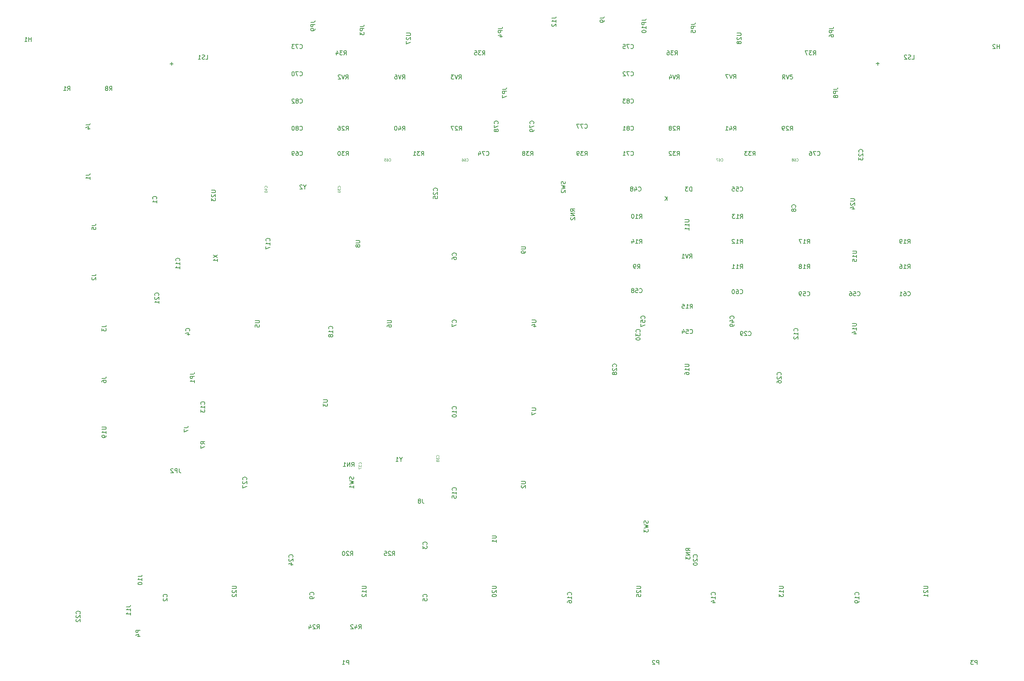
<source format=gbr>
%TF.GenerationSoftware,KiCad,Pcbnew,(6.0.11)*%
%TF.CreationDate,2023-12-29T11:32:02-05:00*%
%TF.ProjectId,input-output.Voice,696e7075-742d-46f7-9574-7075742e566f,rev?*%
%TF.SameCoordinates,Original*%
%TF.FileFunction,Legend,Bot*%
%TF.FilePolarity,Positive*%
%FSLAX46Y46*%
G04 Gerber Fmt 4.6, Leading zero omitted, Abs format (unit mm)*
G04 Created by KiCad (PCBNEW (6.0.11)) date 2023-12-29 11:32:02*
%MOMM*%
%LPD*%
G01*
G04 APERTURE LIST*
%ADD10C,0.150000*%
%ADD11C,0.090000*%
G04 APERTURE END LIST*
D10*
%TO.C,H2*%
X268011904Y-79452380D02*
X268011904Y-78452380D01*
X268011904Y-78928571D02*
X267440476Y-78928571D01*
X267440476Y-79452380D02*
X267440476Y-78452380D01*
X267011904Y-78547619D02*
X266964285Y-78500000D01*
X266869047Y-78452380D01*
X266630952Y-78452380D01*
X266535714Y-78500000D01*
X266488095Y-78547619D01*
X266440476Y-78642857D01*
X266440476Y-78738095D01*
X266488095Y-78880952D01*
X267059523Y-79452380D01*
X266440476Y-79452380D01*
%TO.C,H1*%
X37011904Y-77702380D02*
X37011904Y-76702380D01*
X37011904Y-77178571D02*
X36440476Y-77178571D01*
X36440476Y-77702380D02*
X36440476Y-76702380D01*
X35440476Y-77702380D02*
X36011904Y-77702380D01*
X35726190Y-77702380D02*
X35726190Y-76702380D01*
X35821428Y-76845238D01*
X35916666Y-76940476D01*
X36011904Y-76988095D01*
%TO.C,P2*%
X186738095Y-226452380D02*
X186738095Y-225452380D01*
X186357142Y-225452380D01*
X186261904Y-225500000D01*
X186214285Y-225547619D01*
X186166666Y-225642857D01*
X186166666Y-225785714D01*
X186214285Y-225880952D01*
X186261904Y-225928571D01*
X186357142Y-225976190D01*
X186738095Y-225976190D01*
X185785714Y-225547619D02*
X185738095Y-225500000D01*
X185642857Y-225452380D01*
X185404761Y-225452380D01*
X185309523Y-225500000D01*
X185261904Y-225547619D01*
X185214285Y-225642857D01*
X185214285Y-225738095D01*
X185261904Y-225880952D01*
X185833333Y-226452380D01*
X185214285Y-226452380D01*
%TO.C,P3*%
X262738095Y-226452380D02*
X262738095Y-225452380D01*
X262357142Y-225452380D01*
X262261904Y-225500000D01*
X262214285Y-225547619D01*
X262166666Y-225642857D01*
X262166666Y-225785714D01*
X262214285Y-225880952D01*
X262261904Y-225928571D01*
X262357142Y-225976190D01*
X262738095Y-225976190D01*
X261833333Y-225452380D02*
X261214285Y-225452380D01*
X261547619Y-225833333D01*
X261404761Y-225833333D01*
X261309523Y-225880952D01*
X261261904Y-225928571D01*
X261214285Y-226023809D01*
X261214285Y-226261904D01*
X261261904Y-226357142D01*
X261309523Y-226404761D01*
X261404761Y-226452380D01*
X261690476Y-226452380D01*
X261785714Y-226404761D01*
X261833333Y-226357142D01*
%TO.C,P1*%
X112738095Y-226452380D02*
X112738095Y-225452380D01*
X112357142Y-225452380D01*
X112261904Y-225500000D01*
X112214285Y-225547619D01*
X112166666Y-225642857D01*
X112166666Y-225785714D01*
X112214285Y-225880952D01*
X112261904Y-225928571D01*
X112357142Y-225976190D01*
X112738095Y-225976190D01*
X111214285Y-226452380D02*
X111785714Y-226452380D01*
X111500000Y-226452380D02*
X111500000Y-225452380D01*
X111595238Y-225595238D01*
X111690476Y-225690476D01*
X111785714Y-225738095D01*
%TO.C,Y1*%
X125191190Y-177476190D02*
X125191190Y-177952380D01*
X125524523Y-176952380D02*
X125191190Y-177476190D01*
X124857857Y-176952380D01*
X124000714Y-177952380D02*
X124572142Y-177952380D01*
X124286428Y-177952380D02*
X124286428Y-176952380D01*
X124381666Y-177095238D01*
X124476904Y-177190476D01*
X124572142Y-177238095D01*
%TO.C,C70*%
X101091757Y-85857142D02*
X101139376Y-85904761D01*
X101282233Y-85952380D01*
X101377471Y-85952380D01*
X101520328Y-85904761D01*
X101615566Y-85809523D01*
X101663185Y-85714285D01*
X101710804Y-85523809D01*
X101710804Y-85380952D01*
X101663185Y-85190476D01*
X101615566Y-85095238D01*
X101520328Y-85000000D01*
X101377471Y-84952380D01*
X101282233Y-84952380D01*
X101139376Y-85000000D01*
X101091757Y-85047619D01*
X100758423Y-84952380D02*
X100091757Y-84952380D01*
X100520328Y-85952380D01*
X99520328Y-84952380D02*
X99425090Y-84952380D01*
X99329852Y-85000000D01*
X99282233Y-85047619D01*
X99234614Y-85142857D01*
X99186995Y-85333333D01*
X99186995Y-85571428D01*
X99234614Y-85761904D01*
X99282233Y-85857142D01*
X99329852Y-85904761D01*
X99425090Y-85952380D01*
X99520328Y-85952380D01*
X99615566Y-85904761D01*
X99663185Y-85857142D01*
X99710804Y-85761904D01*
X99758423Y-85571428D01*
X99758423Y-85333333D01*
X99710804Y-85142857D01*
X99663185Y-85047619D01*
X99615566Y-85000000D01*
X99520328Y-84952380D01*
%TO.C,RV3*%
X139044138Y-86687380D02*
X139377471Y-86211190D01*
X139615566Y-86687380D02*
X139615566Y-85687380D01*
X139234614Y-85687380D01*
X139139376Y-85735000D01*
X139091757Y-85782619D01*
X139044138Y-85877857D01*
X139044138Y-86020714D01*
X139091757Y-86115952D01*
X139139376Y-86163571D01*
X139234614Y-86211190D01*
X139615566Y-86211190D01*
X138758423Y-85687380D02*
X138425090Y-86687380D01*
X138091757Y-85687380D01*
X137853661Y-85687380D02*
X137234614Y-85687380D01*
X137567947Y-86068333D01*
X137425090Y-86068333D01*
X137329852Y-86115952D01*
X137282233Y-86163571D01*
X137234614Y-86258809D01*
X137234614Y-86496904D01*
X137282233Y-86592142D01*
X137329852Y-86639761D01*
X137425090Y-86687380D01*
X137710804Y-86687380D01*
X137806042Y-86639761D01*
X137853661Y-86592142D01*
%TO.C,C80*%
X101091757Y-98857142D02*
X101139376Y-98904761D01*
X101282233Y-98952380D01*
X101377471Y-98952380D01*
X101520328Y-98904761D01*
X101615566Y-98809523D01*
X101663185Y-98714285D01*
X101710804Y-98523809D01*
X101710804Y-98380952D01*
X101663185Y-98190476D01*
X101615566Y-98095238D01*
X101520328Y-98000000D01*
X101377471Y-97952380D01*
X101282233Y-97952380D01*
X101139376Y-98000000D01*
X101091757Y-98047619D01*
X100520328Y-98380952D02*
X100615566Y-98333333D01*
X100663185Y-98285714D01*
X100710804Y-98190476D01*
X100710804Y-98142857D01*
X100663185Y-98047619D01*
X100615566Y-98000000D01*
X100520328Y-97952380D01*
X100329852Y-97952380D01*
X100234614Y-98000000D01*
X100186995Y-98047619D01*
X100139376Y-98142857D01*
X100139376Y-98190476D01*
X100186995Y-98285714D01*
X100234614Y-98333333D01*
X100329852Y-98380952D01*
X100520328Y-98380952D01*
X100615566Y-98428571D01*
X100663185Y-98476190D01*
X100710804Y-98571428D01*
X100710804Y-98761904D01*
X100663185Y-98857142D01*
X100615566Y-98904761D01*
X100520328Y-98952380D01*
X100329852Y-98952380D01*
X100234614Y-98904761D01*
X100186995Y-98857142D01*
X100139376Y-98761904D01*
X100139376Y-98571428D01*
X100186995Y-98476190D01*
X100234614Y-98428571D01*
X100329852Y-98380952D01*
X99520328Y-97952380D02*
X99425090Y-97952380D01*
X99329852Y-98000000D01*
X99282233Y-98047619D01*
X99234614Y-98142857D01*
X99186995Y-98333333D01*
X99186995Y-98571428D01*
X99234614Y-98761904D01*
X99282233Y-98857142D01*
X99329852Y-98904761D01*
X99425090Y-98952380D01*
X99520328Y-98952380D01*
X99615566Y-98904761D01*
X99663185Y-98857142D01*
X99710804Y-98761904D01*
X99758423Y-98571428D01*
X99758423Y-98333333D01*
X99710804Y-98142857D01*
X99663185Y-98047619D01*
X99615566Y-98000000D01*
X99520328Y-97952380D01*
%TO.C,C73*%
X101091757Y-79357142D02*
X101139376Y-79404761D01*
X101282233Y-79452380D01*
X101377471Y-79452380D01*
X101520328Y-79404761D01*
X101615566Y-79309523D01*
X101663185Y-79214285D01*
X101710804Y-79023809D01*
X101710804Y-78880952D01*
X101663185Y-78690476D01*
X101615566Y-78595238D01*
X101520328Y-78500000D01*
X101377471Y-78452380D01*
X101282233Y-78452380D01*
X101139376Y-78500000D01*
X101091757Y-78547619D01*
X100758423Y-78452380D02*
X100091757Y-78452380D01*
X100520328Y-79452380D01*
X99806042Y-78452380D02*
X99186995Y-78452380D01*
X99520328Y-78833333D01*
X99377471Y-78833333D01*
X99282233Y-78880952D01*
X99234614Y-78928571D01*
X99186995Y-79023809D01*
X99186995Y-79261904D01*
X99234614Y-79357142D01*
X99282233Y-79404761D01*
X99377471Y-79452380D01*
X99663185Y-79452380D01*
X99758423Y-79404761D01*
X99806042Y-79357142D01*
D11*
%TO.C,C37*%
X115714285Y-178614285D02*
X115742857Y-178585714D01*
X115771428Y-178500000D01*
X115771428Y-178442857D01*
X115742857Y-178357142D01*
X115685714Y-178300000D01*
X115628571Y-178271428D01*
X115514285Y-178242857D01*
X115428571Y-178242857D01*
X115314285Y-178271428D01*
X115257142Y-178300000D01*
X115200000Y-178357142D01*
X115171428Y-178442857D01*
X115171428Y-178500000D01*
X115200000Y-178585714D01*
X115228571Y-178614285D01*
X115171428Y-178814285D02*
X115171428Y-179185714D01*
X115400000Y-178985714D01*
X115400000Y-179071428D01*
X115428571Y-179128571D01*
X115457142Y-179157142D01*
X115514285Y-179185714D01*
X115657142Y-179185714D01*
X115714285Y-179157142D01*
X115742857Y-179128571D01*
X115771428Y-179071428D01*
X115771428Y-178900000D01*
X115742857Y-178842857D01*
X115714285Y-178814285D01*
X115171428Y-179385714D02*
X115171428Y-179785714D01*
X115771428Y-179528571D01*
D10*
%TO.C,C61*%
X246142857Y-138357142D02*
X246190476Y-138404761D01*
X246333333Y-138452380D01*
X246428571Y-138452380D01*
X246571428Y-138404761D01*
X246666666Y-138309523D01*
X246714285Y-138214285D01*
X246761904Y-138023809D01*
X246761904Y-137880952D01*
X246714285Y-137690476D01*
X246666666Y-137595238D01*
X246571428Y-137500000D01*
X246428571Y-137452380D01*
X246333333Y-137452380D01*
X246190476Y-137500000D01*
X246142857Y-137547619D01*
X245285714Y-137452380D02*
X245476190Y-137452380D01*
X245571428Y-137500000D01*
X245619047Y-137547619D01*
X245714285Y-137690476D01*
X245761904Y-137880952D01*
X245761904Y-138261904D01*
X245714285Y-138357142D01*
X245666666Y-138404761D01*
X245571428Y-138452380D01*
X245380952Y-138452380D01*
X245285714Y-138404761D01*
X245238095Y-138357142D01*
X245190476Y-138261904D01*
X245190476Y-138023809D01*
X245238095Y-137928571D01*
X245285714Y-137880952D01*
X245380952Y-137833333D01*
X245571428Y-137833333D01*
X245666666Y-137880952D01*
X245714285Y-137928571D01*
X245761904Y-138023809D01*
X244238095Y-138452380D02*
X244809523Y-138452380D01*
X244523809Y-138452380D02*
X244523809Y-137452380D01*
X244619047Y-137595238D01*
X244714285Y-137690476D01*
X244809523Y-137738095D01*
%TO.C,R37*%
X223591757Y-80952380D02*
X223925090Y-80476190D01*
X224163185Y-80952380D02*
X224163185Y-79952380D01*
X223782233Y-79952380D01*
X223686995Y-80000000D01*
X223639376Y-80047619D01*
X223591757Y-80142857D01*
X223591757Y-80285714D01*
X223639376Y-80380952D01*
X223686995Y-80428571D01*
X223782233Y-80476190D01*
X224163185Y-80476190D01*
X223258423Y-79952380D02*
X222639376Y-79952380D01*
X222972709Y-80333333D01*
X222829852Y-80333333D01*
X222734614Y-80380952D01*
X222686995Y-80428571D01*
X222639376Y-80523809D01*
X222639376Y-80761904D01*
X222686995Y-80857142D01*
X222734614Y-80904761D01*
X222829852Y-80952380D01*
X223115566Y-80952380D01*
X223210804Y-80904761D01*
X223258423Y-80857142D01*
X222306042Y-79952380D02*
X221639376Y-79952380D01*
X222067947Y-80952380D01*
%TO.C,R40*%
X125591757Y-98952380D02*
X125925090Y-98476190D01*
X126163185Y-98952380D02*
X126163185Y-97952380D01*
X125782233Y-97952380D01*
X125686995Y-98000000D01*
X125639376Y-98047619D01*
X125591757Y-98142857D01*
X125591757Y-98285714D01*
X125639376Y-98380952D01*
X125686995Y-98428571D01*
X125782233Y-98476190D01*
X126163185Y-98476190D01*
X124734614Y-98285714D02*
X124734614Y-98952380D01*
X124972709Y-97904761D02*
X125210804Y-98619047D01*
X124591757Y-98619047D01*
X124020328Y-97952380D02*
X123925090Y-97952380D01*
X123829852Y-98000000D01*
X123782233Y-98047619D01*
X123734614Y-98142857D01*
X123686995Y-98333333D01*
X123686995Y-98571428D01*
X123734614Y-98761904D01*
X123782233Y-98857142D01*
X123829852Y-98904761D01*
X123925090Y-98952380D01*
X124020328Y-98952380D01*
X124115566Y-98904761D01*
X124163185Y-98857142D01*
X124210804Y-98761904D01*
X124258423Y-98571428D01*
X124258423Y-98333333D01*
X124210804Y-98142857D01*
X124163185Y-98047619D01*
X124115566Y-98000000D01*
X124020328Y-97952380D01*
%TO.C,C48*%
X181892857Y-113357142D02*
X181940476Y-113404761D01*
X182083333Y-113452380D01*
X182178571Y-113452380D01*
X182321428Y-113404761D01*
X182416666Y-113309523D01*
X182464285Y-113214285D01*
X182511904Y-113023809D01*
X182511904Y-112880952D01*
X182464285Y-112690476D01*
X182416666Y-112595238D01*
X182321428Y-112500000D01*
X182178571Y-112452380D01*
X182083333Y-112452380D01*
X181940476Y-112500000D01*
X181892857Y-112547619D01*
X181035714Y-112785714D02*
X181035714Y-113452380D01*
X181273809Y-112404761D02*
X181511904Y-113119047D01*
X180892857Y-113119047D01*
X180369047Y-112880952D02*
X180464285Y-112833333D01*
X180511904Y-112785714D01*
X180559523Y-112690476D01*
X180559523Y-112642857D01*
X180511904Y-112547619D01*
X180464285Y-112500000D01*
X180369047Y-112452380D01*
X180178571Y-112452380D01*
X180083333Y-112500000D01*
X180035714Y-112547619D01*
X179988095Y-112642857D01*
X179988095Y-112690476D01*
X180035714Y-112785714D01*
X180083333Y-112833333D01*
X180178571Y-112880952D01*
X180369047Y-112880952D01*
X180464285Y-112928571D01*
X180511904Y-112976190D01*
X180559523Y-113071428D01*
X180559523Y-113261904D01*
X180511904Y-113357142D01*
X180464285Y-113404761D01*
X180369047Y-113452380D01*
X180178571Y-113452380D01*
X180083333Y-113404761D01*
X180035714Y-113357142D01*
X179988095Y-113261904D01*
X179988095Y-113071428D01*
X180035714Y-112976190D01*
X180083333Y-112928571D01*
X180178571Y-112880952D01*
%TO.C,C29*%
X208142857Y-147857142D02*
X208190476Y-147904761D01*
X208333333Y-147952380D01*
X208428571Y-147952380D01*
X208571428Y-147904761D01*
X208666666Y-147809523D01*
X208714285Y-147714285D01*
X208761904Y-147523809D01*
X208761904Y-147380952D01*
X208714285Y-147190476D01*
X208666666Y-147095238D01*
X208571428Y-147000000D01*
X208428571Y-146952380D01*
X208333333Y-146952380D01*
X208190476Y-147000000D01*
X208142857Y-147047619D01*
X207761904Y-147047619D02*
X207714285Y-147000000D01*
X207619047Y-146952380D01*
X207380952Y-146952380D01*
X207285714Y-147000000D01*
X207238095Y-147047619D01*
X207190476Y-147142857D01*
X207190476Y-147238095D01*
X207238095Y-147380952D01*
X207809523Y-147952380D01*
X207190476Y-147952380D01*
X206714285Y-147952380D02*
X206523809Y-147952380D01*
X206428571Y-147904761D01*
X206380952Y-147857142D01*
X206285714Y-147714285D01*
X206238095Y-147523809D01*
X206238095Y-147142857D01*
X206285714Y-147047619D01*
X206333333Y-147000000D01*
X206428571Y-146952380D01*
X206619047Y-146952380D01*
X206714285Y-147000000D01*
X206761904Y-147047619D01*
X206809523Y-147142857D01*
X206809523Y-147380952D01*
X206761904Y-147476190D01*
X206714285Y-147523809D01*
X206619047Y-147571428D01*
X206428571Y-147571428D01*
X206333333Y-147523809D01*
X206285714Y-147476190D01*
X206238095Y-147380952D01*
%TO.C,C18*%
X108857142Y-146357142D02*
X108904761Y-146309523D01*
X108952380Y-146166666D01*
X108952380Y-146071428D01*
X108904761Y-145928571D01*
X108809523Y-145833333D01*
X108714285Y-145785714D01*
X108523809Y-145738095D01*
X108380952Y-145738095D01*
X108190476Y-145785714D01*
X108095238Y-145833333D01*
X108000000Y-145928571D01*
X107952380Y-146071428D01*
X107952380Y-146166666D01*
X108000000Y-146309523D01*
X108047619Y-146357142D01*
X108952380Y-147309523D02*
X108952380Y-146738095D01*
X108952380Y-147023809D02*
X107952380Y-147023809D01*
X108095238Y-146928571D01*
X108190476Y-146833333D01*
X108238095Y-146738095D01*
X108380952Y-147880952D02*
X108333333Y-147785714D01*
X108285714Y-147738095D01*
X108190476Y-147690476D01*
X108142857Y-147690476D01*
X108047619Y-147738095D01*
X108000000Y-147785714D01*
X107952380Y-147880952D01*
X107952380Y-148071428D01*
X108000000Y-148166666D01*
X108047619Y-148214285D01*
X108142857Y-148261904D01*
X108190476Y-148261904D01*
X108285714Y-148214285D01*
X108333333Y-148166666D01*
X108380952Y-148071428D01*
X108380952Y-147880952D01*
X108428571Y-147785714D01*
X108476190Y-147738095D01*
X108571428Y-147690476D01*
X108761904Y-147690476D01*
X108857142Y-147738095D01*
X108904761Y-147785714D01*
X108952380Y-147880952D01*
X108952380Y-148071428D01*
X108904761Y-148166666D01*
X108857142Y-148214285D01*
X108761904Y-148261904D01*
X108571428Y-148261904D01*
X108476190Y-148214285D01*
X108428571Y-148166666D01*
X108380952Y-148071428D01*
%TO.C,R35*%
X144671757Y-80952380D02*
X145005090Y-80476190D01*
X145243185Y-80952380D02*
X145243185Y-79952380D01*
X144862233Y-79952380D01*
X144766995Y-80000000D01*
X144719376Y-80047619D01*
X144671757Y-80142857D01*
X144671757Y-80285714D01*
X144719376Y-80380952D01*
X144766995Y-80428571D01*
X144862233Y-80476190D01*
X145243185Y-80476190D01*
X144338423Y-79952380D02*
X143719376Y-79952380D01*
X144052709Y-80333333D01*
X143909852Y-80333333D01*
X143814614Y-80380952D01*
X143766995Y-80428571D01*
X143719376Y-80523809D01*
X143719376Y-80761904D01*
X143766995Y-80857142D01*
X143814614Y-80904761D01*
X143909852Y-80952380D01*
X144195566Y-80952380D01*
X144290804Y-80904761D01*
X144338423Y-80857142D01*
X142814614Y-79952380D02*
X143290804Y-79952380D01*
X143338423Y-80428571D01*
X143290804Y-80380952D01*
X143195566Y-80333333D01*
X142957471Y-80333333D01*
X142862233Y-80380952D01*
X142814614Y-80428571D01*
X142766995Y-80523809D01*
X142766995Y-80761904D01*
X142814614Y-80857142D01*
X142862233Y-80904761D01*
X142957471Y-80952380D01*
X143195566Y-80952380D01*
X143290804Y-80904761D01*
X143338423Y-80857142D01*
%TO.C,R1*%
X45666666Y-89452380D02*
X46000000Y-88976190D01*
X46238095Y-89452380D02*
X46238095Y-88452380D01*
X45857142Y-88452380D01*
X45761904Y-88500000D01*
X45714285Y-88547619D01*
X45666666Y-88642857D01*
X45666666Y-88785714D01*
X45714285Y-88880952D01*
X45761904Y-88928571D01*
X45857142Y-88976190D01*
X46238095Y-88976190D01*
X44714285Y-89452380D02*
X45285714Y-89452380D01*
X45000000Y-89452380D02*
X45000000Y-88452380D01*
X45095238Y-88595238D01*
X45190476Y-88690476D01*
X45285714Y-88738095D01*
%TO.C,C10*%
X138357142Y-165482142D02*
X138404761Y-165434523D01*
X138452380Y-165291666D01*
X138452380Y-165196428D01*
X138404761Y-165053571D01*
X138309523Y-164958333D01*
X138214285Y-164910714D01*
X138023809Y-164863095D01*
X137880952Y-164863095D01*
X137690476Y-164910714D01*
X137595238Y-164958333D01*
X137500000Y-165053571D01*
X137452380Y-165196428D01*
X137452380Y-165291666D01*
X137500000Y-165434523D01*
X137547619Y-165482142D01*
X138452380Y-166434523D02*
X138452380Y-165863095D01*
X138452380Y-166148809D02*
X137452380Y-166148809D01*
X137595238Y-166053571D01*
X137690476Y-165958333D01*
X137738095Y-165863095D01*
X137452380Y-167053571D02*
X137452380Y-167148809D01*
X137500000Y-167244047D01*
X137547619Y-167291666D01*
X137642857Y-167339285D01*
X137833333Y-167386904D01*
X138071428Y-167386904D01*
X138261904Y-167339285D01*
X138357142Y-167291666D01*
X138404761Y-167244047D01*
X138452380Y-167148809D01*
X138452380Y-167053571D01*
X138404761Y-166958333D01*
X138357142Y-166910714D01*
X138261904Y-166863095D01*
X138071428Y-166815476D01*
X137833333Y-166815476D01*
X137642857Y-166863095D01*
X137547619Y-166910714D01*
X137500000Y-166958333D01*
X137452380Y-167053571D01*
%TO.C,U21*%
X249957380Y-207751904D02*
X250766904Y-207751904D01*
X250862142Y-207799523D01*
X250909761Y-207847142D01*
X250957380Y-207942380D01*
X250957380Y-208132857D01*
X250909761Y-208228095D01*
X250862142Y-208275714D01*
X250766904Y-208323333D01*
X249957380Y-208323333D01*
X250052619Y-208751904D02*
X250005000Y-208799523D01*
X249957380Y-208894761D01*
X249957380Y-209132857D01*
X250005000Y-209228095D01*
X250052619Y-209275714D01*
X250147857Y-209323333D01*
X250243095Y-209323333D01*
X250385952Y-209275714D01*
X250957380Y-208704285D01*
X250957380Y-209323333D01*
X250957380Y-210275714D02*
X250957380Y-209704285D01*
X250957380Y-209990000D02*
X249957380Y-209990000D01*
X250100238Y-209894761D01*
X250195476Y-209799523D01*
X250243095Y-209704285D01*
%TO.C,C13*%
X78332142Y-164357142D02*
X78379761Y-164309523D01*
X78427380Y-164166666D01*
X78427380Y-164071428D01*
X78379761Y-163928571D01*
X78284523Y-163833333D01*
X78189285Y-163785714D01*
X77998809Y-163738095D01*
X77855952Y-163738095D01*
X77665476Y-163785714D01*
X77570238Y-163833333D01*
X77475000Y-163928571D01*
X77427380Y-164071428D01*
X77427380Y-164166666D01*
X77475000Y-164309523D01*
X77522619Y-164357142D01*
X78427380Y-165309523D02*
X78427380Y-164738095D01*
X78427380Y-165023809D02*
X77427380Y-165023809D01*
X77570238Y-164928571D01*
X77665476Y-164833333D01*
X77713095Y-164738095D01*
X77427380Y-165642857D02*
X77427380Y-166261904D01*
X77808333Y-165928571D01*
X77808333Y-166071428D01*
X77855952Y-166166666D01*
X77903571Y-166214285D01*
X77998809Y-166261904D01*
X78236904Y-166261904D01*
X78332142Y-166214285D01*
X78379761Y-166166666D01*
X78427380Y-166071428D01*
X78427380Y-165785714D01*
X78379761Y-165690476D01*
X78332142Y-165642857D01*
%TO.C,J2*%
X51442380Y-133656666D02*
X52156666Y-133656666D01*
X52299523Y-133609047D01*
X52394761Y-133513809D01*
X52442380Y-133370952D01*
X52442380Y-133275714D01*
X51537619Y-134085238D02*
X51490000Y-134132857D01*
X51442380Y-134228095D01*
X51442380Y-134466190D01*
X51490000Y-134561428D01*
X51537619Y-134609047D01*
X51632857Y-134656666D01*
X51728095Y-134656666D01*
X51870952Y-134609047D01*
X52442380Y-134037619D01*
X52442380Y-134656666D01*
%TO.C,JP3*%
X115452400Y-74166666D02*
X116166686Y-74166666D01*
X116309543Y-74119047D01*
X116404781Y-74023809D01*
X116452400Y-73880952D01*
X116452400Y-73785714D01*
X116452400Y-74642857D02*
X115452400Y-74642857D01*
X115452400Y-75023809D01*
X115500020Y-75119047D01*
X115547639Y-75166666D01*
X115642877Y-75214285D01*
X115785734Y-75214285D01*
X115880972Y-75166666D01*
X115928591Y-75119047D01*
X115976210Y-75023809D01*
X115976210Y-74642857D01*
X115452400Y-75547619D02*
X115452400Y-76166666D01*
X115833353Y-75833333D01*
X115833353Y-75976190D01*
X115880972Y-76071428D01*
X115928591Y-76119047D01*
X116023829Y-76166666D01*
X116261924Y-76166666D01*
X116357162Y-76119047D01*
X116404781Y-76071428D01*
X116452400Y-75976190D01*
X116452400Y-75690476D01*
X116404781Y-75595238D01*
X116357162Y-75547619D01*
%TO.C,C11*%
X72357142Y-130107142D02*
X72404761Y-130059523D01*
X72452380Y-129916666D01*
X72452380Y-129821428D01*
X72404761Y-129678571D01*
X72309523Y-129583333D01*
X72214285Y-129535714D01*
X72023809Y-129488095D01*
X71880952Y-129488095D01*
X71690476Y-129535714D01*
X71595238Y-129583333D01*
X71500000Y-129678571D01*
X71452380Y-129821428D01*
X71452380Y-129916666D01*
X71500000Y-130059523D01*
X71547619Y-130107142D01*
X72452380Y-131059523D02*
X72452380Y-130488095D01*
X72452380Y-130773809D02*
X71452380Y-130773809D01*
X71595238Y-130678571D01*
X71690476Y-130583333D01*
X71738095Y-130488095D01*
X72452380Y-132011904D02*
X72452380Y-131440476D01*
X72452380Y-131726190D02*
X71452380Y-131726190D01*
X71595238Y-131630952D01*
X71690476Y-131535714D01*
X71738095Y-131440476D01*
%TO.C,R29*%
X218091757Y-98952380D02*
X218425090Y-98476190D01*
X218663185Y-98952380D02*
X218663185Y-97952380D01*
X218282233Y-97952380D01*
X218186995Y-98000000D01*
X218139376Y-98047619D01*
X218091757Y-98142857D01*
X218091757Y-98285714D01*
X218139376Y-98380952D01*
X218186995Y-98428571D01*
X218282233Y-98476190D01*
X218663185Y-98476190D01*
X217710804Y-98047619D02*
X217663185Y-98000000D01*
X217567947Y-97952380D01*
X217329852Y-97952380D01*
X217234614Y-98000000D01*
X217186995Y-98047619D01*
X217139376Y-98142857D01*
X217139376Y-98238095D01*
X217186995Y-98380952D01*
X217758423Y-98952380D01*
X217139376Y-98952380D01*
X216663185Y-98952380D02*
X216472709Y-98952380D01*
X216377471Y-98904761D01*
X216329852Y-98857142D01*
X216234614Y-98714285D01*
X216186995Y-98523809D01*
X216186995Y-98142857D01*
X216234614Y-98047619D01*
X216282233Y-98000000D01*
X216377471Y-97952380D01*
X216567947Y-97952380D01*
X216663185Y-98000000D01*
X216710804Y-98047619D01*
X216758423Y-98142857D01*
X216758423Y-98380952D01*
X216710804Y-98476190D01*
X216663185Y-98523809D01*
X216567947Y-98571428D01*
X216377471Y-98571428D01*
X216282233Y-98523809D01*
X216234614Y-98476190D01*
X216186995Y-98380952D01*
%TO.C,R38*%
X156142857Y-104952380D02*
X156476190Y-104476190D01*
X156714285Y-104952380D02*
X156714285Y-103952380D01*
X156333333Y-103952380D01*
X156238095Y-104000000D01*
X156190476Y-104047619D01*
X156142857Y-104142857D01*
X156142857Y-104285714D01*
X156190476Y-104380952D01*
X156238095Y-104428571D01*
X156333333Y-104476190D01*
X156714285Y-104476190D01*
X155809523Y-103952380D02*
X155190476Y-103952380D01*
X155523809Y-104333333D01*
X155380952Y-104333333D01*
X155285714Y-104380952D01*
X155238095Y-104428571D01*
X155190476Y-104523809D01*
X155190476Y-104761904D01*
X155238095Y-104857142D01*
X155285714Y-104904761D01*
X155380952Y-104952380D01*
X155666666Y-104952380D01*
X155761904Y-104904761D01*
X155809523Y-104857142D01*
X154619047Y-104380952D02*
X154714285Y-104333333D01*
X154761904Y-104285714D01*
X154809523Y-104190476D01*
X154809523Y-104142857D01*
X154761904Y-104047619D01*
X154714285Y-104000000D01*
X154619047Y-103952380D01*
X154428571Y-103952380D01*
X154333333Y-104000000D01*
X154285714Y-104047619D01*
X154238095Y-104142857D01*
X154238095Y-104190476D01*
X154285714Y-104285714D01*
X154333333Y-104333333D01*
X154428571Y-104380952D01*
X154619047Y-104380952D01*
X154714285Y-104428571D01*
X154761904Y-104476190D01*
X154809523Y-104571428D01*
X154809523Y-104761904D01*
X154761904Y-104857142D01*
X154714285Y-104904761D01*
X154619047Y-104952380D01*
X154428571Y-104952380D01*
X154333333Y-104904761D01*
X154285714Y-104857142D01*
X154238095Y-104761904D01*
X154238095Y-104571428D01*
X154285714Y-104476190D01*
X154333333Y-104428571D01*
X154428571Y-104380952D01*
%TO.C,C21*%
X67357154Y-138357142D02*
X67404773Y-138309523D01*
X67452392Y-138166666D01*
X67452392Y-138071428D01*
X67404773Y-137928571D01*
X67309535Y-137833333D01*
X67214297Y-137785714D01*
X67023821Y-137738095D01*
X66880964Y-137738095D01*
X66690488Y-137785714D01*
X66595250Y-137833333D01*
X66500012Y-137928571D01*
X66452392Y-138071428D01*
X66452392Y-138166666D01*
X66500012Y-138309523D01*
X66547631Y-138357142D01*
X66547631Y-138738095D02*
X66500012Y-138785714D01*
X66452392Y-138880952D01*
X66452392Y-139119047D01*
X66500012Y-139214285D01*
X66547631Y-139261904D01*
X66642869Y-139309523D01*
X66738107Y-139309523D01*
X66880964Y-139261904D01*
X67452392Y-138690476D01*
X67452392Y-139309523D01*
X67452392Y-140261904D02*
X67452392Y-139690476D01*
X67452392Y-139976190D02*
X66452392Y-139976190D01*
X66595250Y-139880952D01*
X66690488Y-139785714D01*
X66738107Y-139690476D01*
D11*
%TO.C,C39*%
X110714285Y-112614285D02*
X110742857Y-112585714D01*
X110771428Y-112500000D01*
X110771428Y-112442857D01*
X110742857Y-112357142D01*
X110685714Y-112300000D01*
X110628571Y-112271428D01*
X110514285Y-112242857D01*
X110428571Y-112242857D01*
X110314285Y-112271428D01*
X110257142Y-112300000D01*
X110200000Y-112357142D01*
X110171428Y-112442857D01*
X110171428Y-112500000D01*
X110200000Y-112585714D01*
X110228571Y-112614285D01*
X110171428Y-112814285D02*
X110171428Y-113185714D01*
X110400000Y-112985714D01*
X110400000Y-113071428D01*
X110428571Y-113128571D01*
X110457142Y-113157142D01*
X110514285Y-113185714D01*
X110657142Y-113185714D01*
X110714285Y-113157142D01*
X110742857Y-113128571D01*
X110771428Y-113071428D01*
X110771428Y-112900000D01*
X110742857Y-112842857D01*
X110714285Y-112814285D01*
X110771428Y-113471428D02*
X110771428Y-113585714D01*
X110742857Y-113642857D01*
X110714285Y-113671428D01*
X110628571Y-113728571D01*
X110514285Y-113757142D01*
X110285714Y-113757142D01*
X110228571Y-113728571D01*
X110200000Y-113700000D01*
X110171428Y-113642857D01*
X110171428Y-113528571D01*
X110200000Y-113471428D01*
X110228571Y-113442857D01*
X110285714Y-113414285D01*
X110428571Y-113414285D01*
X110485714Y-113442857D01*
X110514285Y-113471428D01*
X110542857Y-113528571D01*
X110542857Y-113642857D01*
X110514285Y-113700000D01*
X110485714Y-113728571D01*
X110428571Y-113757142D01*
D10*
%TO.C,R19*%
X246142857Y-125952380D02*
X246476190Y-125476190D01*
X246714285Y-125952380D02*
X246714285Y-124952380D01*
X246333333Y-124952380D01*
X246238095Y-125000000D01*
X246190476Y-125047619D01*
X246142857Y-125142857D01*
X246142857Y-125285714D01*
X246190476Y-125380952D01*
X246238095Y-125428571D01*
X246333333Y-125476190D01*
X246714285Y-125476190D01*
X245190476Y-125952380D02*
X245761904Y-125952380D01*
X245476190Y-125952380D02*
X245476190Y-124952380D01*
X245571428Y-125095238D01*
X245666666Y-125190476D01*
X245761904Y-125238095D01*
X244714285Y-125952380D02*
X244523809Y-125952380D01*
X244428571Y-125904761D01*
X244380952Y-125857142D01*
X244285714Y-125714285D01*
X244238095Y-125523809D01*
X244238095Y-125142857D01*
X244285714Y-125047619D01*
X244333333Y-125000000D01*
X244428571Y-124952380D01*
X244619047Y-124952380D01*
X244714285Y-125000000D01*
X244761904Y-125047619D01*
X244809523Y-125142857D01*
X244809523Y-125380952D01*
X244761904Y-125476190D01*
X244714285Y-125523809D01*
X244619047Y-125571428D01*
X244428571Y-125571428D01*
X244333333Y-125523809D01*
X244285714Y-125476190D01*
X244238095Y-125380952D01*
D11*
%TO.C,C65*%
X122385734Y-106214285D02*
X122414305Y-106242857D01*
X122500020Y-106271428D01*
X122557162Y-106271428D01*
X122642877Y-106242857D01*
X122700020Y-106185714D01*
X122728591Y-106128571D01*
X122757162Y-106014285D01*
X122757162Y-105928571D01*
X122728591Y-105814285D01*
X122700020Y-105757142D01*
X122642877Y-105700000D01*
X122557162Y-105671428D01*
X122500020Y-105671428D01*
X122414305Y-105700000D01*
X122385734Y-105728571D01*
X121871448Y-105671428D02*
X121985734Y-105671428D01*
X122042877Y-105700000D01*
X122071448Y-105728571D01*
X122128591Y-105814285D01*
X122157162Y-105928571D01*
X122157162Y-106157142D01*
X122128591Y-106214285D01*
X122100020Y-106242857D01*
X122042877Y-106271428D01*
X121928591Y-106271428D01*
X121871448Y-106242857D01*
X121842877Y-106214285D01*
X121814305Y-106157142D01*
X121814305Y-106014285D01*
X121842877Y-105957142D01*
X121871448Y-105928571D01*
X121928591Y-105900000D01*
X122042877Y-105900000D01*
X122100020Y-105928571D01*
X122128591Y-105957142D01*
X122157162Y-106014285D01*
X121271448Y-105671428D02*
X121557162Y-105671428D01*
X121585734Y-105957142D01*
X121557162Y-105928571D01*
X121500020Y-105900000D01*
X121357162Y-105900000D01*
X121300020Y-105928571D01*
X121271448Y-105957142D01*
X121242877Y-106014285D01*
X121242877Y-106157142D01*
X121271448Y-106214285D01*
X121300020Y-106242857D01*
X121357162Y-106271428D01*
X121500020Y-106271428D01*
X121557162Y-106242857D01*
X121585734Y-106214285D01*
D10*
%TO.C,J4*%
X50012380Y-97666666D02*
X50726666Y-97666666D01*
X50869523Y-97619047D01*
X50964761Y-97523809D01*
X51012380Y-97380952D01*
X51012380Y-97285714D01*
X50345714Y-98571428D02*
X51012380Y-98571428D01*
X49964761Y-98333333D02*
X50679047Y-98095238D01*
X50679047Y-98714285D01*
%TO.C,J11*%
X59702380Y-212690476D02*
X60416666Y-212690476D01*
X60559523Y-212642857D01*
X60654761Y-212547619D01*
X60702380Y-212404761D01*
X60702380Y-212309523D01*
X60702380Y-213690476D02*
X60702380Y-213119047D01*
X60702380Y-213404761D02*
X59702380Y-213404761D01*
X59845238Y-213309523D01*
X59940476Y-213214285D01*
X59988095Y-213119047D01*
X60702380Y-214642857D02*
X60702380Y-214071428D01*
X60702380Y-214357142D02*
X59702380Y-214357142D01*
X59845238Y-214261904D01*
X59940476Y-214166666D01*
X59988095Y-214071428D01*
D11*
%TO.C,C40*%
X93214285Y-112614285D02*
X93242857Y-112585714D01*
X93271428Y-112500000D01*
X93271428Y-112442857D01*
X93242857Y-112357142D01*
X93185714Y-112300000D01*
X93128571Y-112271428D01*
X93014285Y-112242857D01*
X92928571Y-112242857D01*
X92814285Y-112271428D01*
X92757142Y-112300000D01*
X92700000Y-112357142D01*
X92671428Y-112442857D01*
X92671428Y-112500000D01*
X92700000Y-112585714D01*
X92728571Y-112614285D01*
X92871428Y-113128571D02*
X93271428Y-113128571D01*
X92642857Y-112985714D02*
X93071428Y-112842857D01*
X93071428Y-113214285D01*
X92671428Y-113557142D02*
X92671428Y-113614285D01*
X92700000Y-113671428D01*
X92728571Y-113700000D01*
X92785714Y-113728571D01*
X92900000Y-113757142D01*
X93042857Y-113757142D01*
X93157142Y-113728571D01*
X93214285Y-113700000D01*
X93242857Y-113671428D01*
X93271428Y-113614285D01*
X93271428Y-113557142D01*
X93242857Y-113500000D01*
X93214285Y-113471428D01*
X93157142Y-113442857D01*
X93042857Y-113414285D01*
X92900000Y-113414285D01*
X92785714Y-113442857D01*
X92728571Y-113471428D01*
X92700000Y-113500000D01*
X92671428Y-113557142D01*
D10*
%TO.C,C59*%
X222142857Y-138357142D02*
X222190476Y-138404761D01*
X222333333Y-138452380D01*
X222428571Y-138452380D01*
X222571428Y-138404761D01*
X222666666Y-138309523D01*
X222714285Y-138214285D01*
X222761904Y-138023809D01*
X222761904Y-137880952D01*
X222714285Y-137690476D01*
X222666666Y-137595238D01*
X222571428Y-137500000D01*
X222428571Y-137452380D01*
X222333333Y-137452380D01*
X222190476Y-137500000D01*
X222142857Y-137547619D01*
X221238095Y-137452380D02*
X221714285Y-137452380D01*
X221761904Y-137928571D01*
X221714285Y-137880952D01*
X221619047Y-137833333D01*
X221380952Y-137833333D01*
X221285714Y-137880952D01*
X221238095Y-137928571D01*
X221190476Y-138023809D01*
X221190476Y-138261904D01*
X221238095Y-138357142D01*
X221285714Y-138404761D01*
X221380952Y-138452380D01*
X221619047Y-138452380D01*
X221714285Y-138404761D01*
X221761904Y-138357142D01*
X220714285Y-138452380D02*
X220523809Y-138452380D01*
X220428571Y-138404761D01*
X220380952Y-138357142D01*
X220285714Y-138214285D01*
X220238095Y-138023809D01*
X220238095Y-137642857D01*
X220285714Y-137547619D01*
X220333333Y-137500000D01*
X220428571Y-137452380D01*
X220619047Y-137452380D01*
X220714285Y-137500000D01*
X220761904Y-137547619D01*
X220809523Y-137642857D01*
X220809523Y-137880952D01*
X220761904Y-137976190D01*
X220714285Y-138023809D01*
X220619047Y-138071428D01*
X220428571Y-138071428D01*
X220333333Y-138023809D01*
X220285714Y-137976190D01*
X220238095Y-137880952D01*
%TO.C,U4*%
X156447380Y-144243095D02*
X157256904Y-144243095D01*
X157352142Y-144290714D01*
X157399761Y-144338333D01*
X157447380Y-144433571D01*
X157447380Y-144624047D01*
X157399761Y-144719285D01*
X157352142Y-144766904D01*
X157256904Y-144814523D01*
X156447380Y-144814523D01*
X156780714Y-145719285D02*
X157447380Y-145719285D01*
X156399761Y-145481190D02*
X157114047Y-145243095D01*
X157114047Y-145862142D01*
%TO.C,JP6*%
X227452400Y-74666666D02*
X228166686Y-74666666D01*
X228309543Y-74619047D01*
X228404781Y-74523809D01*
X228452400Y-74380952D01*
X228452400Y-74285714D01*
X228452400Y-75142857D02*
X227452400Y-75142857D01*
X227452400Y-75523809D01*
X227500020Y-75619047D01*
X227547639Y-75666666D01*
X227642877Y-75714285D01*
X227785734Y-75714285D01*
X227880972Y-75666666D01*
X227928591Y-75619047D01*
X227976210Y-75523809D01*
X227976210Y-75142857D01*
X227452400Y-76571428D02*
X227452400Y-76380952D01*
X227500020Y-76285714D01*
X227547639Y-76238095D01*
X227690496Y-76142857D01*
X227880972Y-76095238D01*
X228261924Y-76095238D01*
X228357162Y-76142857D01*
X228404781Y-76190476D01*
X228452400Y-76285714D01*
X228452400Y-76476190D01*
X228404781Y-76571428D01*
X228357162Y-76619047D01*
X228261924Y-76666666D01*
X228023829Y-76666666D01*
X227928591Y-76619047D01*
X227880972Y-76571428D01*
X227833353Y-76476190D01*
X227833353Y-76285714D01*
X227880972Y-76190476D01*
X227928591Y-76142857D01*
X228023829Y-76095238D01*
%TO.C,C2*%
X69357142Y-210333333D02*
X69404761Y-210285714D01*
X69452380Y-210142857D01*
X69452380Y-210047619D01*
X69404761Y-209904761D01*
X69309523Y-209809523D01*
X69214285Y-209761904D01*
X69023809Y-209714285D01*
X68880952Y-209714285D01*
X68690476Y-209761904D01*
X68595238Y-209809523D01*
X68500000Y-209904761D01*
X68452380Y-210047619D01*
X68452380Y-210142857D01*
X68500000Y-210285714D01*
X68547619Y-210333333D01*
X68547619Y-210714285D02*
X68500000Y-210761904D01*
X68452380Y-210857142D01*
X68452380Y-211095238D01*
X68500000Y-211190476D01*
X68547619Y-211238095D01*
X68642857Y-211285714D01*
X68738095Y-211285714D01*
X68880952Y-211238095D01*
X69452380Y-210666666D01*
X69452380Y-211285714D01*
%TO.C,U25*%
X181457380Y-207751904D02*
X182266904Y-207751904D01*
X182362142Y-207799523D01*
X182409761Y-207847142D01*
X182457380Y-207942380D01*
X182457380Y-208132857D01*
X182409761Y-208228095D01*
X182362142Y-208275714D01*
X182266904Y-208323333D01*
X181457380Y-208323333D01*
X181552619Y-208751904D02*
X181505000Y-208799523D01*
X181457380Y-208894761D01*
X181457380Y-209132857D01*
X181505000Y-209228095D01*
X181552619Y-209275714D01*
X181647857Y-209323333D01*
X181743095Y-209323333D01*
X181885952Y-209275714D01*
X182457380Y-208704285D01*
X182457380Y-209323333D01*
X181457380Y-210228095D02*
X181457380Y-209751904D01*
X181933571Y-209704285D01*
X181885952Y-209751904D01*
X181838333Y-209847142D01*
X181838333Y-210085238D01*
X181885952Y-210180476D01*
X181933571Y-210228095D01*
X182028809Y-210275714D01*
X182266904Y-210275714D01*
X182362142Y-210228095D01*
X182409761Y-210180476D01*
X182457380Y-210085238D01*
X182457380Y-209847142D01*
X182409761Y-209751904D01*
X182362142Y-209704285D01*
%TO.C,U1*%
X146957380Y-195728095D02*
X147766904Y-195728095D01*
X147862142Y-195775714D01*
X147909761Y-195823333D01*
X147957380Y-195918571D01*
X147957380Y-196109047D01*
X147909761Y-196204285D01*
X147862142Y-196251904D01*
X147766904Y-196299523D01*
X146957380Y-196299523D01*
X147957380Y-197299523D02*
X147957380Y-196728095D01*
X147957380Y-197013809D02*
X146957380Y-197013809D01*
X147100238Y-196918571D01*
X147195476Y-196823333D01*
X147243095Y-196728095D01*
%TO.C,R16*%
X246142857Y-131952380D02*
X246476190Y-131476190D01*
X246714285Y-131952380D02*
X246714285Y-130952380D01*
X246333333Y-130952380D01*
X246238095Y-131000000D01*
X246190476Y-131047619D01*
X246142857Y-131142857D01*
X246142857Y-131285714D01*
X246190476Y-131380952D01*
X246238095Y-131428571D01*
X246333333Y-131476190D01*
X246714285Y-131476190D01*
X245190476Y-131952380D02*
X245761904Y-131952380D01*
X245476190Y-131952380D02*
X245476190Y-130952380D01*
X245571428Y-131095238D01*
X245666666Y-131190476D01*
X245761904Y-131238095D01*
X244333333Y-130952380D02*
X244523809Y-130952380D01*
X244619047Y-131000000D01*
X244666666Y-131047619D01*
X244761904Y-131190476D01*
X244809523Y-131380952D01*
X244809523Y-131761904D01*
X244761904Y-131857142D01*
X244714285Y-131904761D01*
X244619047Y-131952380D01*
X244428571Y-131952380D01*
X244333333Y-131904761D01*
X244285714Y-131857142D01*
X244238095Y-131761904D01*
X244238095Y-131523809D01*
X244285714Y-131428571D01*
X244333333Y-131380952D01*
X244428571Y-131333333D01*
X244619047Y-131333333D01*
X244714285Y-131380952D01*
X244761904Y-131428571D01*
X244809523Y-131523809D01*
%TO.C,C1*%
X66857142Y-115323333D02*
X66904761Y-115275714D01*
X66952380Y-115132857D01*
X66952380Y-115037619D01*
X66904761Y-114894761D01*
X66809523Y-114799523D01*
X66714285Y-114751904D01*
X66523809Y-114704285D01*
X66380952Y-114704285D01*
X66190476Y-114751904D01*
X66095238Y-114799523D01*
X66000000Y-114894761D01*
X65952380Y-115037619D01*
X65952380Y-115132857D01*
X66000000Y-115275714D01*
X66047619Y-115323333D01*
X66952380Y-116275714D02*
X66952380Y-115704285D01*
X66952380Y-115990000D02*
X65952380Y-115990000D01*
X66095238Y-115894761D01*
X66190476Y-115799523D01*
X66238095Y-115704285D01*
%TO.C,RN3*%
X194202380Y-199309523D02*
X193726190Y-198976190D01*
X194202380Y-198738095D02*
X193202380Y-198738095D01*
X193202380Y-199119047D01*
X193250000Y-199214285D01*
X193297619Y-199261904D01*
X193392857Y-199309523D01*
X193535714Y-199309523D01*
X193630952Y-199261904D01*
X193678571Y-199214285D01*
X193726190Y-199119047D01*
X193726190Y-198738095D01*
X194202380Y-199738095D02*
X193202380Y-199738095D01*
X194202380Y-200309523D01*
X193202380Y-200309523D01*
X193202380Y-200690476D02*
X193202380Y-201309523D01*
X193583333Y-200976190D01*
X193583333Y-201119047D01*
X193630952Y-201214285D01*
X193678571Y-201261904D01*
X193773809Y-201309523D01*
X194011904Y-201309523D01*
X194107142Y-201261904D01*
X194154761Y-201214285D01*
X194202380Y-201119047D01*
X194202380Y-200833333D01*
X194154761Y-200738095D01*
X194107142Y-200690476D01*
%TO.C,SW1*%
X113879761Y-181666666D02*
X113927380Y-181809523D01*
X113927380Y-182047619D01*
X113879761Y-182142857D01*
X113832142Y-182190476D01*
X113736904Y-182238095D01*
X113641666Y-182238095D01*
X113546428Y-182190476D01*
X113498809Y-182142857D01*
X113451190Y-182047619D01*
X113403571Y-181857142D01*
X113355952Y-181761904D01*
X113308333Y-181714285D01*
X113213095Y-181666666D01*
X113117857Y-181666666D01*
X113022619Y-181714285D01*
X112975000Y-181761904D01*
X112927380Y-181857142D01*
X112927380Y-182095238D01*
X112975000Y-182238095D01*
X112927380Y-182571428D02*
X113927380Y-182809523D01*
X113213095Y-183000000D01*
X113927380Y-183190476D01*
X112927380Y-183428571D01*
X113927380Y-184333333D02*
X113927380Y-183761904D01*
X113927380Y-184047619D02*
X112927380Y-184047619D01*
X113070238Y-183952380D01*
X113165476Y-183857142D01*
X113213095Y-183761904D01*
%TO.C,RV5*%
X216853661Y-86687380D02*
X216520328Y-86211190D01*
X216282233Y-86687380D02*
X216282233Y-85687380D01*
X216663185Y-85687380D01*
X216758423Y-85735000D01*
X216806042Y-85782619D01*
X216853661Y-85877857D01*
X216853661Y-86020714D01*
X216806042Y-86115952D01*
X216758423Y-86163571D01*
X216663185Y-86211190D01*
X216282233Y-86211190D01*
X217139376Y-85687380D02*
X217472709Y-86687380D01*
X217806042Y-85687380D01*
X218615566Y-85687380D02*
X218139376Y-85687380D01*
X218091757Y-86163571D01*
X218139376Y-86115952D01*
X218234614Y-86068333D01*
X218472709Y-86068333D01*
X218567947Y-86115952D01*
X218615566Y-86163571D01*
X218663185Y-86258809D01*
X218663185Y-86496904D01*
X218615566Y-86592142D01*
X218567947Y-86639761D01*
X218472709Y-86687380D01*
X218234614Y-86687380D01*
X218139376Y-86639761D01*
X218091757Y-86592142D01*
%TO.C,C6*%
X138357142Y-128833333D02*
X138404761Y-128785714D01*
X138452380Y-128642857D01*
X138452380Y-128547619D01*
X138404761Y-128404761D01*
X138309523Y-128309523D01*
X138214285Y-128261904D01*
X138023809Y-128214285D01*
X137880952Y-128214285D01*
X137690476Y-128261904D01*
X137595238Y-128309523D01*
X137500000Y-128404761D01*
X137452380Y-128547619D01*
X137452380Y-128642857D01*
X137500000Y-128785714D01*
X137547619Y-128833333D01*
X137452380Y-129690476D02*
X137452380Y-129500000D01*
X137500000Y-129404761D01*
X137547619Y-129357142D01*
X137690476Y-129261904D01*
X137880952Y-129214285D01*
X138261904Y-129214285D01*
X138357142Y-129261904D01*
X138404761Y-129309523D01*
X138452380Y-129404761D01*
X138452380Y-129595238D01*
X138404761Y-129690476D01*
X138357142Y-129738095D01*
X138261904Y-129785714D01*
X138023809Y-129785714D01*
X137928571Y-129738095D01*
X137880952Y-129690476D01*
X137833333Y-129595238D01*
X137833333Y-129404761D01*
X137880952Y-129309523D01*
X137928571Y-129261904D01*
X138023809Y-129214285D01*
%TO.C,C71*%
X180091757Y-104857142D02*
X180139376Y-104904761D01*
X180282233Y-104952380D01*
X180377471Y-104952380D01*
X180520328Y-104904761D01*
X180615566Y-104809523D01*
X180663185Y-104714285D01*
X180710804Y-104523809D01*
X180710804Y-104380952D01*
X180663185Y-104190476D01*
X180615566Y-104095238D01*
X180520328Y-104000000D01*
X180377471Y-103952380D01*
X180282233Y-103952380D01*
X180139376Y-104000000D01*
X180091757Y-104047619D01*
X179758423Y-103952380D02*
X179091757Y-103952380D01*
X179520328Y-104952380D01*
X178186995Y-104952380D02*
X178758423Y-104952380D01*
X178472709Y-104952380D02*
X178472709Y-103952380D01*
X178567947Y-104095238D01*
X178663185Y-104190476D01*
X178758423Y-104238095D01*
%TO.C,C81*%
X180091757Y-98857142D02*
X180139376Y-98904761D01*
X180282233Y-98952380D01*
X180377471Y-98952380D01*
X180520328Y-98904761D01*
X180615566Y-98809523D01*
X180663185Y-98714285D01*
X180710804Y-98523809D01*
X180710804Y-98380952D01*
X180663185Y-98190476D01*
X180615566Y-98095238D01*
X180520328Y-98000000D01*
X180377471Y-97952380D01*
X180282233Y-97952380D01*
X180139376Y-98000000D01*
X180091757Y-98047619D01*
X179520328Y-98380952D02*
X179615566Y-98333333D01*
X179663185Y-98285714D01*
X179710804Y-98190476D01*
X179710804Y-98142857D01*
X179663185Y-98047619D01*
X179615566Y-98000000D01*
X179520328Y-97952380D01*
X179329852Y-97952380D01*
X179234614Y-98000000D01*
X179186995Y-98047619D01*
X179139376Y-98142857D01*
X179139376Y-98190476D01*
X179186995Y-98285714D01*
X179234614Y-98333333D01*
X179329852Y-98380952D01*
X179520328Y-98380952D01*
X179615566Y-98428571D01*
X179663185Y-98476190D01*
X179710804Y-98571428D01*
X179710804Y-98761904D01*
X179663185Y-98857142D01*
X179615566Y-98904761D01*
X179520328Y-98952380D01*
X179329852Y-98952380D01*
X179234614Y-98904761D01*
X179186995Y-98857142D01*
X179139376Y-98761904D01*
X179139376Y-98571428D01*
X179186995Y-98476190D01*
X179234614Y-98428571D01*
X179329852Y-98380952D01*
X178186995Y-98952380D02*
X178758423Y-98952380D01*
X178472709Y-98952380D02*
X178472709Y-97952380D01*
X178567947Y-98095238D01*
X178663185Y-98190476D01*
X178758423Y-98238095D01*
D11*
%TO.C,C67*%
X201635734Y-106214285D02*
X201664305Y-106242857D01*
X201750020Y-106271428D01*
X201807162Y-106271428D01*
X201892877Y-106242857D01*
X201950020Y-106185714D01*
X201978591Y-106128571D01*
X202007162Y-106014285D01*
X202007162Y-105928571D01*
X201978591Y-105814285D01*
X201950020Y-105757142D01*
X201892877Y-105700000D01*
X201807162Y-105671428D01*
X201750020Y-105671428D01*
X201664305Y-105700000D01*
X201635734Y-105728571D01*
X201121448Y-105671428D02*
X201235734Y-105671428D01*
X201292877Y-105700000D01*
X201321448Y-105728571D01*
X201378591Y-105814285D01*
X201407162Y-105928571D01*
X201407162Y-106157142D01*
X201378591Y-106214285D01*
X201350020Y-106242857D01*
X201292877Y-106271428D01*
X201178591Y-106271428D01*
X201121448Y-106242857D01*
X201092877Y-106214285D01*
X201064305Y-106157142D01*
X201064305Y-106014285D01*
X201092877Y-105957142D01*
X201121448Y-105928571D01*
X201178591Y-105900000D01*
X201292877Y-105900000D01*
X201350020Y-105928571D01*
X201378591Y-105957142D01*
X201407162Y-106014285D01*
X200864305Y-105671428D02*
X200464305Y-105671428D01*
X200721448Y-106271428D01*
D10*
%TO.C,C57*%
X183357150Y-143857142D02*
X183404769Y-143809523D01*
X183452388Y-143666666D01*
X183452388Y-143571428D01*
X183404769Y-143428571D01*
X183309531Y-143333333D01*
X183214293Y-143285714D01*
X183023817Y-143238095D01*
X182880960Y-143238095D01*
X182690484Y-143285714D01*
X182595246Y-143333333D01*
X182500008Y-143428571D01*
X182452388Y-143571428D01*
X182452388Y-143666666D01*
X182500008Y-143809523D01*
X182547627Y-143857142D01*
X182452388Y-144761904D02*
X182452388Y-144285714D01*
X182928579Y-144238095D01*
X182880960Y-144285714D01*
X182833341Y-144380952D01*
X182833341Y-144619047D01*
X182880960Y-144714285D01*
X182928579Y-144761904D01*
X183023817Y-144809523D01*
X183261912Y-144809523D01*
X183357150Y-144761904D01*
X183404769Y-144714285D01*
X183452388Y-144619047D01*
X183452388Y-144380952D01*
X183404769Y-144285714D01*
X183357150Y-144238095D01*
X182452388Y-145142857D02*
X182452388Y-145809523D01*
X183452388Y-145380952D01*
%TO.C,JP4*%
X148452400Y-74666666D02*
X149166686Y-74666666D01*
X149309543Y-74619047D01*
X149404781Y-74523809D01*
X149452400Y-74380952D01*
X149452400Y-74285714D01*
X149452400Y-75142857D02*
X148452400Y-75142857D01*
X148452400Y-75523809D01*
X148500020Y-75619047D01*
X148547639Y-75666666D01*
X148642877Y-75714285D01*
X148785734Y-75714285D01*
X148880972Y-75666666D01*
X148928591Y-75619047D01*
X148976210Y-75523809D01*
X148976210Y-75142857D01*
X148785734Y-76571428D02*
X149452400Y-76571428D01*
X148404781Y-76333333D02*
X149119067Y-76095238D01*
X149119067Y-76714285D01*
%TO.C,U28*%
X205396280Y-75751904D02*
X206205804Y-75751904D01*
X206301042Y-75799523D01*
X206348661Y-75847142D01*
X206396280Y-75942380D01*
X206396280Y-76132857D01*
X206348661Y-76228095D01*
X206301042Y-76275714D01*
X206205804Y-76323333D01*
X205396280Y-76323333D01*
X205491519Y-76751904D02*
X205443900Y-76799523D01*
X205396280Y-76894761D01*
X205396280Y-77132857D01*
X205443900Y-77228095D01*
X205491519Y-77275714D01*
X205586757Y-77323333D01*
X205681995Y-77323333D01*
X205824852Y-77275714D01*
X206396280Y-76704285D01*
X206396280Y-77323333D01*
X205824852Y-77894761D02*
X205777233Y-77799523D01*
X205729614Y-77751904D01*
X205634376Y-77704285D01*
X205586757Y-77704285D01*
X205491519Y-77751904D01*
X205443900Y-77799523D01*
X205396280Y-77894761D01*
X205396280Y-78085238D01*
X205443900Y-78180476D01*
X205491519Y-78228095D01*
X205586757Y-78275714D01*
X205634376Y-78275714D01*
X205729614Y-78228095D01*
X205777233Y-78180476D01*
X205824852Y-78085238D01*
X205824852Y-77894761D01*
X205872471Y-77799523D01*
X205920090Y-77751904D01*
X206015328Y-77704285D01*
X206205804Y-77704285D01*
X206301042Y-77751904D01*
X206348661Y-77799523D01*
X206396280Y-77894761D01*
X206396280Y-78085238D01*
X206348661Y-78180476D01*
X206301042Y-78228095D01*
X206205804Y-78275714D01*
X206015328Y-78275714D01*
X205920090Y-78228095D01*
X205872471Y-78180476D01*
X205824852Y-78085238D01*
%TO.C,C28*%
X176607142Y-155357142D02*
X176654761Y-155309523D01*
X176702380Y-155166666D01*
X176702380Y-155071428D01*
X176654761Y-154928571D01*
X176559523Y-154833333D01*
X176464285Y-154785714D01*
X176273809Y-154738095D01*
X176130952Y-154738095D01*
X175940476Y-154785714D01*
X175845238Y-154833333D01*
X175750000Y-154928571D01*
X175702380Y-155071428D01*
X175702380Y-155166666D01*
X175750000Y-155309523D01*
X175797619Y-155357142D01*
X175797619Y-155738095D02*
X175750000Y-155785714D01*
X175702380Y-155880952D01*
X175702380Y-156119047D01*
X175750000Y-156214285D01*
X175797619Y-156261904D01*
X175892857Y-156309523D01*
X175988095Y-156309523D01*
X176130952Y-156261904D01*
X176702380Y-155690476D01*
X176702380Y-156309523D01*
X176130952Y-156880952D02*
X176083333Y-156785714D01*
X176035714Y-156738095D01*
X175940476Y-156690476D01*
X175892857Y-156690476D01*
X175797619Y-156738095D01*
X175750000Y-156785714D01*
X175702380Y-156880952D01*
X175702380Y-157071428D01*
X175750000Y-157166666D01*
X175797619Y-157214285D01*
X175892857Y-157261904D01*
X175940476Y-157261904D01*
X176035714Y-157214285D01*
X176083333Y-157166666D01*
X176130952Y-157071428D01*
X176130952Y-156880952D01*
X176178571Y-156785714D01*
X176226190Y-156738095D01*
X176321428Y-156690476D01*
X176511904Y-156690476D01*
X176607142Y-156738095D01*
X176654761Y-156785714D01*
X176702380Y-156880952D01*
X176702380Y-157071428D01*
X176654761Y-157166666D01*
X176607142Y-157214285D01*
X176511904Y-157261904D01*
X176321428Y-157261904D01*
X176226190Y-157214285D01*
X176178571Y-157166666D01*
X176130952Y-157071428D01*
%TO.C,J1*%
X50012380Y-109656666D02*
X50726666Y-109656666D01*
X50869523Y-109609047D01*
X50964761Y-109513809D01*
X51012380Y-109370952D01*
X51012380Y-109275714D01*
X51012380Y-110656666D02*
X51012380Y-110085238D01*
X51012380Y-110370952D02*
X50012380Y-110370952D01*
X50155238Y-110275714D01*
X50250476Y-110180476D01*
X50298095Y-110085238D01*
%TO.C,R41*%
X204591757Y-98952380D02*
X204925090Y-98476190D01*
X205163185Y-98952380D02*
X205163185Y-97952380D01*
X204782233Y-97952380D01*
X204686995Y-98000000D01*
X204639376Y-98047619D01*
X204591757Y-98142857D01*
X204591757Y-98285714D01*
X204639376Y-98380952D01*
X204686995Y-98428571D01*
X204782233Y-98476190D01*
X205163185Y-98476190D01*
X203734614Y-98285714D02*
X203734614Y-98952380D01*
X203972709Y-97904761D02*
X204210804Y-98619047D01*
X203591757Y-98619047D01*
X202686995Y-98952380D02*
X203258423Y-98952380D01*
X202972709Y-98952380D02*
X202972709Y-97952380D01*
X203067947Y-98095238D01*
X203163185Y-98190476D01*
X203258423Y-98238095D01*
D11*
%TO.C,C66*%
X140885734Y-106214285D02*
X140914305Y-106242857D01*
X141000020Y-106271428D01*
X141057162Y-106271428D01*
X141142877Y-106242857D01*
X141200020Y-106185714D01*
X141228591Y-106128571D01*
X141257162Y-106014285D01*
X141257162Y-105928571D01*
X141228591Y-105814285D01*
X141200020Y-105757142D01*
X141142877Y-105700000D01*
X141057162Y-105671428D01*
X141000020Y-105671428D01*
X140914305Y-105700000D01*
X140885734Y-105728571D01*
X140371448Y-105671428D02*
X140485734Y-105671428D01*
X140542877Y-105700000D01*
X140571448Y-105728571D01*
X140628591Y-105814285D01*
X140657162Y-105928571D01*
X140657162Y-106157142D01*
X140628591Y-106214285D01*
X140600020Y-106242857D01*
X140542877Y-106271428D01*
X140428591Y-106271428D01*
X140371448Y-106242857D01*
X140342877Y-106214285D01*
X140314305Y-106157142D01*
X140314305Y-106014285D01*
X140342877Y-105957142D01*
X140371448Y-105928571D01*
X140428591Y-105900000D01*
X140542877Y-105900000D01*
X140600020Y-105928571D01*
X140628591Y-105957142D01*
X140657162Y-106014285D01*
X139800020Y-105671428D02*
X139914305Y-105671428D01*
X139971448Y-105700000D01*
X140000020Y-105728571D01*
X140057162Y-105814285D01*
X140085734Y-105928571D01*
X140085734Y-106157142D01*
X140057162Y-106214285D01*
X140028591Y-106242857D01*
X139971448Y-106271428D01*
X139857162Y-106271428D01*
X139800020Y-106242857D01*
X139771448Y-106214285D01*
X139742877Y-106157142D01*
X139742877Y-106014285D01*
X139771448Y-105957142D01*
X139800020Y-105928571D01*
X139857162Y-105900000D01*
X139971448Y-105900000D01*
X140028591Y-105928571D01*
X140057162Y-105957142D01*
X140085734Y-106014285D01*
D10*
%TO.C,C17*%
X93902142Y-125357142D02*
X93949761Y-125309523D01*
X93997380Y-125166666D01*
X93997380Y-125071428D01*
X93949761Y-124928571D01*
X93854523Y-124833333D01*
X93759285Y-124785714D01*
X93568809Y-124738095D01*
X93425952Y-124738095D01*
X93235476Y-124785714D01*
X93140238Y-124833333D01*
X93045000Y-124928571D01*
X92997380Y-125071428D01*
X92997380Y-125166666D01*
X93045000Y-125309523D01*
X93092619Y-125357142D01*
X93997380Y-126309523D02*
X93997380Y-125738095D01*
X93997380Y-126023809D02*
X92997380Y-126023809D01*
X93140238Y-125928571D01*
X93235476Y-125833333D01*
X93283095Y-125738095D01*
X92997380Y-126642857D02*
X92997380Y-127309523D01*
X93997380Y-126880952D01*
%TO.C,C25*%
X133857154Y-113357142D02*
X133904773Y-113309523D01*
X133952392Y-113166666D01*
X133952392Y-113071428D01*
X133904773Y-112928571D01*
X133809535Y-112833333D01*
X133714297Y-112785714D01*
X133523821Y-112738095D01*
X133380964Y-112738095D01*
X133190488Y-112785714D01*
X133095250Y-112833333D01*
X133000012Y-112928571D01*
X132952392Y-113071428D01*
X132952392Y-113166666D01*
X133000012Y-113309523D01*
X133047631Y-113357142D01*
X133047631Y-113738095D02*
X133000012Y-113785714D01*
X132952392Y-113880952D01*
X132952392Y-114119047D01*
X133000012Y-114214285D01*
X133047631Y-114261904D01*
X133142869Y-114309523D01*
X133238107Y-114309523D01*
X133380964Y-114261904D01*
X133952392Y-113690476D01*
X133952392Y-114309523D01*
X132952392Y-115214285D02*
X132952392Y-114738095D01*
X133428583Y-114690476D01*
X133380964Y-114738095D01*
X133333345Y-114833333D01*
X133333345Y-115071428D01*
X133380964Y-115166666D01*
X133428583Y-115214285D01*
X133523821Y-115261904D01*
X133761916Y-115261904D01*
X133857154Y-115214285D01*
X133904773Y-115166666D01*
X133952392Y-115071428D01*
X133952392Y-114833333D01*
X133904773Y-114738095D01*
X133857154Y-114690476D01*
%TO.C,U11*%
X192962380Y-120251904D02*
X193771904Y-120251904D01*
X193867142Y-120299523D01*
X193914761Y-120347142D01*
X193962380Y-120442380D01*
X193962380Y-120632857D01*
X193914761Y-120728095D01*
X193867142Y-120775714D01*
X193771904Y-120823333D01*
X192962380Y-120823333D01*
X193962380Y-121823333D02*
X193962380Y-121251904D01*
X193962380Y-121537619D02*
X192962380Y-121537619D01*
X193105238Y-121442380D01*
X193200476Y-121347142D01*
X193248095Y-121251904D01*
X193962380Y-122775714D02*
X193962380Y-122204285D01*
X193962380Y-122490000D02*
X192962380Y-122490000D01*
X193105238Y-122394761D01*
X193200476Y-122299523D01*
X193248095Y-122204285D01*
%TO.C,U13*%
X215457380Y-207751904D02*
X216266904Y-207751904D01*
X216362142Y-207799523D01*
X216409761Y-207847142D01*
X216457380Y-207942380D01*
X216457380Y-208132857D01*
X216409761Y-208228095D01*
X216362142Y-208275714D01*
X216266904Y-208323333D01*
X215457380Y-208323333D01*
X216457380Y-209323333D02*
X216457380Y-208751904D01*
X216457380Y-209037619D02*
X215457380Y-209037619D01*
X215600238Y-208942380D01*
X215695476Y-208847142D01*
X215743095Y-208751904D01*
X215457380Y-209656666D02*
X215457380Y-210275714D01*
X215838333Y-209942380D01*
X215838333Y-210085238D01*
X215885952Y-210180476D01*
X215933571Y-210228095D01*
X216028809Y-210275714D01*
X216266904Y-210275714D01*
X216362142Y-210228095D01*
X216409761Y-210180476D01*
X216457380Y-210085238D01*
X216457380Y-209799523D01*
X216409761Y-209704285D01*
X216362142Y-209656666D01*
%TO.C,U23*%
X79967380Y-113251904D02*
X80776904Y-113251904D01*
X80872142Y-113299523D01*
X80919761Y-113347142D01*
X80967380Y-113442380D01*
X80967380Y-113632857D01*
X80919761Y-113728095D01*
X80872142Y-113775714D01*
X80776904Y-113823333D01*
X79967380Y-113823333D01*
X80062619Y-114251904D02*
X80015000Y-114299523D01*
X79967380Y-114394761D01*
X79967380Y-114632857D01*
X80015000Y-114728095D01*
X80062619Y-114775714D01*
X80157857Y-114823333D01*
X80253095Y-114823333D01*
X80395952Y-114775714D01*
X80967380Y-114204285D01*
X80967380Y-114823333D01*
X79967380Y-115156666D02*
X79967380Y-115775714D01*
X80348333Y-115442380D01*
X80348333Y-115585238D01*
X80395952Y-115680476D01*
X80443571Y-115728095D01*
X80538809Y-115775714D01*
X80776904Y-115775714D01*
X80872142Y-115728095D01*
X80919761Y-115680476D01*
X80967380Y-115585238D01*
X80967380Y-115299523D01*
X80919761Y-115204285D01*
X80872142Y-115156666D01*
%TO.C,RV2*%
X112044138Y-86687380D02*
X112377471Y-86211190D01*
X112615566Y-86687380D02*
X112615566Y-85687380D01*
X112234614Y-85687380D01*
X112139376Y-85735000D01*
X112091757Y-85782619D01*
X112044138Y-85877857D01*
X112044138Y-86020714D01*
X112091757Y-86115952D01*
X112139376Y-86163571D01*
X112234614Y-86211190D01*
X112615566Y-86211190D01*
X111758423Y-85687380D02*
X111425090Y-86687380D01*
X111091757Y-85687380D01*
X110806042Y-85782619D02*
X110758423Y-85735000D01*
X110663185Y-85687380D01*
X110425090Y-85687380D01*
X110329852Y-85735000D01*
X110282233Y-85782619D01*
X110234614Y-85877857D01*
X110234614Y-85973095D01*
X110282233Y-86115952D01*
X110853661Y-86687380D01*
X110234614Y-86687380D01*
%TO.C,J9*%
X172734880Y-72166666D02*
X173449166Y-72166666D01*
X173592023Y-72119047D01*
X173687261Y-72023809D01*
X173734880Y-71880952D01*
X173734880Y-71785714D01*
X173734880Y-72690476D02*
X173734880Y-72880952D01*
X173687261Y-72976190D01*
X173639642Y-73023809D01*
X173496785Y-73119047D01*
X173306309Y-73166666D01*
X172925357Y-73166666D01*
X172830119Y-73119047D01*
X172782500Y-73071428D01*
X172734880Y-72976190D01*
X172734880Y-72785714D01*
X172782500Y-72690476D01*
X172830119Y-72642857D01*
X172925357Y-72595238D01*
X173163452Y-72595238D01*
X173258690Y-72642857D01*
X173306309Y-72690476D01*
X173353928Y-72785714D01*
X173353928Y-72976190D01*
X173306309Y-73071428D01*
X173258690Y-73119047D01*
X173163452Y-73166666D01*
%TO.C,RV7*%
X204544138Y-86585380D02*
X204877471Y-86109190D01*
X205115566Y-86585380D02*
X205115566Y-85585380D01*
X204734614Y-85585380D01*
X204639376Y-85633000D01*
X204591757Y-85680619D01*
X204544138Y-85775857D01*
X204544138Y-85918714D01*
X204591757Y-86013952D01*
X204639376Y-86061571D01*
X204734614Y-86109190D01*
X205115566Y-86109190D01*
X204258423Y-85585380D02*
X203925090Y-86585380D01*
X203591757Y-85585380D01*
X203353661Y-85585380D02*
X202686995Y-85585380D01*
X203115566Y-86585380D01*
%TO.C,R13*%
X206202857Y-119952380D02*
X206536190Y-119476190D01*
X206774285Y-119952380D02*
X206774285Y-118952380D01*
X206393333Y-118952380D01*
X206298095Y-119000000D01*
X206250476Y-119047619D01*
X206202857Y-119142857D01*
X206202857Y-119285714D01*
X206250476Y-119380952D01*
X206298095Y-119428571D01*
X206393333Y-119476190D01*
X206774285Y-119476190D01*
X205250476Y-119952380D02*
X205821904Y-119952380D01*
X205536190Y-119952380D02*
X205536190Y-118952380D01*
X205631428Y-119095238D01*
X205726666Y-119190476D01*
X205821904Y-119238095D01*
X204917142Y-118952380D02*
X204298095Y-118952380D01*
X204631428Y-119333333D01*
X204488571Y-119333333D01*
X204393333Y-119380952D01*
X204345714Y-119428571D01*
X204298095Y-119523809D01*
X204298095Y-119761904D01*
X204345714Y-119857142D01*
X204393333Y-119904761D01*
X204488571Y-119952380D01*
X204774285Y-119952380D01*
X204869523Y-119904761D01*
X204917142Y-119857142D01*
%TO.C,C22*%
X48607142Y-214357142D02*
X48654761Y-214309523D01*
X48702380Y-214166666D01*
X48702380Y-214071428D01*
X48654761Y-213928571D01*
X48559523Y-213833333D01*
X48464285Y-213785714D01*
X48273809Y-213738095D01*
X48130952Y-213738095D01*
X47940476Y-213785714D01*
X47845238Y-213833333D01*
X47750000Y-213928571D01*
X47702380Y-214071428D01*
X47702380Y-214166666D01*
X47750000Y-214309523D01*
X47797619Y-214357142D01*
X47797619Y-214738095D02*
X47750000Y-214785714D01*
X47702380Y-214880952D01*
X47702380Y-215119047D01*
X47750000Y-215214285D01*
X47797619Y-215261904D01*
X47892857Y-215309523D01*
X47988095Y-215309523D01*
X48130952Y-215261904D01*
X48702380Y-214690476D01*
X48702380Y-215309523D01*
X47797619Y-215690476D02*
X47750000Y-215738095D01*
X47702380Y-215833333D01*
X47702380Y-216071428D01*
X47750000Y-216166666D01*
X47797619Y-216214285D01*
X47892857Y-216261904D01*
X47988095Y-216261904D01*
X48130952Y-216214285D01*
X48702380Y-215642857D01*
X48702380Y-216261904D01*
%TO.C,C9*%
X104357142Y-209833333D02*
X104404761Y-209785714D01*
X104452380Y-209642857D01*
X104452380Y-209547619D01*
X104404761Y-209404761D01*
X104309523Y-209309523D01*
X104214285Y-209261904D01*
X104023809Y-209214285D01*
X103880952Y-209214285D01*
X103690476Y-209261904D01*
X103595238Y-209309523D01*
X103500000Y-209404761D01*
X103452380Y-209547619D01*
X103452380Y-209642857D01*
X103500000Y-209785714D01*
X103547619Y-209833333D01*
X104452380Y-210309523D02*
X104452380Y-210500000D01*
X104404761Y-210595238D01*
X104357142Y-210642857D01*
X104214285Y-210738095D01*
X104023809Y-210785714D01*
X103642857Y-210785714D01*
X103547619Y-210738095D01*
X103500000Y-210690476D01*
X103452380Y-210595238D01*
X103452380Y-210404761D01*
X103500000Y-210309523D01*
X103547619Y-210261904D01*
X103642857Y-210214285D01*
X103880952Y-210214285D01*
X103976190Y-210261904D01*
X104023809Y-210309523D01*
X104071428Y-210404761D01*
X104071428Y-210595238D01*
X104023809Y-210690476D01*
X103976190Y-210738095D01*
X103880952Y-210785714D01*
%TO.C,J5*%
X51442380Y-121656666D02*
X52156666Y-121656666D01*
X52299523Y-121609047D01*
X52394761Y-121513809D01*
X52442380Y-121370952D01*
X52442380Y-121275714D01*
X51442380Y-122609047D02*
X51442380Y-122132857D01*
X51918571Y-122085238D01*
X51870952Y-122132857D01*
X51823333Y-122228095D01*
X51823333Y-122466190D01*
X51870952Y-122561428D01*
X51918571Y-122609047D01*
X52013809Y-122656666D01*
X52251904Y-122656666D01*
X52347142Y-122609047D01*
X52394761Y-122561428D01*
X52442380Y-122466190D01*
X52442380Y-122228095D01*
X52394761Y-122132857D01*
X52347142Y-122085238D01*
%TO.C,C27*%
X88357154Y-182357142D02*
X88404773Y-182309523D01*
X88452392Y-182166666D01*
X88452392Y-182071428D01*
X88404773Y-181928571D01*
X88309535Y-181833333D01*
X88214297Y-181785714D01*
X88023821Y-181738095D01*
X87880964Y-181738095D01*
X87690488Y-181785714D01*
X87595250Y-181833333D01*
X87500012Y-181928571D01*
X87452392Y-182071428D01*
X87452392Y-182166666D01*
X87500012Y-182309523D01*
X87547631Y-182357142D01*
X87547631Y-182738095D02*
X87500012Y-182785714D01*
X87452392Y-182880952D01*
X87452392Y-183119047D01*
X87500012Y-183214285D01*
X87547631Y-183261904D01*
X87642869Y-183309523D01*
X87738107Y-183309523D01*
X87880964Y-183261904D01*
X88452392Y-182690476D01*
X88452392Y-183309523D01*
X87452392Y-183642857D02*
X87452392Y-184309523D01*
X88452392Y-183880952D01*
%TO.C,C7*%
X138357142Y-144833333D02*
X138404761Y-144785714D01*
X138452380Y-144642857D01*
X138452380Y-144547619D01*
X138404761Y-144404761D01*
X138309523Y-144309523D01*
X138214285Y-144261904D01*
X138023809Y-144214285D01*
X137880952Y-144214285D01*
X137690476Y-144261904D01*
X137595238Y-144309523D01*
X137500000Y-144404761D01*
X137452380Y-144547619D01*
X137452380Y-144642857D01*
X137500000Y-144785714D01*
X137547619Y-144833333D01*
X137452380Y-145166666D02*
X137452380Y-145833333D01*
X138452380Y-145404761D01*
%TO.C,C56*%
X234142857Y-138357142D02*
X234190476Y-138404761D01*
X234333333Y-138452380D01*
X234428571Y-138452380D01*
X234571428Y-138404761D01*
X234666666Y-138309523D01*
X234714285Y-138214285D01*
X234761904Y-138023809D01*
X234761904Y-137880952D01*
X234714285Y-137690476D01*
X234666666Y-137595238D01*
X234571428Y-137500000D01*
X234428571Y-137452380D01*
X234333333Y-137452380D01*
X234190476Y-137500000D01*
X234142857Y-137547619D01*
X233238095Y-137452380D02*
X233714285Y-137452380D01*
X233761904Y-137928571D01*
X233714285Y-137880952D01*
X233619047Y-137833333D01*
X233380952Y-137833333D01*
X233285714Y-137880952D01*
X233238095Y-137928571D01*
X233190476Y-138023809D01*
X233190476Y-138261904D01*
X233238095Y-138357142D01*
X233285714Y-138404761D01*
X233380952Y-138452380D01*
X233619047Y-138452380D01*
X233714285Y-138404761D01*
X233761904Y-138357142D01*
X232333333Y-137452380D02*
X232523809Y-137452380D01*
X232619047Y-137500000D01*
X232666666Y-137547619D01*
X232761904Y-137690476D01*
X232809523Y-137880952D01*
X232809523Y-138261904D01*
X232761904Y-138357142D01*
X232714285Y-138404761D01*
X232619047Y-138452380D01*
X232428571Y-138452380D01*
X232333333Y-138404761D01*
X232285714Y-138357142D01*
X232238095Y-138261904D01*
X232238095Y-138023809D01*
X232285714Y-137928571D01*
X232333333Y-137880952D01*
X232428571Y-137833333D01*
X232619047Y-137833333D01*
X232714285Y-137880952D01*
X232761904Y-137928571D01*
X232809523Y-138023809D01*
%TO.C,R20*%
X113142857Y-200452380D02*
X113476190Y-199976190D01*
X113714285Y-200452380D02*
X113714285Y-199452380D01*
X113333333Y-199452380D01*
X113238095Y-199500000D01*
X113190476Y-199547619D01*
X113142857Y-199642857D01*
X113142857Y-199785714D01*
X113190476Y-199880952D01*
X113238095Y-199928571D01*
X113333333Y-199976190D01*
X113714285Y-199976190D01*
X112761904Y-199547619D02*
X112714285Y-199500000D01*
X112619047Y-199452380D01*
X112380952Y-199452380D01*
X112285714Y-199500000D01*
X112238095Y-199547619D01*
X112190476Y-199642857D01*
X112190476Y-199738095D01*
X112238095Y-199880952D01*
X112809523Y-200452380D01*
X112190476Y-200452380D01*
X111571428Y-199452380D02*
X111476190Y-199452380D01*
X111380952Y-199500000D01*
X111333333Y-199547619D01*
X111285714Y-199642857D01*
X111238095Y-199833333D01*
X111238095Y-200071428D01*
X111285714Y-200261904D01*
X111333333Y-200357142D01*
X111380952Y-200404761D01*
X111476190Y-200452380D01*
X111571428Y-200452380D01*
X111666666Y-200404761D01*
X111714285Y-200357142D01*
X111761904Y-200261904D01*
X111809523Y-200071428D01*
X111809523Y-199833333D01*
X111761904Y-199642857D01*
X111714285Y-199547619D01*
X111666666Y-199500000D01*
X111571428Y-199452380D01*
D11*
%TO.C,C38*%
X134214285Y-176864285D02*
X134242857Y-176835714D01*
X134271428Y-176750000D01*
X134271428Y-176692857D01*
X134242857Y-176607142D01*
X134185714Y-176550000D01*
X134128571Y-176521428D01*
X134014285Y-176492857D01*
X133928571Y-176492857D01*
X133814285Y-176521428D01*
X133757142Y-176550000D01*
X133700000Y-176607142D01*
X133671428Y-176692857D01*
X133671428Y-176750000D01*
X133700000Y-176835714D01*
X133728571Y-176864285D01*
X133671428Y-177064285D02*
X133671428Y-177435714D01*
X133900000Y-177235714D01*
X133900000Y-177321428D01*
X133928571Y-177378571D01*
X133957142Y-177407142D01*
X134014285Y-177435714D01*
X134157142Y-177435714D01*
X134214285Y-177407142D01*
X134242857Y-177378571D01*
X134271428Y-177321428D01*
X134271428Y-177150000D01*
X134242857Y-177092857D01*
X134214285Y-177064285D01*
X133928571Y-177778571D02*
X133900000Y-177721428D01*
X133871428Y-177692857D01*
X133814285Y-177664285D01*
X133785714Y-177664285D01*
X133728571Y-177692857D01*
X133700000Y-177721428D01*
X133671428Y-177778571D01*
X133671428Y-177892857D01*
X133700000Y-177950000D01*
X133728571Y-177978571D01*
X133785714Y-178007142D01*
X133814285Y-178007142D01*
X133871428Y-177978571D01*
X133900000Y-177950000D01*
X133928571Y-177892857D01*
X133928571Y-177778571D01*
X133957142Y-177721428D01*
X133985714Y-177692857D01*
X134042857Y-177664285D01*
X134157142Y-177664285D01*
X134214285Y-177692857D01*
X134242857Y-177721428D01*
X134271428Y-177778571D01*
X134271428Y-177892857D01*
X134242857Y-177950000D01*
X134214285Y-177978571D01*
X134157142Y-178007142D01*
X134042857Y-178007142D01*
X133985714Y-177978571D01*
X133957142Y-177950000D01*
X133928571Y-177892857D01*
D10*
%TO.C,C12*%
X219857142Y-146857142D02*
X219904761Y-146809523D01*
X219952380Y-146666666D01*
X219952380Y-146571428D01*
X219904761Y-146428571D01*
X219809523Y-146333333D01*
X219714285Y-146285714D01*
X219523809Y-146238095D01*
X219380952Y-146238095D01*
X219190476Y-146285714D01*
X219095238Y-146333333D01*
X219000000Y-146428571D01*
X218952380Y-146571428D01*
X218952380Y-146666666D01*
X219000000Y-146809523D01*
X219047619Y-146857142D01*
X219952380Y-147809523D02*
X219952380Y-147238095D01*
X219952380Y-147523809D02*
X218952380Y-147523809D01*
X219095238Y-147428571D01*
X219190476Y-147333333D01*
X219238095Y-147238095D01*
X219047619Y-148190476D02*
X219000000Y-148238095D01*
X218952380Y-148333333D01*
X218952380Y-148571428D01*
X219000000Y-148666666D01*
X219047619Y-148714285D01*
X219142857Y-148761904D01*
X219238095Y-148761904D01*
X219380952Y-148714285D01*
X219952380Y-148142857D01*
X219952380Y-148761904D01*
%TO.C,C69*%
X101091757Y-104857142D02*
X101139376Y-104904761D01*
X101282233Y-104952380D01*
X101377471Y-104952380D01*
X101520328Y-104904761D01*
X101615566Y-104809523D01*
X101663185Y-104714285D01*
X101710804Y-104523809D01*
X101710804Y-104380952D01*
X101663185Y-104190476D01*
X101615566Y-104095238D01*
X101520328Y-104000000D01*
X101377471Y-103952380D01*
X101282233Y-103952380D01*
X101139376Y-104000000D01*
X101091757Y-104047619D01*
X100234614Y-103952380D02*
X100425090Y-103952380D01*
X100520328Y-104000000D01*
X100567947Y-104047619D01*
X100663185Y-104190476D01*
X100710804Y-104380952D01*
X100710804Y-104761904D01*
X100663185Y-104857142D01*
X100615566Y-104904761D01*
X100520328Y-104952380D01*
X100329852Y-104952380D01*
X100234614Y-104904761D01*
X100186995Y-104857142D01*
X100139376Y-104761904D01*
X100139376Y-104523809D01*
X100186995Y-104428571D01*
X100234614Y-104380952D01*
X100329852Y-104333333D01*
X100520328Y-104333333D01*
X100615566Y-104380952D01*
X100663185Y-104428571D01*
X100710804Y-104523809D01*
X99663185Y-104952380D02*
X99472709Y-104952380D01*
X99377471Y-104904761D01*
X99329852Y-104857142D01*
X99234614Y-104714285D01*
X99186995Y-104523809D01*
X99186995Y-104142857D01*
X99234614Y-104047619D01*
X99282233Y-104000000D01*
X99377471Y-103952380D01*
X99567947Y-103952380D01*
X99663185Y-104000000D01*
X99710804Y-104047619D01*
X99758423Y-104142857D01*
X99758423Y-104380952D01*
X99710804Y-104476190D01*
X99663185Y-104523809D01*
X99567947Y-104571428D01*
X99377471Y-104571428D01*
X99282233Y-104523809D01*
X99234614Y-104476190D01*
X99186995Y-104380952D01*
%TO.C,J12*%
X161234880Y-72190476D02*
X161949166Y-72190476D01*
X162092023Y-72142857D01*
X162187261Y-72047619D01*
X162234880Y-71904761D01*
X162234880Y-71809523D01*
X162234880Y-73190476D02*
X162234880Y-72619047D01*
X162234880Y-72904761D02*
X161234880Y-72904761D01*
X161377738Y-72809523D01*
X161472976Y-72714285D01*
X161520595Y-72619047D01*
X161330119Y-73571428D02*
X161282500Y-73619047D01*
X161234880Y-73714285D01*
X161234880Y-73952380D01*
X161282500Y-74047619D01*
X161330119Y-74095238D01*
X161425357Y-74142857D01*
X161520595Y-74142857D01*
X161663452Y-74095238D01*
X162234880Y-73523809D01*
X162234880Y-74142857D01*
%TO.C,R34*%
X111591757Y-80952380D02*
X111925090Y-80476190D01*
X112163185Y-80952380D02*
X112163185Y-79952380D01*
X111782233Y-79952380D01*
X111686995Y-80000000D01*
X111639376Y-80047619D01*
X111591757Y-80142857D01*
X111591757Y-80285714D01*
X111639376Y-80380952D01*
X111686995Y-80428571D01*
X111782233Y-80476190D01*
X112163185Y-80476190D01*
X111258423Y-79952380D02*
X110639376Y-79952380D01*
X110972709Y-80333333D01*
X110829852Y-80333333D01*
X110734614Y-80380952D01*
X110686995Y-80428571D01*
X110639376Y-80523809D01*
X110639376Y-80761904D01*
X110686995Y-80857142D01*
X110734614Y-80904761D01*
X110829852Y-80952380D01*
X111115566Y-80952380D01*
X111210804Y-80904761D01*
X111258423Y-80857142D01*
X109782233Y-80285714D02*
X109782233Y-80952380D01*
X110020328Y-79904761D02*
X110258423Y-80619047D01*
X109639376Y-80619047D01*
%TO.C,R30*%
X112091757Y-104952380D02*
X112425090Y-104476190D01*
X112663185Y-104952380D02*
X112663185Y-103952380D01*
X112282233Y-103952380D01*
X112186995Y-104000000D01*
X112139376Y-104047619D01*
X112091757Y-104142857D01*
X112091757Y-104285714D01*
X112139376Y-104380952D01*
X112186995Y-104428571D01*
X112282233Y-104476190D01*
X112663185Y-104476190D01*
X111758423Y-103952380D02*
X111139376Y-103952380D01*
X111472709Y-104333333D01*
X111329852Y-104333333D01*
X111234614Y-104380952D01*
X111186995Y-104428571D01*
X111139376Y-104523809D01*
X111139376Y-104761904D01*
X111186995Y-104857142D01*
X111234614Y-104904761D01*
X111329852Y-104952380D01*
X111615566Y-104952380D01*
X111710804Y-104904761D01*
X111758423Y-104857142D01*
X110520328Y-103952380D02*
X110425090Y-103952380D01*
X110329852Y-104000000D01*
X110282233Y-104047619D01*
X110234614Y-104142857D01*
X110186995Y-104333333D01*
X110186995Y-104571428D01*
X110234614Y-104761904D01*
X110282233Y-104857142D01*
X110329852Y-104904761D01*
X110425090Y-104952380D01*
X110520328Y-104952380D01*
X110615566Y-104904761D01*
X110663185Y-104857142D01*
X110710804Y-104761904D01*
X110758423Y-104571428D01*
X110758423Y-104333333D01*
X110710804Y-104142857D01*
X110663185Y-104047619D01*
X110615566Y-104000000D01*
X110520328Y-103952380D01*
%TO.C,LS1*%
X70880952Y-83071428D02*
X70119047Y-83071428D01*
X70500000Y-83452380D02*
X70500000Y-82690476D01*
X78642857Y-81952380D02*
X79119047Y-81952380D01*
X79119047Y-80952380D01*
X78357142Y-81904761D02*
X78214285Y-81952380D01*
X77976190Y-81952380D01*
X77880952Y-81904761D01*
X77833333Y-81857142D01*
X77785714Y-81761904D01*
X77785714Y-81666666D01*
X77833333Y-81571428D01*
X77880952Y-81523809D01*
X77976190Y-81476190D01*
X78166666Y-81428571D01*
X78261904Y-81380952D01*
X78309523Y-81333333D01*
X78357142Y-81238095D01*
X78357142Y-81142857D01*
X78309523Y-81047619D01*
X78261904Y-81000000D01*
X78166666Y-80952380D01*
X77928571Y-80952380D01*
X77785714Y-81000000D01*
X76833333Y-81952380D02*
X77404761Y-81952380D01*
X77119047Y-81952380D02*
X77119047Y-80952380D01*
X77214285Y-81095238D01*
X77309523Y-81190476D01*
X77404761Y-81238095D01*
%TO.C,R15*%
X194187757Y-141452380D02*
X194521090Y-140976190D01*
X194759185Y-141452380D02*
X194759185Y-140452380D01*
X194378233Y-140452380D01*
X194282995Y-140500000D01*
X194235376Y-140547619D01*
X194187757Y-140642857D01*
X194187757Y-140785714D01*
X194235376Y-140880952D01*
X194282995Y-140928571D01*
X194378233Y-140976190D01*
X194759185Y-140976190D01*
X193235376Y-141452380D02*
X193806804Y-141452380D01*
X193521090Y-141452380D02*
X193521090Y-140452380D01*
X193616328Y-140595238D01*
X193711566Y-140690476D01*
X193806804Y-140738095D01*
X192330614Y-140452380D02*
X192806804Y-140452380D01*
X192854423Y-140928571D01*
X192806804Y-140880952D01*
X192711566Y-140833333D01*
X192473471Y-140833333D01*
X192378233Y-140880952D01*
X192330614Y-140928571D01*
X192282995Y-141023809D01*
X192282995Y-141261904D01*
X192330614Y-141357142D01*
X192378233Y-141404761D01*
X192473471Y-141452380D01*
X192711566Y-141452380D01*
X192806804Y-141404761D01*
X192854423Y-141357142D01*
%TO.C,U7*%
X156422380Y-165243095D02*
X157231904Y-165243095D01*
X157327142Y-165290714D01*
X157374761Y-165338333D01*
X157422380Y-165433571D01*
X157422380Y-165624047D01*
X157374761Y-165719285D01*
X157327142Y-165766904D01*
X157231904Y-165814523D01*
X156422380Y-165814523D01*
X156422380Y-166195476D02*
X156422380Y-166862142D01*
X157422380Y-166433571D01*
D11*
%TO.C,C68*%
X219635734Y-106214285D02*
X219664305Y-106242857D01*
X219750020Y-106271428D01*
X219807162Y-106271428D01*
X219892877Y-106242857D01*
X219950020Y-106185714D01*
X219978591Y-106128571D01*
X220007162Y-106014285D01*
X220007162Y-105928571D01*
X219978591Y-105814285D01*
X219950020Y-105757142D01*
X219892877Y-105700000D01*
X219807162Y-105671428D01*
X219750020Y-105671428D01*
X219664305Y-105700000D01*
X219635734Y-105728571D01*
X219121448Y-105671428D02*
X219235734Y-105671428D01*
X219292877Y-105700000D01*
X219321448Y-105728571D01*
X219378591Y-105814285D01*
X219407162Y-105928571D01*
X219407162Y-106157142D01*
X219378591Y-106214285D01*
X219350020Y-106242857D01*
X219292877Y-106271428D01*
X219178591Y-106271428D01*
X219121448Y-106242857D01*
X219092877Y-106214285D01*
X219064305Y-106157142D01*
X219064305Y-106014285D01*
X219092877Y-105957142D01*
X219121448Y-105928571D01*
X219178591Y-105900000D01*
X219292877Y-105900000D01*
X219350020Y-105928571D01*
X219378591Y-105957142D01*
X219407162Y-106014285D01*
X218721448Y-105928571D02*
X218778591Y-105900000D01*
X218807162Y-105871428D01*
X218835734Y-105814285D01*
X218835734Y-105785714D01*
X218807162Y-105728571D01*
X218778591Y-105700000D01*
X218721448Y-105671428D01*
X218607162Y-105671428D01*
X218550020Y-105700000D01*
X218521448Y-105728571D01*
X218492877Y-105785714D01*
X218492877Y-105814285D01*
X218521448Y-105871428D01*
X218550020Y-105900000D01*
X218607162Y-105928571D01*
X218721448Y-105928571D01*
X218778591Y-105957142D01*
X218807162Y-105985714D01*
X218835734Y-106042857D01*
X218835734Y-106157142D01*
X218807162Y-106214285D01*
X218778591Y-106242857D01*
X218721448Y-106271428D01*
X218607162Y-106271428D01*
X218550020Y-106242857D01*
X218521448Y-106214285D01*
X218492877Y-106157142D01*
X218492877Y-106042857D01*
X218521448Y-105985714D01*
X218550020Y-105957142D01*
X218607162Y-105928571D01*
D10*
%TO.C,C24*%
X99357154Y-200857142D02*
X99404773Y-200809523D01*
X99452392Y-200666666D01*
X99452392Y-200571428D01*
X99404773Y-200428571D01*
X99309535Y-200333333D01*
X99214297Y-200285714D01*
X99023821Y-200238095D01*
X98880964Y-200238095D01*
X98690488Y-200285714D01*
X98595250Y-200333333D01*
X98500012Y-200428571D01*
X98452392Y-200571428D01*
X98452392Y-200666666D01*
X98500012Y-200809523D01*
X98547631Y-200857142D01*
X98547631Y-201238095D02*
X98500012Y-201285714D01*
X98452392Y-201380952D01*
X98452392Y-201619047D01*
X98500012Y-201714285D01*
X98547631Y-201761904D01*
X98642869Y-201809523D01*
X98738107Y-201809523D01*
X98880964Y-201761904D01*
X99452392Y-201190476D01*
X99452392Y-201809523D01*
X98785726Y-202666666D02*
X99452392Y-202666666D01*
X98404773Y-202428571D02*
X99119059Y-202190476D01*
X99119059Y-202809523D01*
%TO.C,R36*%
X190591757Y-80952380D02*
X190925090Y-80476190D01*
X191163185Y-80952380D02*
X191163185Y-79952380D01*
X190782233Y-79952380D01*
X190686995Y-80000000D01*
X190639376Y-80047619D01*
X190591757Y-80142857D01*
X190591757Y-80285714D01*
X190639376Y-80380952D01*
X190686995Y-80428571D01*
X190782233Y-80476190D01*
X191163185Y-80476190D01*
X190258423Y-79952380D02*
X189639376Y-79952380D01*
X189972709Y-80333333D01*
X189829852Y-80333333D01*
X189734614Y-80380952D01*
X189686995Y-80428571D01*
X189639376Y-80523809D01*
X189639376Y-80761904D01*
X189686995Y-80857142D01*
X189734614Y-80904761D01*
X189829852Y-80952380D01*
X190115566Y-80952380D01*
X190210804Y-80904761D01*
X190258423Y-80857142D01*
X188782233Y-79952380D02*
X188972709Y-79952380D01*
X189067947Y-80000000D01*
X189115566Y-80047619D01*
X189210804Y-80190476D01*
X189258423Y-80380952D01*
X189258423Y-80761904D01*
X189210804Y-80857142D01*
X189163185Y-80904761D01*
X189067947Y-80952380D01*
X188877471Y-80952380D01*
X188782233Y-80904761D01*
X188734614Y-80857142D01*
X188686995Y-80761904D01*
X188686995Y-80523809D01*
X188734614Y-80428571D01*
X188782233Y-80380952D01*
X188877471Y-80333333D01*
X189067947Y-80333333D01*
X189163185Y-80380952D01*
X189210804Y-80428571D01*
X189258423Y-80523809D01*
%TO.C,R12*%
X206142857Y-125952380D02*
X206476190Y-125476190D01*
X206714285Y-125952380D02*
X206714285Y-124952380D01*
X206333333Y-124952380D01*
X206238095Y-125000000D01*
X206190476Y-125047619D01*
X206142857Y-125142857D01*
X206142857Y-125285714D01*
X206190476Y-125380952D01*
X206238095Y-125428571D01*
X206333333Y-125476190D01*
X206714285Y-125476190D01*
X205190476Y-125952380D02*
X205761904Y-125952380D01*
X205476190Y-125952380D02*
X205476190Y-124952380D01*
X205571428Y-125095238D01*
X205666666Y-125190476D01*
X205761904Y-125238095D01*
X204809523Y-125047619D02*
X204761904Y-125000000D01*
X204666666Y-124952380D01*
X204428571Y-124952380D01*
X204333333Y-125000000D01*
X204285714Y-125047619D01*
X204238095Y-125142857D01*
X204238095Y-125238095D01*
X204285714Y-125380952D01*
X204857142Y-125952380D01*
X204238095Y-125952380D01*
%TO.C,R8*%
X55666666Y-89452380D02*
X56000000Y-88976190D01*
X56238095Y-89452380D02*
X56238095Y-88452380D01*
X55857142Y-88452380D01*
X55761904Y-88500000D01*
X55714285Y-88547619D01*
X55666666Y-88642857D01*
X55666666Y-88785714D01*
X55714285Y-88880952D01*
X55761904Y-88928571D01*
X55857142Y-88976190D01*
X56238095Y-88976190D01*
X55095238Y-88880952D02*
X55190476Y-88833333D01*
X55238095Y-88785714D01*
X55285714Y-88690476D01*
X55285714Y-88642857D01*
X55238095Y-88547619D01*
X55190476Y-88500000D01*
X55095238Y-88452380D01*
X54904761Y-88452380D01*
X54809523Y-88500000D01*
X54761904Y-88547619D01*
X54714285Y-88642857D01*
X54714285Y-88690476D01*
X54761904Y-88785714D01*
X54809523Y-88833333D01*
X54904761Y-88880952D01*
X55095238Y-88880952D01*
X55190476Y-88928571D01*
X55238095Y-88976190D01*
X55285714Y-89071428D01*
X55285714Y-89261904D01*
X55238095Y-89357142D01*
X55190476Y-89404761D01*
X55095238Y-89452380D01*
X54904761Y-89452380D01*
X54809523Y-89404761D01*
X54761904Y-89357142D01*
X54714285Y-89261904D01*
X54714285Y-89071428D01*
X54761904Y-88976190D01*
X54809523Y-88928571D01*
X54904761Y-88880952D01*
%TO.C,R39*%
X169091757Y-104952380D02*
X169425090Y-104476190D01*
X169663185Y-104952380D02*
X169663185Y-103952380D01*
X169282233Y-103952380D01*
X169186995Y-104000000D01*
X169139376Y-104047619D01*
X169091757Y-104142857D01*
X169091757Y-104285714D01*
X169139376Y-104380952D01*
X169186995Y-104428571D01*
X169282233Y-104476190D01*
X169663185Y-104476190D01*
X168758423Y-103952380D02*
X168139376Y-103952380D01*
X168472709Y-104333333D01*
X168329852Y-104333333D01*
X168234614Y-104380952D01*
X168186995Y-104428571D01*
X168139376Y-104523809D01*
X168139376Y-104761904D01*
X168186995Y-104857142D01*
X168234614Y-104904761D01*
X168329852Y-104952380D01*
X168615566Y-104952380D01*
X168710804Y-104904761D01*
X168758423Y-104857142D01*
X167663185Y-104952380D02*
X167472709Y-104952380D01*
X167377471Y-104904761D01*
X167329852Y-104857142D01*
X167234614Y-104714285D01*
X167186995Y-104523809D01*
X167186995Y-104142857D01*
X167234614Y-104047619D01*
X167282233Y-104000000D01*
X167377471Y-103952380D01*
X167567947Y-103952380D01*
X167663185Y-104000000D01*
X167710804Y-104047619D01*
X167758423Y-104142857D01*
X167758423Y-104380952D01*
X167710804Y-104476190D01*
X167663185Y-104523809D01*
X167567947Y-104571428D01*
X167377471Y-104571428D01*
X167282233Y-104523809D01*
X167234614Y-104476190D01*
X167186995Y-104380952D01*
%TO.C,U22*%
X84957380Y-207751904D02*
X85766904Y-207751904D01*
X85862142Y-207799523D01*
X85909761Y-207847142D01*
X85957380Y-207942380D01*
X85957380Y-208132857D01*
X85909761Y-208228095D01*
X85862142Y-208275714D01*
X85766904Y-208323333D01*
X84957380Y-208323333D01*
X85052619Y-208751904D02*
X85005000Y-208799523D01*
X84957380Y-208894761D01*
X84957380Y-209132857D01*
X85005000Y-209228095D01*
X85052619Y-209275714D01*
X85147857Y-209323333D01*
X85243095Y-209323333D01*
X85385952Y-209275714D01*
X85957380Y-208704285D01*
X85957380Y-209323333D01*
X85052619Y-209704285D02*
X85005000Y-209751904D01*
X84957380Y-209847142D01*
X84957380Y-210085238D01*
X85005000Y-210180476D01*
X85052619Y-210228095D01*
X85147857Y-210275714D01*
X85243095Y-210275714D01*
X85385952Y-210228095D01*
X85957380Y-209656666D01*
X85957380Y-210275714D01*
%TO.C,RV6*%
X125544138Y-86687380D02*
X125877471Y-86211190D01*
X126115566Y-86687380D02*
X126115566Y-85687380D01*
X125734614Y-85687380D01*
X125639376Y-85735000D01*
X125591757Y-85782619D01*
X125544138Y-85877857D01*
X125544138Y-86020714D01*
X125591757Y-86115952D01*
X125639376Y-86163571D01*
X125734614Y-86211190D01*
X126115566Y-86211190D01*
X125258423Y-85687380D02*
X124925090Y-86687380D01*
X124591757Y-85687380D01*
X123829852Y-85687380D02*
X124020328Y-85687380D01*
X124115566Y-85735000D01*
X124163185Y-85782619D01*
X124258423Y-85925476D01*
X124306042Y-86115952D01*
X124306042Y-86496904D01*
X124258423Y-86592142D01*
X124210804Y-86639761D01*
X124115566Y-86687380D01*
X123925090Y-86687380D01*
X123829852Y-86639761D01*
X123782233Y-86592142D01*
X123734614Y-86496904D01*
X123734614Y-86258809D01*
X123782233Y-86163571D01*
X123829852Y-86115952D01*
X123925090Y-86068333D01*
X124115566Y-86068333D01*
X124210804Y-86115952D01*
X124258423Y-86163571D01*
X124306042Y-86258809D01*
%TO.C,SW2*%
X164404761Y-111166666D02*
X164452380Y-111309523D01*
X164452380Y-111547619D01*
X164404761Y-111642857D01*
X164357142Y-111690476D01*
X164261904Y-111738095D01*
X164166666Y-111738095D01*
X164071428Y-111690476D01*
X164023809Y-111642857D01*
X163976190Y-111547619D01*
X163928571Y-111357142D01*
X163880952Y-111261904D01*
X163833333Y-111214285D01*
X163738095Y-111166666D01*
X163642857Y-111166666D01*
X163547619Y-111214285D01*
X163500000Y-111261904D01*
X163452380Y-111357142D01*
X163452380Y-111595238D01*
X163500000Y-111738095D01*
X163452380Y-112071428D02*
X164452380Y-112309523D01*
X163738095Y-112500000D01*
X164452380Y-112690476D01*
X163452380Y-112928571D01*
X163547619Y-113261904D02*
X163500000Y-113309523D01*
X163452380Y-113404761D01*
X163452380Y-113642857D01*
X163500000Y-113738095D01*
X163547619Y-113785714D01*
X163642857Y-113833333D01*
X163738095Y-113833333D01*
X163880952Y-113785714D01*
X164452380Y-113214285D01*
X164452380Y-113833333D01*
%TO.C,D3*%
X188761904Y-115702380D02*
X188761904Y-114702380D01*
X188190476Y-115702380D02*
X188619047Y-115130952D01*
X188190476Y-114702380D02*
X188761904Y-115273809D01*
X194628095Y-113452380D02*
X194628095Y-112452380D01*
X194390000Y-112452380D01*
X194247142Y-112500000D01*
X194151904Y-112595238D01*
X194104285Y-112690476D01*
X194056666Y-112880952D01*
X194056666Y-113023809D01*
X194104285Y-113214285D01*
X194151904Y-113309523D01*
X194247142Y-113404761D01*
X194390000Y-113452380D01*
X194628095Y-113452380D01*
X193723333Y-112452380D02*
X193104285Y-112452380D01*
X193437619Y-112833333D01*
X193294761Y-112833333D01*
X193199523Y-112880952D01*
X193151904Y-112928571D01*
X193104285Y-113023809D01*
X193104285Y-113261904D01*
X193151904Y-113357142D01*
X193199523Y-113404761D01*
X193294761Y-113452380D01*
X193580476Y-113452380D01*
X193675714Y-113404761D01*
X193723333Y-113357142D01*
%TO.C,C83*%
X180091757Y-92357142D02*
X180139376Y-92404761D01*
X180282233Y-92452380D01*
X180377471Y-92452380D01*
X180520328Y-92404761D01*
X180615566Y-92309523D01*
X180663185Y-92214285D01*
X180710804Y-92023809D01*
X180710804Y-91880952D01*
X180663185Y-91690476D01*
X180615566Y-91595238D01*
X180520328Y-91500000D01*
X180377471Y-91452380D01*
X180282233Y-91452380D01*
X180139376Y-91500000D01*
X180091757Y-91547619D01*
X179520328Y-91880952D02*
X179615566Y-91833333D01*
X179663185Y-91785714D01*
X179710804Y-91690476D01*
X179710804Y-91642857D01*
X179663185Y-91547619D01*
X179615566Y-91500000D01*
X179520328Y-91452380D01*
X179329852Y-91452380D01*
X179234614Y-91500000D01*
X179186995Y-91547619D01*
X179139376Y-91642857D01*
X179139376Y-91690476D01*
X179186995Y-91785714D01*
X179234614Y-91833333D01*
X179329852Y-91880952D01*
X179520328Y-91880952D01*
X179615566Y-91928571D01*
X179663185Y-91976190D01*
X179710804Y-92071428D01*
X179710804Y-92261904D01*
X179663185Y-92357142D01*
X179615566Y-92404761D01*
X179520328Y-92452380D01*
X179329852Y-92452380D01*
X179234614Y-92404761D01*
X179186995Y-92357142D01*
X179139376Y-92261904D01*
X179139376Y-92071428D01*
X179186995Y-91976190D01*
X179234614Y-91928571D01*
X179329852Y-91880952D01*
X178806042Y-91452380D02*
X178186995Y-91452380D01*
X178520328Y-91833333D01*
X178377471Y-91833333D01*
X178282233Y-91880952D01*
X178234614Y-91928571D01*
X178186995Y-92023809D01*
X178186995Y-92261904D01*
X178234614Y-92357142D01*
X178282233Y-92404761D01*
X178377471Y-92452380D01*
X178663185Y-92452380D01*
X178758423Y-92404761D01*
X178806042Y-92357142D01*
%TO.C,RN1*%
X113440476Y-179202380D02*
X113773809Y-178726190D01*
X114011904Y-179202380D02*
X114011904Y-178202380D01*
X113630952Y-178202380D01*
X113535714Y-178250000D01*
X113488095Y-178297619D01*
X113440476Y-178392857D01*
X113440476Y-178535714D01*
X113488095Y-178630952D01*
X113535714Y-178678571D01*
X113630952Y-178726190D01*
X114011904Y-178726190D01*
X113011904Y-179202380D02*
X113011904Y-178202380D01*
X112440476Y-179202380D01*
X112440476Y-178202380D01*
X111440476Y-179202380D02*
X112011904Y-179202380D01*
X111726190Y-179202380D02*
X111726190Y-178202380D01*
X111821428Y-178345238D01*
X111916666Y-178440476D01*
X112011904Y-178488095D01*
%TO.C,R14*%
X182142857Y-125952380D02*
X182476190Y-125476190D01*
X182714285Y-125952380D02*
X182714285Y-124952380D01*
X182333333Y-124952380D01*
X182238095Y-125000000D01*
X182190476Y-125047619D01*
X182142857Y-125142857D01*
X182142857Y-125285714D01*
X182190476Y-125380952D01*
X182238095Y-125428571D01*
X182333333Y-125476190D01*
X182714285Y-125476190D01*
X181190476Y-125952380D02*
X181761904Y-125952380D01*
X181476190Y-125952380D02*
X181476190Y-124952380D01*
X181571428Y-125095238D01*
X181666666Y-125190476D01*
X181761904Y-125238095D01*
X180333333Y-125285714D02*
X180333333Y-125952380D01*
X180571428Y-124904761D02*
X180809523Y-125619047D01*
X180190476Y-125619047D01*
%TO.C,C8*%
X219357142Y-117333333D02*
X219404761Y-117285714D01*
X219452380Y-117142857D01*
X219452380Y-117047619D01*
X219404761Y-116904761D01*
X219309523Y-116809523D01*
X219214285Y-116761904D01*
X219023809Y-116714285D01*
X218880952Y-116714285D01*
X218690476Y-116761904D01*
X218595238Y-116809523D01*
X218500000Y-116904761D01*
X218452380Y-117047619D01*
X218452380Y-117142857D01*
X218500000Y-117285714D01*
X218547619Y-117333333D01*
X218880952Y-117904761D02*
X218833333Y-117809523D01*
X218785714Y-117761904D01*
X218690476Y-117714285D01*
X218642857Y-117714285D01*
X218547619Y-117761904D01*
X218500000Y-117809523D01*
X218452380Y-117904761D01*
X218452380Y-118095238D01*
X218500000Y-118190476D01*
X218547619Y-118238095D01*
X218642857Y-118285714D01*
X218690476Y-118285714D01*
X218785714Y-118238095D01*
X218833333Y-118190476D01*
X218880952Y-118095238D01*
X218880952Y-117904761D01*
X218928571Y-117809523D01*
X218976190Y-117761904D01*
X219071428Y-117714285D01*
X219261904Y-117714285D01*
X219357142Y-117761904D01*
X219404761Y-117809523D01*
X219452380Y-117904761D01*
X219452380Y-118095238D01*
X219404761Y-118190476D01*
X219357142Y-118238095D01*
X219261904Y-118285714D01*
X219071428Y-118285714D01*
X218976190Y-118238095D01*
X218928571Y-118190476D01*
X218880952Y-118095238D01*
%TO.C,U16*%
X192957380Y-154751904D02*
X193766904Y-154751904D01*
X193862142Y-154799523D01*
X193909761Y-154847142D01*
X193957380Y-154942380D01*
X193957380Y-155132857D01*
X193909761Y-155228095D01*
X193862142Y-155275714D01*
X193766904Y-155323333D01*
X192957380Y-155323333D01*
X193957380Y-156323333D02*
X193957380Y-155751904D01*
X193957380Y-156037619D02*
X192957380Y-156037619D01*
X193100238Y-155942380D01*
X193195476Y-155847142D01*
X193243095Y-155751904D01*
X192957380Y-157180476D02*
X192957380Y-156990000D01*
X193005000Y-156894761D01*
X193052619Y-156847142D01*
X193195476Y-156751904D01*
X193385952Y-156704285D01*
X193766904Y-156704285D01*
X193862142Y-156751904D01*
X193909761Y-156799523D01*
X193957380Y-156894761D01*
X193957380Y-157085238D01*
X193909761Y-157180476D01*
X193862142Y-157228095D01*
X193766904Y-157275714D01*
X193528809Y-157275714D01*
X193433571Y-157228095D01*
X193385952Y-157180476D01*
X193338333Y-157085238D01*
X193338333Y-156894761D01*
X193385952Y-156799523D01*
X193433571Y-156751904D01*
X193528809Y-156704285D01*
%TO.C,U27*%
X126521280Y-75751904D02*
X127330804Y-75751904D01*
X127426042Y-75799523D01*
X127473661Y-75847142D01*
X127521280Y-75942380D01*
X127521280Y-76132857D01*
X127473661Y-76228095D01*
X127426042Y-76275714D01*
X127330804Y-76323333D01*
X126521280Y-76323333D01*
X126616519Y-76751904D02*
X126568900Y-76799523D01*
X126521280Y-76894761D01*
X126521280Y-77132857D01*
X126568900Y-77228095D01*
X126616519Y-77275714D01*
X126711757Y-77323333D01*
X126806995Y-77323333D01*
X126949852Y-77275714D01*
X127521280Y-76704285D01*
X127521280Y-77323333D01*
X126521280Y-77656666D02*
X126521280Y-78323333D01*
X127521280Y-77894761D01*
%TO.C,J3*%
X53882380Y-145856666D02*
X54596666Y-145856666D01*
X54739523Y-145809047D01*
X54834761Y-145713809D01*
X54882380Y-145570952D01*
X54882380Y-145475714D01*
X53882380Y-146237619D02*
X53882380Y-146856666D01*
X54263333Y-146523333D01*
X54263333Y-146666190D01*
X54310952Y-146761428D01*
X54358571Y-146809047D01*
X54453809Y-146856666D01*
X54691904Y-146856666D01*
X54787142Y-146809047D01*
X54834761Y-146761428D01*
X54882380Y-146666190D01*
X54882380Y-146380476D01*
X54834761Y-146285238D01*
X54787142Y-146237619D01*
%TO.C,P4*%
X62952380Y-218261904D02*
X61952380Y-218261904D01*
X61952380Y-218642857D01*
X62000000Y-218738095D01*
X62047619Y-218785714D01*
X62142857Y-218833333D01*
X62285714Y-218833333D01*
X62380952Y-218785714D01*
X62428571Y-218738095D01*
X62476190Y-218642857D01*
X62476190Y-218261904D01*
X62285714Y-219690476D02*
X62952380Y-219690476D01*
X61904761Y-219452380D02*
X62619047Y-219214285D01*
X62619047Y-219833333D01*
%TO.C,R10*%
X182142857Y-119952380D02*
X182476190Y-119476190D01*
X182714285Y-119952380D02*
X182714285Y-118952380D01*
X182333333Y-118952380D01*
X182238095Y-119000000D01*
X182190476Y-119047619D01*
X182142857Y-119142857D01*
X182142857Y-119285714D01*
X182190476Y-119380952D01*
X182238095Y-119428571D01*
X182333333Y-119476190D01*
X182714285Y-119476190D01*
X181190476Y-119952380D02*
X181761904Y-119952380D01*
X181476190Y-119952380D02*
X181476190Y-118952380D01*
X181571428Y-119095238D01*
X181666666Y-119190476D01*
X181761904Y-119238095D01*
X180571428Y-118952380D02*
X180476190Y-118952380D01*
X180380952Y-119000000D01*
X180333333Y-119047619D01*
X180285714Y-119142857D01*
X180238095Y-119333333D01*
X180238095Y-119571428D01*
X180285714Y-119761904D01*
X180333333Y-119857142D01*
X180380952Y-119904761D01*
X180476190Y-119952380D01*
X180571428Y-119952380D01*
X180666666Y-119904761D01*
X180714285Y-119857142D01*
X180761904Y-119761904D01*
X180809523Y-119571428D01*
X180809523Y-119333333D01*
X180761904Y-119142857D01*
X180714285Y-119047619D01*
X180666666Y-119000000D01*
X180571428Y-118952380D01*
%TO.C,C75*%
X180091757Y-79357142D02*
X180139376Y-79404761D01*
X180282233Y-79452380D01*
X180377471Y-79452380D01*
X180520328Y-79404761D01*
X180615566Y-79309523D01*
X180663185Y-79214285D01*
X180710804Y-79023809D01*
X180710804Y-78880952D01*
X180663185Y-78690476D01*
X180615566Y-78595238D01*
X180520328Y-78500000D01*
X180377471Y-78452380D01*
X180282233Y-78452380D01*
X180139376Y-78500000D01*
X180091757Y-78547619D01*
X179758423Y-78452380D02*
X179091757Y-78452380D01*
X179520328Y-79452380D01*
X178234614Y-78452380D02*
X178710804Y-78452380D01*
X178758423Y-78928571D01*
X178710804Y-78880952D01*
X178615566Y-78833333D01*
X178377471Y-78833333D01*
X178282233Y-78880952D01*
X178234614Y-78928571D01*
X178186995Y-79023809D01*
X178186995Y-79261904D01*
X178234614Y-79357142D01*
X178282233Y-79404761D01*
X178377471Y-79452380D01*
X178615566Y-79452380D01*
X178710804Y-79404761D01*
X178758423Y-79357142D01*
%TO.C,C26*%
X215857114Y-157357142D02*
X215904733Y-157309523D01*
X215952352Y-157166666D01*
X215952352Y-157071428D01*
X215904733Y-156928571D01*
X215809495Y-156833333D01*
X215714257Y-156785714D01*
X215523781Y-156738095D01*
X215380924Y-156738095D01*
X215190448Y-156785714D01*
X215095210Y-156833333D01*
X214999972Y-156928571D01*
X214952352Y-157071428D01*
X214952352Y-157166666D01*
X214999972Y-157309523D01*
X215047591Y-157357142D01*
X215047591Y-157738095D02*
X214999972Y-157785714D01*
X214952352Y-157880952D01*
X214952352Y-158119047D01*
X214999972Y-158214285D01*
X215047591Y-158261904D01*
X215142829Y-158309523D01*
X215238067Y-158309523D01*
X215380924Y-158261904D01*
X215952352Y-157690476D01*
X215952352Y-158309523D01*
X214952352Y-159166666D02*
X214952352Y-158976190D01*
X214999972Y-158880952D01*
X215047591Y-158833333D01*
X215190448Y-158738095D01*
X215380924Y-158690476D01*
X215761876Y-158690476D01*
X215857114Y-158738095D01*
X215904733Y-158785714D01*
X215952352Y-158880952D01*
X215952352Y-159071428D01*
X215904733Y-159166666D01*
X215857114Y-159214285D01*
X215761876Y-159261904D01*
X215523781Y-159261904D01*
X215428543Y-159214285D01*
X215380924Y-159166666D01*
X215333305Y-159071428D01*
X215333305Y-158880952D01*
X215380924Y-158785714D01*
X215428543Y-158738095D01*
X215523781Y-158690476D01*
%TO.C,R17*%
X222142857Y-125952380D02*
X222476190Y-125476190D01*
X222714285Y-125952380D02*
X222714285Y-124952380D01*
X222333333Y-124952380D01*
X222238095Y-125000000D01*
X222190476Y-125047619D01*
X222142857Y-125142857D01*
X222142857Y-125285714D01*
X222190476Y-125380952D01*
X222238095Y-125428571D01*
X222333333Y-125476190D01*
X222714285Y-125476190D01*
X221190476Y-125952380D02*
X221761904Y-125952380D01*
X221476190Y-125952380D02*
X221476190Y-124952380D01*
X221571428Y-125095238D01*
X221666666Y-125190476D01*
X221761904Y-125238095D01*
X220857142Y-124952380D02*
X220190476Y-124952380D01*
X220619047Y-125952380D01*
%TO.C,R42*%
X115142857Y-217952380D02*
X115476190Y-217476190D01*
X115714285Y-217952380D02*
X115714285Y-216952380D01*
X115333333Y-216952380D01*
X115238095Y-217000000D01*
X115190476Y-217047619D01*
X115142857Y-217142857D01*
X115142857Y-217285714D01*
X115190476Y-217380952D01*
X115238095Y-217428571D01*
X115333333Y-217476190D01*
X115714285Y-217476190D01*
X114285714Y-217285714D02*
X114285714Y-217952380D01*
X114523809Y-216904761D02*
X114761904Y-217619047D01*
X114142857Y-217619047D01*
X113809523Y-217047619D02*
X113761904Y-217000000D01*
X113666666Y-216952380D01*
X113428571Y-216952380D01*
X113333333Y-217000000D01*
X113285714Y-217047619D01*
X113238095Y-217142857D01*
X113238095Y-217238095D01*
X113285714Y-217380952D01*
X113857142Y-217952380D01*
X113238095Y-217952380D01*
%TO.C,U15*%
X232962380Y-127751904D02*
X233771904Y-127751904D01*
X233867142Y-127799523D01*
X233914761Y-127847142D01*
X233962380Y-127942380D01*
X233962380Y-128132857D01*
X233914761Y-128228095D01*
X233867142Y-128275714D01*
X233771904Y-128323333D01*
X232962380Y-128323333D01*
X233962380Y-129323333D02*
X233962380Y-128751904D01*
X233962380Y-129037619D02*
X232962380Y-129037619D01*
X233105238Y-128942380D01*
X233200476Y-128847142D01*
X233248095Y-128751904D01*
X232962380Y-130228095D02*
X232962380Y-129751904D01*
X233438571Y-129704285D01*
X233390952Y-129751904D01*
X233343333Y-129847142D01*
X233343333Y-130085238D01*
X233390952Y-130180476D01*
X233438571Y-130228095D01*
X233533809Y-130275714D01*
X233771904Y-130275714D01*
X233867142Y-130228095D01*
X233914761Y-130180476D01*
X233962380Y-130085238D01*
X233962380Y-129847142D01*
X233914761Y-129751904D01*
X233867142Y-129704285D01*
%TO.C,SW3*%
X184154761Y-192166666D02*
X184202380Y-192309523D01*
X184202380Y-192547619D01*
X184154761Y-192642857D01*
X184107142Y-192690476D01*
X184011904Y-192738095D01*
X183916666Y-192738095D01*
X183821428Y-192690476D01*
X183773809Y-192642857D01*
X183726190Y-192547619D01*
X183678571Y-192357142D01*
X183630952Y-192261904D01*
X183583333Y-192214285D01*
X183488095Y-192166666D01*
X183392857Y-192166666D01*
X183297619Y-192214285D01*
X183250000Y-192261904D01*
X183202380Y-192357142D01*
X183202380Y-192595238D01*
X183250000Y-192738095D01*
X183202380Y-193071428D02*
X184202380Y-193309523D01*
X183488095Y-193500000D01*
X184202380Y-193690476D01*
X183202380Y-193928571D01*
X183202380Y-194214285D02*
X183202380Y-194833333D01*
X183583333Y-194500000D01*
X183583333Y-194642857D01*
X183630952Y-194738095D01*
X183678571Y-194785714D01*
X183773809Y-194833333D01*
X184011904Y-194833333D01*
X184107142Y-194785714D01*
X184154761Y-194738095D01*
X184202380Y-194642857D01*
X184202380Y-194357142D01*
X184154761Y-194261904D01*
X184107142Y-194214285D01*
%TO.C,U20*%
X146957380Y-207751904D02*
X147766904Y-207751904D01*
X147862142Y-207799523D01*
X147909761Y-207847142D01*
X147957380Y-207942380D01*
X147957380Y-208132857D01*
X147909761Y-208228095D01*
X147862142Y-208275714D01*
X147766904Y-208323333D01*
X146957380Y-208323333D01*
X147052619Y-208751904D02*
X147005000Y-208799523D01*
X146957380Y-208894761D01*
X146957380Y-209132857D01*
X147005000Y-209228095D01*
X147052619Y-209275714D01*
X147147857Y-209323333D01*
X147243095Y-209323333D01*
X147385952Y-209275714D01*
X147957380Y-208704285D01*
X147957380Y-209323333D01*
X146957380Y-209942380D02*
X146957380Y-210037619D01*
X147005000Y-210132857D01*
X147052619Y-210180476D01*
X147147857Y-210228095D01*
X147338333Y-210275714D01*
X147576428Y-210275714D01*
X147766904Y-210228095D01*
X147862142Y-210180476D01*
X147909761Y-210132857D01*
X147957380Y-210037619D01*
X147957380Y-209942380D01*
X147909761Y-209847142D01*
X147862142Y-209799523D01*
X147766904Y-209751904D01*
X147576428Y-209704285D01*
X147338333Y-209704285D01*
X147147857Y-209751904D01*
X147052619Y-209799523D01*
X147005000Y-209847142D01*
X146957380Y-209942380D01*
%TO.C,R9*%
X181666666Y-131952380D02*
X182000000Y-131476190D01*
X182238095Y-131952380D02*
X182238095Y-130952380D01*
X181857142Y-130952380D01*
X181761904Y-131000000D01*
X181714285Y-131047619D01*
X181666666Y-131142857D01*
X181666666Y-131285714D01*
X181714285Y-131380952D01*
X181761904Y-131428571D01*
X181857142Y-131476190D01*
X182238095Y-131476190D01*
X181190476Y-131952380D02*
X181000000Y-131952380D01*
X180904761Y-131904761D01*
X180857142Y-131857142D01*
X180761904Y-131714285D01*
X180714285Y-131523809D01*
X180714285Y-131142857D01*
X180761904Y-131047619D01*
X180809523Y-131000000D01*
X180904761Y-130952380D01*
X181095238Y-130952380D01*
X181190476Y-131000000D01*
X181238095Y-131047619D01*
X181285714Y-131142857D01*
X181285714Y-131380952D01*
X181238095Y-131476190D01*
X181190476Y-131523809D01*
X181095238Y-131571428D01*
X180904761Y-131571428D01*
X180809523Y-131523809D01*
X180761904Y-131476190D01*
X180714285Y-131380952D01*
%TO.C,Y2*%
X102281190Y-112476190D02*
X102281190Y-112952380D01*
X102614523Y-111952380D02*
X102281190Y-112476190D01*
X101947857Y-111952380D01*
X101662142Y-112047619D02*
X101614523Y-112000000D01*
X101519285Y-111952380D01*
X101281190Y-111952380D01*
X101185952Y-112000000D01*
X101138333Y-112047619D01*
X101090714Y-112142857D01*
X101090714Y-112238095D01*
X101138333Y-112380952D01*
X101709761Y-112952380D01*
X101090714Y-112952380D01*
%TO.C,C78*%
X148357154Y-97357142D02*
X148404773Y-97309523D01*
X148452392Y-97166666D01*
X148452392Y-97071428D01*
X148404773Y-96928571D01*
X148309535Y-96833333D01*
X148214297Y-96785714D01*
X148023821Y-96738095D01*
X147880964Y-96738095D01*
X147690488Y-96785714D01*
X147595250Y-96833333D01*
X147500012Y-96928571D01*
X147452392Y-97071428D01*
X147452392Y-97166666D01*
X147500012Y-97309523D01*
X147547631Y-97357142D01*
X147452392Y-97690476D02*
X147452392Y-98357142D01*
X148452392Y-97928571D01*
X147880964Y-98880952D02*
X147833345Y-98785714D01*
X147785726Y-98738095D01*
X147690488Y-98690476D01*
X147642869Y-98690476D01*
X147547631Y-98738095D01*
X147500012Y-98785714D01*
X147452392Y-98880952D01*
X147452392Y-99071428D01*
X147500012Y-99166666D01*
X147547631Y-99214285D01*
X147642869Y-99261904D01*
X147690488Y-99261904D01*
X147785726Y-99214285D01*
X147833345Y-99166666D01*
X147880964Y-99071428D01*
X147880964Y-98880952D01*
X147928583Y-98785714D01*
X147976202Y-98738095D01*
X148071440Y-98690476D01*
X148261916Y-98690476D01*
X148357154Y-98738095D01*
X148404773Y-98785714D01*
X148452392Y-98880952D01*
X148452392Y-99071428D01*
X148404773Y-99166666D01*
X148357154Y-99214285D01*
X148261916Y-99261904D01*
X148071440Y-99261904D01*
X147976202Y-99214285D01*
X147928583Y-99166666D01*
X147880964Y-99071428D01*
%TO.C,J8*%
X130333333Y-186952380D02*
X130333333Y-187666666D01*
X130380952Y-187809523D01*
X130476190Y-187904761D01*
X130619047Y-187952380D01*
X130714285Y-187952380D01*
X129714285Y-187380952D02*
X129809523Y-187333333D01*
X129857142Y-187285714D01*
X129904761Y-187190476D01*
X129904761Y-187142857D01*
X129857142Y-187047619D01*
X129809523Y-187000000D01*
X129714285Y-186952380D01*
X129523809Y-186952380D01*
X129428571Y-187000000D01*
X129380952Y-187047619D01*
X129333333Y-187142857D01*
X129333333Y-187190476D01*
X129380952Y-187285714D01*
X129428571Y-187333333D01*
X129523809Y-187380952D01*
X129714285Y-187380952D01*
X129809523Y-187428571D01*
X129857142Y-187476190D01*
X129904761Y-187571428D01*
X129904761Y-187761904D01*
X129857142Y-187857142D01*
X129809523Y-187904761D01*
X129714285Y-187952380D01*
X129523809Y-187952380D01*
X129428571Y-187904761D01*
X129380952Y-187857142D01*
X129333333Y-187761904D01*
X129333333Y-187571428D01*
X129380952Y-187476190D01*
X129428571Y-187428571D01*
X129523809Y-187380952D01*
%TO.C,R27*%
X139091757Y-98952380D02*
X139425090Y-98476190D01*
X139663185Y-98952380D02*
X139663185Y-97952380D01*
X139282233Y-97952380D01*
X139186995Y-98000000D01*
X139139376Y-98047619D01*
X139091757Y-98142857D01*
X139091757Y-98285714D01*
X139139376Y-98380952D01*
X139186995Y-98428571D01*
X139282233Y-98476190D01*
X139663185Y-98476190D01*
X138710804Y-98047619D02*
X138663185Y-98000000D01*
X138567947Y-97952380D01*
X138329852Y-97952380D01*
X138234614Y-98000000D01*
X138186995Y-98047619D01*
X138139376Y-98142857D01*
X138139376Y-98238095D01*
X138186995Y-98380952D01*
X138758423Y-98952380D01*
X138139376Y-98952380D01*
X137806042Y-97952380D02*
X137139376Y-97952380D01*
X137567947Y-98952380D01*
%TO.C,U14*%
X232902380Y-145051904D02*
X233711904Y-145051904D01*
X233807142Y-145099523D01*
X233854761Y-145147142D01*
X233902380Y-145242380D01*
X233902380Y-145432857D01*
X233854761Y-145528095D01*
X233807142Y-145575714D01*
X233711904Y-145623333D01*
X232902380Y-145623333D01*
X233902380Y-146623333D02*
X233902380Y-146051904D01*
X233902380Y-146337619D02*
X232902380Y-146337619D01*
X233045238Y-146242380D01*
X233140476Y-146147142D01*
X233188095Y-146051904D01*
X233235714Y-147480476D02*
X233902380Y-147480476D01*
X232854761Y-147242380D02*
X233569047Y-147004285D01*
X233569047Y-147623333D01*
%TO.C,R26*%
X112091757Y-98952380D02*
X112425090Y-98476190D01*
X112663185Y-98952380D02*
X112663185Y-97952380D01*
X112282233Y-97952380D01*
X112186995Y-98000000D01*
X112139376Y-98047619D01*
X112091757Y-98142857D01*
X112091757Y-98285714D01*
X112139376Y-98380952D01*
X112186995Y-98428571D01*
X112282233Y-98476190D01*
X112663185Y-98476190D01*
X111710804Y-98047619D02*
X111663185Y-98000000D01*
X111567947Y-97952380D01*
X111329852Y-97952380D01*
X111234614Y-98000000D01*
X111186995Y-98047619D01*
X111139376Y-98142857D01*
X111139376Y-98238095D01*
X111186995Y-98380952D01*
X111758423Y-98952380D01*
X111139376Y-98952380D01*
X110282233Y-97952380D02*
X110472709Y-97952380D01*
X110567947Y-98000000D01*
X110615566Y-98047619D01*
X110710804Y-98190476D01*
X110758423Y-98380952D01*
X110758423Y-98761904D01*
X110710804Y-98857142D01*
X110663185Y-98904761D01*
X110567947Y-98952380D01*
X110377471Y-98952380D01*
X110282233Y-98904761D01*
X110234614Y-98857142D01*
X110186995Y-98761904D01*
X110186995Y-98523809D01*
X110234614Y-98428571D01*
X110282233Y-98380952D01*
X110377471Y-98333333D01*
X110567947Y-98333333D01*
X110663185Y-98380952D01*
X110710804Y-98428571D01*
X110758423Y-98523809D01*
%TO.C,C72*%
X180091757Y-85857142D02*
X180139376Y-85904761D01*
X180282233Y-85952380D01*
X180377471Y-85952380D01*
X180520328Y-85904761D01*
X180615566Y-85809523D01*
X180663185Y-85714285D01*
X180710804Y-85523809D01*
X180710804Y-85380952D01*
X180663185Y-85190476D01*
X180615566Y-85095238D01*
X180520328Y-85000000D01*
X180377471Y-84952380D01*
X180282233Y-84952380D01*
X180139376Y-85000000D01*
X180091757Y-85047619D01*
X179758423Y-84952380D02*
X179091757Y-84952380D01*
X179520328Y-85952380D01*
X178758423Y-85047619D02*
X178710804Y-85000000D01*
X178615566Y-84952380D01*
X178377471Y-84952380D01*
X178282233Y-85000000D01*
X178234614Y-85047619D01*
X178186995Y-85142857D01*
X178186995Y-85238095D01*
X178234614Y-85380952D01*
X178806042Y-85952380D01*
X178186995Y-85952380D01*
%TO.C,X1*%
X80452380Y-128680476D02*
X81452380Y-129347142D01*
X80452380Y-129347142D02*
X81452380Y-128680476D01*
X81452380Y-130251904D02*
X81452380Y-129680476D01*
X81452380Y-129966190D02*
X80452380Y-129966190D01*
X80595238Y-129870952D01*
X80690476Y-129775714D01*
X80738095Y-129680476D01*
%TO.C,R18*%
X222142857Y-131952380D02*
X222476190Y-131476190D01*
X222714285Y-131952380D02*
X222714285Y-130952380D01*
X222333333Y-130952380D01*
X222238095Y-131000000D01*
X222190476Y-131047619D01*
X222142857Y-131142857D01*
X222142857Y-131285714D01*
X222190476Y-131380952D01*
X222238095Y-131428571D01*
X222333333Y-131476190D01*
X222714285Y-131476190D01*
X221190476Y-131952380D02*
X221761904Y-131952380D01*
X221476190Y-131952380D02*
X221476190Y-130952380D01*
X221571428Y-131095238D01*
X221666666Y-131190476D01*
X221761904Y-131238095D01*
X220619047Y-131380952D02*
X220714285Y-131333333D01*
X220761904Y-131285714D01*
X220809523Y-131190476D01*
X220809523Y-131142857D01*
X220761904Y-131047619D01*
X220714285Y-131000000D01*
X220619047Y-130952380D01*
X220428571Y-130952380D01*
X220333333Y-131000000D01*
X220285714Y-131047619D01*
X220238095Y-131142857D01*
X220238095Y-131190476D01*
X220285714Y-131285714D01*
X220333333Y-131333333D01*
X220428571Y-131380952D01*
X220619047Y-131380952D01*
X220714285Y-131428571D01*
X220761904Y-131476190D01*
X220809523Y-131571428D01*
X220809523Y-131761904D01*
X220761904Y-131857142D01*
X220714285Y-131904761D01*
X220619047Y-131952380D01*
X220428571Y-131952380D01*
X220333333Y-131904761D01*
X220285714Y-131857142D01*
X220238095Y-131761904D01*
X220238095Y-131571428D01*
X220285714Y-131476190D01*
X220333333Y-131428571D01*
X220428571Y-131380952D01*
%TO.C,J10*%
X62452380Y-205445476D02*
X63166666Y-205445476D01*
X63309523Y-205397857D01*
X63404761Y-205302619D01*
X63452380Y-205159761D01*
X63452380Y-205064523D01*
X63452380Y-206445476D02*
X63452380Y-205874047D01*
X63452380Y-206159761D02*
X62452380Y-206159761D01*
X62595238Y-206064523D01*
X62690476Y-205969285D01*
X62738095Y-205874047D01*
X62452380Y-207064523D02*
X62452380Y-207159761D01*
X62500000Y-207255000D01*
X62547619Y-207302619D01*
X62642857Y-207350238D01*
X62833333Y-207397857D01*
X63071428Y-207397857D01*
X63261904Y-207350238D01*
X63357142Y-207302619D01*
X63404761Y-207255000D01*
X63452380Y-207159761D01*
X63452380Y-207064523D01*
X63404761Y-206969285D01*
X63357142Y-206921666D01*
X63261904Y-206874047D01*
X63071428Y-206826428D01*
X62833333Y-206826428D01*
X62642857Y-206874047D01*
X62547619Y-206921666D01*
X62500000Y-206969285D01*
X62452380Y-207064523D01*
%TO.C,U6*%
X121942380Y-144353095D02*
X122751904Y-144353095D01*
X122847142Y-144400714D01*
X122894761Y-144448333D01*
X122942380Y-144543571D01*
X122942380Y-144734047D01*
X122894761Y-144829285D01*
X122847142Y-144876904D01*
X122751904Y-144924523D01*
X121942380Y-144924523D01*
X121942380Y-145829285D02*
X121942380Y-145638809D01*
X121990000Y-145543571D01*
X122037619Y-145495952D01*
X122180476Y-145400714D01*
X122370952Y-145353095D01*
X122751904Y-145353095D01*
X122847142Y-145400714D01*
X122894761Y-145448333D01*
X122942380Y-145543571D01*
X122942380Y-145734047D01*
X122894761Y-145829285D01*
X122847142Y-145876904D01*
X122751904Y-145924523D01*
X122513809Y-145924523D01*
X122418571Y-145876904D01*
X122370952Y-145829285D01*
X122323333Y-145734047D01*
X122323333Y-145543571D01*
X122370952Y-145448333D01*
X122418571Y-145400714D01*
X122513809Y-145353095D01*
%TO.C,JP5*%
X194452400Y-73666666D02*
X195166686Y-73666666D01*
X195309543Y-73619047D01*
X195404781Y-73523809D01*
X195452400Y-73380952D01*
X195452400Y-73285714D01*
X195452400Y-74142857D02*
X194452400Y-74142857D01*
X194452400Y-74523809D01*
X194500020Y-74619047D01*
X194547639Y-74666666D01*
X194642877Y-74714285D01*
X194785734Y-74714285D01*
X194880972Y-74666666D01*
X194928591Y-74619047D01*
X194976210Y-74523809D01*
X194976210Y-74142857D01*
X194452400Y-75619047D02*
X194452400Y-75142857D01*
X194928591Y-75095238D01*
X194880972Y-75142857D01*
X194833353Y-75238095D01*
X194833353Y-75476190D01*
X194880972Y-75571428D01*
X194928591Y-75619047D01*
X195023829Y-75666666D01*
X195261924Y-75666666D01*
X195357162Y-75619047D01*
X195404781Y-75571428D01*
X195452400Y-75476190D01*
X195452400Y-75238095D01*
X195404781Y-75142857D01*
X195357162Y-75095238D01*
%TO.C,R7*%
X78427380Y-173833333D02*
X77951190Y-173500000D01*
X78427380Y-173261904D02*
X77427380Y-173261904D01*
X77427380Y-173642857D01*
X77475000Y-173738095D01*
X77522619Y-173785714D01*
X77617857Y-173833333D01*
X77760714Y-173833333D01*
X77855952Y-173785714D01*
X77903571Y-173738095D01*
X77951190Y-173642857D01*
X77951190Y-173261904D01*
X77427380Y-174166666D02*
X77427380Y-174833333D01*
X78427380Y-174404761D01*
%TO.C,U3*%
X106682380Y-163243095D02*
X107491904Y-163243095D01*
X107587142Y-163290714D01*
X107634761Y-163338333D01*
X107682380Y-163433571D01*
X107682380Y-163624047D01*
X107634761Y-163719285D01*
X107587142Y-163766904D01*
X107491904Y-163814523D01*
X106682380Y-163814523D01*
X106682380Y-164195476D02*
X106682380Y-164814523D01*
X107063333Y-164481190D01*
X107063333Y-164624047D01*
X107110952Y-164719285D01*
X107158571Y-164766904D01*
X107253809Y-164814523D01*
X107491904Y-164814523D01*
X107587142Y-164766904D01*
X107634761Y-164719285D01*
X107682380Y-164624047D01*
X107682380Y-164338333D01*
X107634761Y-164243095D01*
X107587142Y-164195476D01*
%TO.C,R24*%
X105142857Y-217952380D02*
X105476190Y-217476190D01*
X105714285Y-217952380D02*
X105714285Y-216952380D01*
X105333333Y-216952380D01*
X105238095Y-217000000D01*
X105190476Y-217047619D01*
X105142857Y-217142857D01*
X105142857Y-217285714D01*
X105190476Y-217380952D01*
X105238095Y-217428571D01*
X105333333Y-217476190D01*
X105714285Y-217476190D01*
X104761904Y-217047619D02*
X104714285Y-217000000D01*
X104619047Y-216952380D01*
X104380952Y-216952380D01*
X104285714Y-217000000D01*
X104238095Y-217047619D01*
X104190476Y-217142857D01*
X104190476Y-217238095D01*
X104238095Y-217380952D01*
X104809523Y-217952380D01*
X104190476Y-217952380D01*
X103333333Y-217285714D02*
X103333333Y-217952380D01*
X103571428Y-216904761D02*
X103809523Y-217619047D01*
X103190476Y-217619047D01*
%TO.C,C30*%
X182212267Y-147107142D02*
X182259886Y-147059523D01*
X182307505Y-146916666D01*
X182307505Y-146821428D01*
X182259886Y-146678571D01*
X182164648Y-146583333D01*
X182069410Y-146535714D01*
X181878934Y-146488095D01*
X181736077Y-146488095D01*
X181545601Y-146535714D01*
X181450363Y-146583333D01*
X181355125Y-146678571D01*
X181307505Y-146821428D01*
X181307505Y-146916666D01*
X181355125Y-147059523D01*
X181402744Y-147107142D01*
X181307505Y-147440476D02*
X181307505Y-148059523D01*
X181688458Y-147726190D01*
X181688458Y-147869047D01*
X181736077Y-147964285D01*
X181783696Y-148011904D01*
X181878934Y-148059523D01*
X182117029Y-148059523D01*
X182212267Y-148011904D01*
X182259886Y-147964285D01*
X182307505Y-147869047D01*
X182307505Y-147583333D01*
X182259886Y-147488095D01*
X182212267Y-147440476D01*
X181307505Y-148678571D02*
X181307505Y-148773809D01*
X181355125Y-148869047D01*
X181402744Y-148916666D01*
X181497982Y-148964285D01*
X181688458Y-149011904D01*
X181926553Y-149011904D01*
X182117029Y-148964285D01*
X182212267Y-148916666D01*
X182259886Y-148869047D01*
X182307505Y-148773809D01*
X182307505Y-148678571D01*
X182259886Y-148583333D01*
X182212267Y-148535714D01*
X182117029Y-148488095D01*
X181926553Y-148440476D01*
X181688458Y-148440476D01*
X181497982Y-148488095D01*
X181402744Y-148535714D01*
X181355125Y-148583333D01*
X181307505Y-148678571D01*
%TO.C,R32*%
X191091757Y-104952380D02*
X191425090Y-104476190D01*
X191663185Y-104952380D02*
X191663185Y-103952380D01*
X191282233Y-103952380D01*
X191186995Y-104000000D01*
X191139376Y-104047619D01*
X191091757Y-104142857D01*
X191091757Y-104285714D01*
X191139376Y-104380952D01*
X191186995Y-104428571D01*
X191282233Y-104476190D01*
X191663185Y-104476190D01*
X190758423Y-103952380D02*
X190139376Y-103952380D01*
X190472709Y-104333333D01*
X190329852Y-104333333D01*
X190234614Y-104380952D01*
X190186995Y-104428571D01*
X190139376Y-104523809D01*
X190139376Y-104761904D01*
X190186995Y-104857142D01*
X190234614Y-104904761D01*
X190329852Y-104952380D01*
X190615566Y-104952380D01*
X190710804Y-104904761D01*
X190758423Y-104857142D01*
X189758423Y-104047619D02*
X189710804Y-104000000D01*
X189615566Y-103952380D01*
X189377471Y-103952380D01*
X189282233Y-104000000D01*
X189234614Y-104047619D01*
X189186995Y-104142857D01*
X189186995Y-104238095D01*
X189234614Y-104380952D01*
X189806042Y-104952380D01*
X189186995Y-104952380D01*
%TO.C,C77*%
X169091757Y-98357142D02*
X169139376Y-98404761D01*
X169282233Y-98452380D01*
X169377471Y-98452380D01*
X169520328Y-98404761D01*
X169615566Y-98309523D01*
X169663185Y-98214285D01*
X169710804Y-98023809D01*
X169710804Y-97880952D01*
X169663185Y-97690476D01*
X169615566Y-97595238D01*
X169520328Y-97500000D01*
X169377471Y-97452380D01*
X169282233Y-97452380D01*
X169139376Y-97500000D01*
X169091757Y-97547619D01*
X168758423Y-97452380D02*
X168091757Y-97452380D01*
X168520328Y-98452380D01*
X167806042Y-97452380D02*
X167139376Y-97452380D01*
X167567947Y-98452380D01*
%TO.C,RV1*%
X194095238Y-129437380D02*
X194428571Y-128961190D01*
X194666666Y-129437380D02*
X194666666Y-128437380D01*
X194285714Y-128437380D01*
X194190476Y-128485000D01*
X194142857Y-128532619D01*
X194095238Y-128627857D01*
X194095238Y-128770714D01*
X194142857Y-128865952D01*
X194190476Y-128913571D01*
X194285714Y-128961190D01*
X194666666Y-128961190D01*
X193809523Y-128437380D02*
X193476190Y-129437380D01*
X193142857Y-128437380D01*
X192285714Y-129437380D02*
X192857142Y-129437380D01*
X192571428Y-129437380D02*
X192571428Y-128437380D01*
X192666666Y-128580238D01*
X192761904Y-128675476D01*
X192857142Y-128723095D01*
%TO.C,J7*%
X73452380Y-169916666D02*
X74166666Y-169916666D01*
X74309523Y-169869047D01*
X74404761Y-169773809D01*
X74452380Y-169630952D01*
X74452380Y-169535714D01*
X73452380Y-170297619D02*
X73452380Y-170964285D01*
X74452380Y-170535714D01*
%TO.C,U5*%
X90457380Y-144353095D02*
X91266904Y-144353095D01*
X91362142Y-144400714D01*
X91409761Y-144448333D01*
X91457380Y-144543571D01*
X91457380Y-144734047D01*
X91409761Y-144829285D01*
X91362142Y-144876904D01*
X91266904Y-144924523D01*
X90457380Y-144924523D01*
X90457380Y-145876904D02*
X90457380Y-145400714D01*
X90933571Y-145353095D01*
X90885952Y-145400714D01*
X90838333Y-145495952D01*
X90838333Y-145734047D01*
X90885952Y-145829285D01*
X90933571Y-145876904D01*
X91028809Y-145924523D01*
X91266904Y-145924523D01*
X91362142Y-145876904D01*
X91409761Y-145829285D01*
X91457380Y-145734047D01*
X91457380Y-145495952D01*
X91409761Y-145400714D01*
X91362142Y-145353095D01*
%TO.C,U8*%
X114437380Y-125243095D02*
X115246904Y-125243095D01*
X115342142Y-125290714D01*
X115389761Y-125338333D01*
X115437380Y-125433571D01*
X115437380Y-125624047D01*
X115389761Y-125719285D01*
X115342142Y-125766904D01*
X115246904Y-125814523D01*
X114437380Y-125814523D01*
X114865952Y-126433571D02*
X114818333Y-126338333D01*
X114770714Y-126290714D01*
X114675476Y-126243095D01*
X114627857Y-126243095D01*
X114532619Y-126290714D01*
X114485000Y-126338333D01*
X114437380Y-126433571D01*
X114437380Y-126624047D01*
X114485000Y-126719285D01*
X114532619Y-126766904D01*
X114627857Y-126814523D01*
X114675476Y-126814523D01*
X114770714Y-126766904D01*
X114818333Y-126719285D01*
X114865952Y-126624047D01*
X114865952Y-126433571D01*
X114913571Y-126338333D01*
X114961190Y-126290714D01*
X115056428Y-126243095D01*
X115246904Y-126243095D01*
X115342142Y-126290714D01*
X115389761Y-126338333D01*
X115437380Y-126433571D01*
X115437380Y-126624047D01*
X115389761Y-126719285D01*
X115342142Y-126766904D01*
X115246904Y-126814523D01*
X115056428Y-126814523D01*
X114961190Y-126766904D01*
X114913571Y-126719285D01*
X114865952Y-126624047D01*
%TO.C,C74*%
X145591757Y-104857142D02*
X145639376Y-104904761D01*
X145782233Y-104952380D01*
X145877471Y-104952380D01*
X146020328Y-104904761D01*
X146115566Y-104809523D01*
X146163185Y-104714285D01*
X146210804Y-104523809D01*
X146210804Y-104380952D01*
X146163185Y-104190476D01*
X146115566Y-104095238D01*
X146020328Y-104000000D01*
X145877471Y-103952380D01*
X145782233Y-103952380D01*
X145639376Y-104000000D01*
X145591757Y-104047619D01*
X145258423Y-103952380D02*
X144591757Y-103952380D01*
X145020328Y-104952380D01*
X143782233Y-104285714D02*
X143782233Y-104952380D01*
X144020328Y-103904761D02*
X144258423Y-104619047D01*
X143639376Y-104619047D01*
%TO.C,C16*%
X165857142Y-209857142D02*
X165904761Y-209809523D01*
X165952380Y-209666666D01*
X165952380Y-209571428D01*
X165904761Y-209428571D01*
X165809523Y-209333333D01*
X165714285Y-209285714D01*
X165523809Y-209238095D01*
X165380952Y-209238095D01*
X165190476Y-209285714D01*
X165095238Y-209333333D01*
X165000000Y-209428571D01*
X164952380Y-209571428D01*
X164952380Y-209666666D01*
X165000000Y-209809523D01*
X165047619Y-209857142D01*
X165952380Y-210809523D02*
X165952380Y-210238095D01*
X165952380Y-210523809D02*
X164952380Y-210523809D01*
X165095238Y-210428571D01*
X165190476Y-210333333D01*
X165238095Y-210238095D01*
X164952380Y-211666666D02*
X164952380Y-211476190D01*
X165000000Y-211380952D01*
X165047619Y-211333333D01*
X165190476Y-211238095D01*
X165380952Y-211190476D01*
X165761904Y-211190476D01*
X165857142Y-211238095D01*
X165904761Y-211285714D01*
X165952380Y-211380952D01*
X165952380Y-211571428D01*
X165904761Y-211666666D01*
X165857142Y-211714285D01*
X165761904Y-211761904D01*
X165523809Y-211761904D01*
X165428571Y-211714285D01*
X165380952Y-211666666D01*
X165333333Y-211571428D01*
X165333333Y-211380952D01*
X165380952Y-211285714D01*
X165428571Y-211238095D01*
X165523809Y-211190476D01*
%TO.C,C55*%
X206142857Y-113357142D02*
X206190476Y-113404761D01*
X206333333Y-113452380D01*
X206428571Y-113452380D01*
X206571428Y-113404761D01*
X206666666Y-113309523D01*
X206714285Y-113214285D01*
X206761904Y-113023809D01*
X206761904Y-112880952D01*
X206714285Y-112690476D01*
X206666666Y-112595238D01*
X206571428Y-112500000D01*
X206428571Y-112452380D01*
X206333333Y-112452380D01*
X206190476Y-112500000D01*
X206142857Y-112547619D01*
X205238095Y-112452380D02*
X205714285Y-112452380D01*
X205761904Y-112928571D01*
X205714285Y-112880952D01*
X205619047Y-112833333D01*
X205380952Y-112833333D01*
X205285714Y-112880952D01*
X205238095Y-112928571D01*
X205190476Y-113023809D01*
X205190476Y-113261904D01*
X205238095Y-113357142D01*
X205285714Y-113404761D01*
X205380952Y-113452380D01*
X205619047Y-113452380D01*
X205714285Y-113404761D01*
X205761904Y-113357142D01*
X204285714Y-112452380D02*
X204761904Y-112452380D01*
X204809523Y-112928571D01*
X204761904Y-112880952D01*
X204666666Y-112833333D01*
X204428571Y-112833333D01*
X204333333Y-112880952D01*
X204285714Y-112928571D01*
X204238095Y-113023809D01*
X204238095Y-113261904D01*
X204285714Y-113357142D01*
X204333333Y-113404761D01*
X204428571Y-113452380D01*
X204666666Y-113452380D01*
X204761904Y-113404761D01*
X204809523Y-113357142D01*
%TO.C,R25*%
X123142857Y-200452380D02*
X123476190Y-199976190D01*
X123714285Y-200452380D02*
X123714285Y-199452380D01*
X123333333Y-199452380D01*
X123238095Y-199500000D01*
X123190476Y-199547619D01*
X123142857Y-199642857D01*
X123142857Y-199785714D01*
X123190476Y-199880952D01*
X123238095Y-199928571D01*
X123333333Y-199976190D01*
X123714285Y-199976190D01*
X122761904Y-199547619D02*
X122714285Y-199500000D01*
X122619047Y-199452380D01*
X122380952Y-199452380D01*
X122285714Y-199500000D01*
X122238095Y-199547619D01*
X122190476Y-199642857D01*
X122190476Y-199738095D01*
X122238095Y-199880952D01*
X122809523Y-200452380D01*
X122190476Y-200452380D01*
X121285714Y-199452380D02*
X121761904Y-199452380D01*
X121809523Y-199928571D01*
X121761904Y-199880952D01*
X121666666Y-199833333D01*
X121428571Y-199833333D01*
X121333333Y-199880952D01*
X121285714Y-199928571D01*
X121238095Y-200023809D01*
X121238095Y-200261904D01*
X121285714Y-200357142D01*
X121333333Y-200404761D01*
X121428571Y-200452380D01*
X121666666Y-200452380D01*
X121761904Y-200404761D01*
X121809523Y-200357142D01*
%TO.C,C82*%
X101091757Y-92357142D02*
X101139376Y-92404761D01*
X101282233Y-92452380D01*
X101377471Y-92452380D01*
X101520328Y-92404761D01*
X101615566Y-92309523D01*
X101663185Y-92214285D01*
X101710804Y-92023809D01*
X101710804Y-91880952D01*
X101663185Y-91690476D01*
X101615566Y-91595238D01*
X101520328Y-91500000D01*
X101377471Y-91452380D01*
X101282233Y-91452380D01*
X101139376Y-91500000D01*
X101091757Y-91547619D01*
X100520328Y-91880952D02*
X100615566Y-91833333D01*
X100663185Y-91785714D01*
X100710804Y-91690476D01*
X100710804Y-91642857D01*
X100663185Y-91547619D01*
X100615566Y-91500000D01*
X100520328Y-91452380D01*
X100329852Y-91452380D01*
X100234614Y-91500000D01*
X100186995Y-91547619D01*
X100139376Y-91642857D01*
X100139376Y-91690476D01*
X100186995Y-91785714D01*
X100234614Y-91833333D01*
X100329852Y-91880952D01*
X100520328Y-91880952D01*
X100615566Y-91928571D01*
X100663185Y-91976190D01*
X100710804Y-92071428D01*
X100710804Y-92261904D01*
X100663185Y-92357142D01*
X100615566Y-92404761D01*
X100520328Y-92452380D01*
X100329852Y-92452380D01*
X100234614Y-92404761D01*
X100186995Y-92357142D01*
X100139376Y-92261904D01*
X100139376Y-92071428D01*
X100186995Y-91976190D01*
X100234614Y-91928571D01*
X100329852Y-91880952D01*
X99758423Y-91547619D02*
X99710804Y-91500000D01*
X99615566Y-91452380D01*
X99377471Y-91452380D01*
X99282233Y-91500000D01*
X99234614Y-91547619D01*
X99186995Y-91642857D01*
X99186995Y-91738095D01*
X99234614Y-91880952D01*
X99806042Y-92452380D01*
X99186995Y-92452380D01*
%TO.C,JP1*%
X74952380Y-157161666D02*
X75666666Y-157161666D01*
X75809523Y-157114047D01*
X75904761Y-157018809D01*
X75952380Y-156875952D01*
X75952380Y-156780714D01*
X75952380Y-157637857D02*
X74952380Y-157637857D01*
X74952380Y-158018809D01*
X75000000Y-158114047D01*
X75047619Y-158161666D01*
X75142857Y-158209285D01*
X75285714Y-158209285D01*
X75380952Y-158161666D01*
X75428571Y-158114047D01*
X75476190Y-158018809D01*
X75476190Y-157637857D01*
X75952380Y-159161666D02*
X75952380Y-158590238D01*
X75952380Y-158875952D02*
X74952380Y-158875952D01*
X75095238Y-158780714D01*
X75190476Y-158685476D01*
X75238095Y-158590238D01*
%TO.C,C19*%
X234432142Y-209857142D02*
X234479761Y-209809523D01*
X234527380Y-209666666D01*
X234527380Y-209571428D01*
X234479761Y-209428571D01*
X234384523Y-209333333D01*
X234289285Y-209285714D01*
X234098809Y-209238095D01*
X233955952Y-209238095D01*
X233765476Y-209285714D01*
X233670238Y-209333333D01*
X233575000Y-209428571D01*
X233527380Y-209571428D01*
X233527380Y-209666666D01*
X233575000Y-209809523D01*
X233622619Y-209857142D01*
X234527380Y-210809523D02*
X234527380Y-210238095D01*
X234527380Y-210523809D02*
X233527380Y-210523809D01*
X233670238Y-210428571D01*
X233765476Y-210333333D01*
X233813095Y-210238095D01*
X234527380Y-211285714D02*
X234527380Y-211476190D01*
X234479761Y-211571428D01*
X234432142Y-211619047D01*
X234289285Y-211714285D01*
X234098809Y-211761904D01*
X233717857Y-211761904D01*
X233622619Y-211714285D01*
X233575000Y-211666666D01*
X233527380Y-211571428D01*
X233527380Y-211380952D01*
X233575000Y-211285714D01*
X233622619Y-211238095D01*
X233717857Y-211190476D01*
X233955952Y-211190476D01*
X234051190Y-211238095D01*
X234098809Y-211285714D01*
X234146428Y-211380952D01*
X234146428Y-211571428D01*
X234098809Y-211666666D01*
X234051190Y-211714285D01*
X233955952Y-211761904D01*
%TO.C,C54*%
X194187757Y-147357142D02*
X194235376Y-147404761D01*
X194378233Y-147452380D01*
X194473471Y-147452380D01*
X194616328Y-147404761D01*
X194711566Y-147309523D01*
X194759185Y-147214285D01*
X194806804Y-147023809D01*
X194806804Y-146880952D01*
X194759185Y-146690476D01*
X194711566Y-146595238D01*
X194616328Y-146500000D01*
X194473471Y-146452380D01*
X194378233Y-146452380D01*
X194235376Y-146500000D01*
X194187757Y-146547619D01*
X193282995Y-146452380D02*
X193759185Y-146452380D01*
X193806804Y-146928571D01*
X193759185Y-146880952D01*
X193663947Y-146833333D01*
X193425852Y-146833333D01*
X193330614Y-146880952D01*
X193282995Y-146928571D01*
X193235376Y-147023809D01*
X193235376Y-147261904D01*
X193282995Y-147357142D01*
X193330614Y-147404761D01*
X193425852Y-147452380D01*
X193663947Y-147452380D01*
X193759185Y-147404761D01*
X193806804Y-147357142D01*
X192378233Y-146785714D02*
X192378233Y-147452380D01*
X192616328Y-146404761D02*
X192854423Y-147119047D01*
X192235376Y-147119047D01*
%TO.C,U19*%
X53882380Y-169751904D02*
X54691904Y-169751904D01*
X54787142Y-169799523D01*
X54834761Y-169847142D01*
X54882380Y-169942380D01*
X54882380Y-170132857D01*
X54834761Y-170228095D01*
X54787142Y-170275714D01*
X54691904Y-170323333D01*
X53882380Y-170323333D01*
X54882380Y-171323333D02*
X54882380Y-170751904D01*
X54882380Y-171037619D02*
X53882380Y-171037619D01*
X54025238Y-170942380D01*
X54120476Y-170847142D01*
X54168095Y-170751904D01*
X54882380Y-171799523D02*
X54882380Y-171990000D01*
X54834761Y-172085238D01*
X54787142Y-172132857D01*
X54644285Y-172228095D01*
X54453809Y-172275714D01*
X54072857Y-172275714D01*
X53977619Y-172228095D01*
X53930000Y-172180476D01*
X53882380Y-172085238D01*
X53882380Y-171894761D01*
X53930000Y-171799523D01*
X53977619Y-171751904D01*
X54072857Y-171704285D01*
X54310952Y-171704285D01*
X54406190Y-171751904D01*
X54453809Y-171799523D01*
X54501428Y-171894761D01*
X54501428Y-172085238D01*
X54453809Y-172180476D01*
X54406190Y-172228095D01*
X54310952Y-172275714D01*
%TO.C,C20*%
X195857154Y-200857142D02*
X195904773Y-200809523D01*
X195952392Y-200666666D01*
X195952392Y-200571428D01*
X195904773Y-200428571D01*
X195809535Y-200333333D01*
X195714297Y-200285714D01*
X195523821Y-200238095D01*
X195380964Y-200238095D01*
X195190488Y-200285714D01*
X195095250Y-200333333D01*
X195000012Y-200428571D01*
X194952392Y-200571428D01*
X194952392Y-200666666D01*
X195000012Y-200809523D01*
X195047631Y-200857142D01*
X195047631Y-201238095D02*
X195000012Y-201285714D01*
X194952392Y-201380952D01*
X194952392Y-201619047D01*
X195000012Y-201714285D01*
X195047631Y-201761904D01*
X195142869Y-201809523D01*
X195238107Y-201809523D01*
X195380964Y-201761904D01*
X195952392Y-201190476D01*
X195952392Y-201809523D01*
X194952392Y-202428571D02*
X194952392Y-202523809D01*
X195000012Y-202619047D01*
X195047631Y-202666666D01*
X195142869Y-202714285D01*
X195333345Y-202761904D01*
X195571440Y-202761904D01*
X195761916Y-202714285D01*
X195857154Y-202666666D01*
X195904773Y-202619047D01*
X195952392Y-202523809D01*
X195952392Y-202428571D01*
X195904773Y-202333333D01*
X195857154Y-202285714D01*
X195761916Y-202238095D01*
X195571440Y-202190476D01*
X195333345Y-202190476D01*
X195142869Y-202238095D01*
X195047631Y-202285714D01*
X195000012Y-202333333D01*
X194952392Y-202428571D01*
%TO.C,JP8*%
X228452400Y-89156666D02*
X229166686Y-89156666D01*
X229309543Y-89109047D01*
X229404781Y-89013809D01*
X229452400Y-88870952D01*
X229452400Y-88775714D01*
X229452400Y-89632857D02*
X228452400Y-89632857D01*
X228452400Y-90013809D01*
X228500020Y-90109047D01*
X228547639Y-90156666D01*
X228642877Y-90204285D01*
X228785734Y-90204285D01*
X228880972Y-90156666D01*
X228928591Y-90109047D01*
X228976210Y-90013809D01*
X228976210Y-89632857D01*
X228880972Y-90775714D02*
X228833353Y-90680476D01*
X228785734Y-90632857D01*
X228690496Y-90585238D01*
X228642877Y-90585238D01*
X228547639Y-90632857D01*
X228500020Y-90680476D01*
X228452400Y-90775714D01*
X228452400Y-90966190D01*
X228500020Y-91061428D01*
X228547639Y-91109047D01*
X228642877Y-91156666D01*
X228690496Y-91156666D01*
X228785734Y-91109047D01*
X228833353Y-91061428D01*
X228880972Y-90966190D01*
X228880972Y-90775714D01*
X228928591Y-90680476D01*
X228976210Y-90632857D01*
X229071448Y-90585238D01*
X229261924Y-90585238D01*
X229357162Y-90632857D01*
X229404781Y-90680476D01*
X229452400Y-90775714D01*
X229452400Y-90966190D01*
X229404781Y-91061428D01*
X229357162Y-91109047D01*
X229261924Y-91156666D01*
X229071448Y-91156666D01*
X228976210Y-91109047D01*
X228928591Y-91061428D01*
X228880972Y-90966190D01*
%TO.C,JP10*%
X182702400Y-72690476D02*
X183416686Y-72690476D01*
X183559543Y-72642857D01*
X183654781Y-72547619D01*
X183702400Y-72404761D01*
X183702400Y-72309523D01*
X183702400Y-73166666D02*
X182702400Y-73166666D01*
X182702400Y-73547619D01*
X182750020Y-73642857D01*
X182797639Y-73690476D01*
X182892877Y-73738095D01*
X183035734Y-73738095D01*
X183130972Y-73690476D01*
X183178591Y-73642857D01*
X183226210Y-73547619D01*
X183226210Y-73166666D01*
X183702400Y-74690476D02*
X183702400Y-74119047D01*
X183702400Y-74404761D02*
X182702400Y-74404761D01*
X182845258Y-74309523D01*
X182940496Y-74214285D01*
X182988115Y-74119047D01*
X182702400Y-75309523D02*
X182702400Y-75404761D01*
X182750020Y-75500000D01*
X182797639Y-75547619D01*
X182892877Y-75595238D01*
X183083353Y-75642857D01*
X183321448Y-75642857D01*
X183511924Y-75595238D01*
X183607162Y-75547619D01*
X183654781Y-75500000D01*
X183702400Y-75404761D01*
X183702400Y-75309523D01*
X183654781Y-75214285D01*
X183607162Y-75166666D01*
X183511924Y-75119047D01*
X183321448Y-75071428D01*
X183083353Y-75071428D01*
X182892877Y-75119047D01*
X182797639Y-75166666D01*
X182750020Y-75214285D01*
X182702400Y-75309523D01*
%TO.C,U24*%
X232467380Y-115251904D02*
X233276904Y-115251904D01*
X233372142Y-115299523D01*
X233419761Y-115347142D01*
X233467380Y-115442380D01*
X233467380Y-115632857D01*
X233419761Y-115728095D01*
X233372142Y-115775714D01*
X233276904Y-115823333D01*
X232467380Y-115823333D01*
X232562619Y-116251904D02*
X232515000Y-116299523D01*
X232467380Y-116394761D01*
X232467380Y-116632857D01*
X232515000Y-116728095D01*
X232562619Y-116775714D01*
X232657857Y-116823333D01*
X232753095Y-116823333D01*
X232895952Y-116775714D01*
X233467380Y-116204285D01*
X233467380Y-116823333D01*
X232800714Y-117680476D02*
X233467380Y-117680476D01*
X232419761Y-117442380D02*
X233134047Y-117204285D01*
X233134047Y-117823333D01*
%TO.C,JP2*%
X72308333Y-179702380D02*
X72308333Y-180416666D01*
X72355952Y-180559523D01*
X72451190Y-180654761D01*
X72594047Y-180702380D01*
X72689285Y-180702380D01*
X71832142Y-180702380D02*
X71832142Y-179702380D01*
X71451190Y-179702380D01*
X71355952Y-179750000D01*
X71308333Y-179797619D01*
X71260714Y-179892857D01*
X71260714Y-180035714D01*
X71308333Y-180130952D01*
X71355952Y-180178571D01*
X71451190Y-180226190D01*
X71832142Y-180226190D01*
X70879761Y-179797619D02*
X70832142Y-179750000D01*
X70736904Y-179702380D01*
X70498809Y-179702380D01*
X70403571Y-179750000D01*
X70355952Y-179797619D01*
X70308333Y-179892857D01*
X70308333Y-179988095D01*
X70355952Y-180130952D01*
X70927380Y-180702380D01*
X70308333Y-180702380D01*
%TO.C,C4*%
X74732142Y-146833333D02*
X74779761Y-146785714D01*
X74827380Y-146642857D01*
X74827380Y-146547619D01*
X74779761Y-146404761D01*
X74684523Y-146309523D01*
X74589285Y-146261904D01*
X74398809Y-146214285D01*
X74255952Y-146214285D01*
X74065476Y-146261904D01*
X73970238Y-146309523D01*
X73875000Y-146404761D01*
X73827380Y-146547619D01*
X73827380Y-146642857D01*
X73875000Y-146785714D01*
X73922619Y-146833333D01*
X74160714Y-147690476D02*
X74827380Y-147690476D01*
X73779761Y-147452380D02*
X74494047Y-147214285D01*
X74494047Y-147833333D01*
%TO.C,U9*%
X153957380Y-126728095D02*
X154766904Y-126728095D01*
X154862142Y-126775714D01*
X154909761Y-126823333D01*
X154957380Y-126918571D01*
X154957380Y-127109047D01*
X154909761Y-127204285D01*
X154862142Y-127251904D01*
X154766904Y-127299523D01*
X153957380Y-127299523D01*
X154957380Y-127823333D02*
X154957380Y-128013809D01*
X154909761Y-128109047D01*
X154862142Y-128156666D01*
X154719285Y-128251904D01*
X154528809Y-128299523D01*
X154147857Y-128299523D01*
X154052619Y-128251904D01*
X154005000Y-128204285D01*
X153957380Y-128109047D01*
X153957380Y-127918571D01*
X154005000Y-127823333D01*
X154052619Y-127775714D01*
X154147857Y-127728095D01*
X154385952Y-127728095D01*
X154481190Y-127775714D01*
X154528809Y-127823333D01*
X154576428Y-127918571D01*
X154576428Y-128109047D01*
X154528809Y-128204285D01*
X154481190Y-128251904D01*
X154385952Y-128299523D01*
%TO.C,R28*%
X191091757Y-98952380D02*
X191425090Y-98476190D01*
X191663185Y-98952380D02*
X191663185Y-97952380D01*
X191282233Y-97952380D01*
X191186995Y-98000000D01*
X191139376Y-98047619D01*
X191091757Y-98142857D01*
X191091757Y-98285714D01*
X191139376Y-98380952D01*
X191186995Y-98428571D01*
X191282233Y-98476190D01*
X191663185Y-98476190D01*
X190710804Y-98047619D02*
X190663185Y-98000000D01*
X190567947Y-97952380D01*
X190329852Y-97952380D01*
X190234614Y-98000000D01*
X190186995Y-98047619D01*
X190139376Y-98142857D01*
X190139376Y-98238095D01*
X190186995Y-98380952D01*
X190758423Y-98952380D01*
X190139376Y-98952380D01*
X189567947Y-98380952D02*
X189663185Y-98333333D01*
X189710804Y-98285714D01*
X189758423Y-98190476D01*
X189758423Y-98142857D01*
X189710804Y-98047619D01*
X189663185Y-98000000D01*
X189567947Y-97952380D01*
X189377471Y-97952380D01*
X189282233Y-98000000D01*
X189234614Y-98047619D01*
X189186995Y-98142857D01*
X189186995Y-98190476D01*
X189234614Y-98285714D01*
X189282233Y-98333333D01*
X189377471Y-98380952D01*
X189567947Y-98380952D01*
X189663185Y-98428571D01*
X189710804Y-98476190D01*
X189758423Y-98571428D01*
X189758423Y-98761904D01*
X189710804Y-98857142D01*
X189663185Y-98904761D01*
X189567947Y-98952380D01*
X189377471Y-98952380D01*
X189282233Y-98904761D01*
X189234614Y-98857142D01*
X189186995Y-98761904D01*
X189186995Y-98571428D01*
X189234614Y-98476190D01*
X189282233Y-98428571D01*
X189377471Y-98380952D01*
%TO.C,C14*%
X200157142Y-209857142D02*
X200204761Y-209809523D01*
X200252380Y-209666666D01*
X200252380Y-209571428D01*
X200204761Y-209428571D01*
X200109523Y-209333333D01*
X200014285Y-209285714D01*
X199823809Y-209238095D01*
X199680952Y-209238095D01*
X199490476Y-209285714D01*
X199395238Y-209333333D01*
X199300000Y-209428571D01*
X199252380Y-209571428D01*
X199252380Y-209666666D01*
X199300000Y-209809523D01*
X199347619Y-209857142D01*
X200252380Y-210809523D02*
X200252380Y-210238095D01*
X200252380Y-210523809D02*
X199252380Y-210523809D01*
X199395238Y-210428571D01*
X199490476Y-210333333D01*
X199538095Y-210238095D01*
X199585714Y-211666666D02*
X200252380Y-211666666D01*
X199204761Y-211428571D02*
X199919047Y-211190476D01*
X199919047Y-211809523D01*
%TO.C,R33*%
X209171757Y-104952380D02*
X209505090Y-104476190D01*
X209743185Y-104952380D02*
X209743185Y-103952380D01*
X209362233Y-103952380D01*
X209266995Y-104000000D01*
X209219376Y-104047619D01*
X209171757Y-104142857D01*
X209171757Y-104285714D01*
X209219376Y-104380952D01*
X209266995Y-104428571D01*
X209362233Y-104476190D01*
X209743185Y-104476190D01*
X208838423Y-103952380D02*
X208219376Y-103952380D01*
X208552709Y-104333333D01*
X208409852Y-104333333D01*
X208314614Y-104380952D01*
X208266995Y-104428571D01*
X208219376Y-104523809D01*
X208219376Y-104761904D01*
X208266995Y-104857142D01*
X208314614Y-104904761D01*
X208409852Y-104952380D01*
X208695566Y-104952380D01*
X208790804Y-104904761D01*
X208838423Y-104857142D01*
X207886042Y-103952380D02*
X207266995Y-103952380D01*
X207600328Y-104333333D01*
X207457471Y-104333333D01*
X207362233Y-104380952D01*
X207314614Y-104428571D01*
X207266995Y-104523809D01*
X207266995Y-104761904D01*
X207314614Y-104857142D01*
X207362233Y-104904761D01*
X207457471Y-104952380D01*
X207743185Y-104952380D01*
X207838423Y-104904761D01*
X207886042Y-104857142D01*
%TO.C,C60*%
X206142857Y-137857142D02*
X206190476Y-137904761D01*
X206333333Y-137952380D01*
X206428571Y-137952380D01*
X206571428Y-137904761D01*
X206666666Y-137809523D01*
X206714285Y-137714285D01*
X206761904Y-137523809D01*
X206761904Y-137380952D01*
X206714285Y-137190476D01*
X206666666Y-137095238D01*
X206571428Y-137000000D01*
X206428571Y-136952380D01*
X206333333Y-136952380D01*
X206190476Y-137000000D01*
X206142857Y-137047619D01*
X205285714Y-136952380D02*
X205476190Y-136952380D01*
X205571428Y-137000000D01*
X205619047Y-137047619D01*
X205714285Y-137190476D01*
X205761904Y-137380952D01*
X205761904Y-137761904D01*
X205714285Y-137857142D01*
X205666666Y-137904761D01*
X205571428Y-137952380D01*
X205380952Y-137952380D01*
X205285714Y-137904761D01*
X205238095Y-137857142D01*
X205190476Y-137761904D01*
X205190476Y-137523809D01*
X205238095Y-137428571D01*
X205285714Y-137380952D01*
X205380952Y-137333333D01*
X205571428Y-137333333D01*
X205666666Y-137380952D01*
X205714285Y-137428571D01*
X205761904Y-137523809D01*
X204571428Y-136952380D02*
X204476190Y-136952380D01*
X204380952Y-137000000D01*
X204333333Y-137047619D01*
X204285714Y-137142857D01*
X204238095Y-137333333D01*
X204238095Y-137571428D01*
X204285714Y-137761904D01*
X204333333Y-137857142D01*
X204380952Y-137904761D01*
X204476190Y-137952380D01*
X204571428Y-137952380D01*
X204666666Y-137904761D01*
X204714285Y-137857142D01*
X204761904Y-137761904D01*
X204809523Y-137571428D01*
X204809523Y-137333333D01*
X204761904Y-137142857D01*
X204714285Y-137047619D01*
X204666666Y-137000000D01*
X204571428Y-136952380D01*
%TO.C,R31*%
X130091757Y-104952380D02*
X130425090Y-104476190D01*
X130663185Y-104952380D02*
X130663185Y-103952380D01*
X130282233Y-103952380D01*
X130186995Y-104000000D01*
X130139376Y-104047619D01*
X130091757Y-104142857D01*
X130091757Y-104285714D01*
X130139376Y-104380952D01*
X130186995Y-104428571D01*
X130282233Y-104476190D01*
X130663185Y-104476190D01*
X129758423Y-103952380D02*
X129139376Y-103952380D01*
X129472709Y-104333333D01*
X129329852Y-104333333D01*
X129234614Y-104380952D01*
X129186995Y-104428571D01*
X129139376Y-104523809D01*
X129139376Y-104761904D01*
X129186995Y-104857142D01*
X129234614Y-104904761D01*
X129329852Y-104952380D01*
X129615566Y-104952380D01*
X129710804Y-104904761D01*
X129758423Y-104857142D01*
X128186995Y-104952380D02*
X128758423Y-104952380D01*
X128472709Y-104952380D02*
X128472709Y-103952380D01*
X128567947Y-104095238D01*
X128663185Y-104190476D01*
X128758423Y-104238095D01*
%TO.C,C49*%
X204607166Y-143857142D02*
X204654785Y-143809523D01*
X204702404Y-143666666D01*
X204702404Y-143571428D01*
X204654785Y-143428571D01*
X204559547Y-143333333D01*
X204464309Y-143285714D01*
X204273833Y-143238095D01*
X204130976Y-143238095D01*
X203940500Y-143285714D01*
X203845262Y-143333333D01*
X203750024Y-143428571D01*
X203702404Y-143571428D01*
X203702404Y-143666666D01*
X203750024Y-143809523D01*
X203797643Y-143857142D01*
X204035738Y-144714285D02*
X204702404Y-144714285D01*
X203654785Y-144476190D02*
X204369071Y-144238095D01*
X204369071Y-144857142D01*
X204702404Y-145285714D02*
X204702404Y-145476190D01*
X204654785Y-145571428D01*
X204607166Y-145619047D01*
X204464309Y-145714285D01*
X204273833Y-145761904D01*
X203892881Y-145761904D01*
X203797643Y-145714285D01*
X203750024Y-145666666D01*
X203702404Y-145571428D01*
X203702404Y-145380952D01*
X203750024Y-145285714D01*
X203797643Y-145238095D01*
X203892881Y-145190476D01*
X204130976Y-145190476D01*
X204226214Y-145238095D01*
X204273833Y-145285714D01*
X204321452Y-145380952D01*
X204321452Y-145571428D01*
X204273833Y-145666666D01*
X204226214Y-145714285D01*
X204130976Y-145761904D01*
%TO.C,R11*%
X206142857Y-131952380D02*
X206476190Y-131476190D01*
X206714285Y-131952380D02*
X206714285Y-130952380D01*
X206333333Y-130952380D01*
X206238095Y-131000000D01*
X206190476Y-131047619D01*
X206142857Y-131142857D01*
X206142857Y-131285714D01*
X206190476Y-131380952D01*
X206238095Y-131428571D01*
X206333333Y-131476190D01*
X206714285Y-131476190D01*
X205190476Y-131952380D02*
X205761904Y-131952380D01*
X205476190Y-131952380D02*
X205476190Y-130952380D01*
X205571428Y-131095238D01*
X205666666Y-131190476D01*
X205761904Y-131238095D01*
X204238095Y-131952380D02*
X204809523Y-131952380D01*
X204523809Y-131952380D02*
X204523809Y-130952380D01*
X204619047Y-131095238D01*
X204714285Y-131190476D01*
X204809523Y-131238095D01*
%TO.C,C23*%
X235357154Y-104141142D02*
X235404773Y-104093523D01*
X235452392Y-103950666D01*
X235452392Y-103855428D01*
X235404773Y-103712571D01*
X235309535Y-103617333D01*
X235214297Y-103569714D01*
X235023821Y-103522095D01*
X234880964Y-103522095D01*
X234690488Y-103569714D01*
X234595250Y-103617333D01*
X234500012Y-103712571D01*
X234452392Y-103855428D01*
X234452392Y-103950666D01*
X234500012Y-104093523D01*
X234547631Y-104141142D01*
X234547631Y-104522095D02*
X234500012Y-104569714D01*
X234452392Y-104664952D01*
X234452392Y-104903047D01*
X234500012Y-104998285D01*
X234547631Y-105045904D01*
X234642869Y-105093523D01*
X234738107Y-105093523D01*
X234880964Y-105045904D01*
X235452392Y-104474476D01*
X235452392Y-105093523D01*
X234452392Y-105426857D02*
X234452392Y-106045904D01*
X234833345Y-105712571D01*
X234833345Y-105855428D01*
X234880964Y-105950666D01*
X234928583Y-105998285D01*
X235023821Y-106045904D01*
X235261916Y-106045904D01*
X235357154Y-105998285D01*
X235404773Y-105950666D01*
X235452392Y-105855428D01*
X235452392Y-105569714D01*
X235404773Y-105474476D01*
X235357154Y-105426857D01*
%TO.C,J6*%
X53882380Y-158156666D02*
X54596666Y-158156666D01*
X54739523Y-158109047D01*
X54834761Y-158013809D01*
X54882380Y-157870952D01*
X54882380Y-157775714D01*
X53882380Y-159061428D02*
X53882380Y-158870952D01*
X53930000Y-158775714D01*
X53977619Y-158728095D01*
X54120476Y-158632857D01*
X54310952Y-158585238D01*
X54691904Y-158585238D01*
X54787142Y-158632857D01*
X54834761Y-158680476D01*
X54882380Y-158775714D01*
X54882380Y-158966190D01*
X54834761Y-159061428D01*
X54787142Y-159109047D01*
X54691904Y-159156666D01*
X54453809Y-159156666D01*
X54358571Y-159109047D01*
X54310952Y-159061428D01*
X54263333Y-158966190D01*
X54263333Y-158775714D01*
X54310952Y-158680476D01*
X54358571Y-158632857D01*
X54453809Y-158585238D01*
%TO.C,C58*%
X182142857Y-137607142D02*
X182190476Y-137654761D01*
X182333333Y-137702380D01*
X182428571Y-137702380D01*
X182571428Y-137654761D01*
X182666666Y-137559523D01*
X182714285Y-137464285D01*
X182761904Y-137273809D01*
X182761904Y-137130952D01*
X182714285Y-136940476D01*
X182666666Y-136845238D01*
X182571428Y-136750000D01*
X182428571Y-136702380D01*
X182333333Y-136702380D01*
X182190476Y-136750000D01*
X182142857Y-136797619D01*
X181238095Y-136702380D02*
X181714285Y-136702380D01*
X181761904Y-137178571D01*
X181714285Y-137130952D01*
X181619047Y-137083333D01*
X181380952Y-137083333D01*
X181285714Y-137130952D01*
X181238095Y-137178571D01*
X181190476Y-137273809D01*
X181190476Y-137511904D01*
X181238095Y-137607142D01*
X181285714Y-137654761D01*
X181380952Y-137702380D01*
X181619047Y-137702380D01*
X181714285Y-137654761D01*
X181761904Y-137607142D01*
X180619047Y-137130952D02*
X180714285Y-137083333D01*
X180761904Y-137035714D01*
X180809523Y-136940476D01*
X180809523Y-136892857D01*
X180761904Y-136797619D01*
X180714285Y-136750000D01*
X180619047Y-136702380D01*
X180428571Y-136702380D01*
X180333333Y-136750000D01*
X180285714Y-136797619D01*
X180238095Y-136892857D01*
X180238095Y-136940476D01*
X180285714Y-137035714D01*
X180333333Y-137083333D01*
X180428571Y-137130952D01*
X180619047Y-137130952D01*
X180714285Y-137178571D01*
X180761904Y-137226190D01*
X180809523Y-137321428D01*
X180809523Y-137511904D01*
X180761904Y-137607142D01*
X180714285Y-137654761D01*
X180619047Y-137702380D01*
X180428571Y-137702380D01*
X180333333Y-137654761D01*
X180285714Y-137607142D01*
X180238095Y-137511904D01*
X180238095Y-137321428D01*
X180285714Y-137226190D01*
X180333333Y-137178571D01*
X180428571Y-137130952D01*
%TO.C,LS2*%
X247142857Y-81952380D02*
X247619047Y-81952380D01*
X247619047Y-80952380D01*
X246857142Y-81904761D02*
X246714285Y-81952380D01*
X246476190Y-81952380D01*
X246380952Y-81904761D01*
X246333333Y-81857142D01*
X246285714Y-81761904D01*
X246285714Y-81666666D01*
X246333333Y-81571428D01*
X246380952Y-81523809D01*
X246476190Y-81476190D01*
X246666666Y-81428571D01*
X246761904Y-81380952D01*
X246809523Y-81333333D01*
X246857142Y-81238095D01*
X246857142Y-81142857D01*
X246809523Y-81047619D01*
X246761904Y-81000000D01*
X246666666Y-80952380D01*
X246428571Y-80952380D01*
X246285714Y-81000000D01*
X245904761Y-81047619D02*
X245857142Y-81000000D01*
X245761904Y-80952380D01*
X245523809Y-80952380D01*
X245428571Y-81000000D01*
X245380952Y-81047619D01*
X245333333Y-81142857D01*
X245333333Y-81238095D01*
X245380952Y-81380952D01*
X245952380Y-81952380D01*
X245333333Y-81952380D01*
X239390952Y-83031428D02*
X238629047Y-83031428D01*
X239010000Y-83412380D02*
X239010000Y-82650476D01*
%TO.C,C76*%
X224591757Y-104857142D02*
X224639376Y-104904761D01*
X224782233Y-104952380D01*
X224877471Y-104952380D01*
X225020328Y-104904761D01*
X225115566Y-104809523D01*
X225163185Y-104714285D01*
X225210804Y-104523809D01*
X225210804Y-104380952D01*
X225163185Y-104190476D01*
X225115566Y-104095238D01*
X225020328Y-104000000D01*
X224877471Y-103952380D01*
X224782233Y-103952380D01*
X224639376Y-104000000D01*
X224591757Y-104047619D01*
X224258423Y-103952380D02*
X223591757Y-103952380D01*
X224020328Y-104952380D01*
X222782233Y-103952380D02*
X222972709Y-103952380D01*
X223067947Y-104000000D01*
X223115566Y-104047619D01*
X223210804Y-104190476D01*
X223258423Y-104380952D01*
X223258423Y-104761904D01*
X223210804Y-104857142D01*
X223163185Y-104904761D01*
X223067947Y-104952380D01*
X222877471Y-104952380D01*
X222782233Y-104904761D01*
X222734614Y-104857142D01*
X222686995Y-104761904D01*
X222686995Y-104523809D01*
X222734614Y-104428571D01*
X222782233Y-104380952D01*
X222877471Y-104333333D01*
X223067947Y-104333333D01*
X223163185Y-104380952D01*
X223210804Y-104428571D01*
X223258423Y-104523809D01*
%TO.C,U2*%
X153957380Y-182728095D02*
X154766904Y-182728095D01*
X154862142Y-182775714D01*
X154909761Y-182823333D01*
X154957380Y-182918571D01*
X154957380Y-183109047D01*
X154909761Y-183204285D01*
X154862142Y-183251904D01*
X154766904Y-183299523D01*
X153957380Y-183299523D01*
X154052619Y-183728095D02*
X154005000Y-183775714D01*
X153957380Y-183870952D01*
X153957380Y-184109047D01*
X154005000Y-184204285D01*
X154052619Y-184251904D01*
X154147857Y-184299523D01*
X154243095Y-184299523D01*
X154385952Y-184251904D01*
X154957380Y-183680476D01*
X154957380Y-184299523D01*
%TO.C,JP9*%
X103702400Y-73166666D02*
X104416686Y-73166666D01*
X104559543Y-73119047D01*
X104654781Y-73023809D01*
X104702400Y-72880952D01*
X104702400Y-72785714D01*
X104702400Y-73642857D02*
X103702400Y-73642857D01*
X103702400Y-74023809D01*
X103750020Y-74119047D01*
X103797639Y-74166666D01*
X103892877Y-74214285D01*
X104035734Y-74214285D01*
X104130972Y-74166666D01*
X104178591Y-74119047D01*
X104226210Y-74023809D01*
X104226210Y-73642857D01*
X104702400Y-74690476D02*
X104702400Y-74880952D01*
X104654781Y-74976190D01*
X104607162Y-75023809D01*
X104464305Y-75119047D01*
X104273829Y-75166666D01*
X103892877Y-75166666D01*
X103797639Y-75119047D01*
X103750020Y-75071428D01*
X103702400Y-74976190D01*
X103702400Y-74785714D01*
X103750020Y-74690476D01*
X103797639Y-74642857D01*
X103892877Y-74595238D01*
X104130972Y-74595238D01*
X104226210Y-74642857D01*
X104273829Y-74690476D01*
X104321448Y-74785714D01*
X104321448Y-74976190D01*
X104273829Y-75071428D01*
X104226210Y-75119047D01*
X104130972Y-75166666D01*
%TO.C,C15*%
X138357142Y-184857142D02*
X138404761Y-184809523D01*
X138452380Y-184666666D01*
X138452380Y-184571428D01*
X138404761Y-184428571D01*
X138309523Y-184333333D01*
X138214285Y-184285714D01*
X138023809Y-184238095D01*
X137880952Y-184238095D01*
X137690476Y-184285714D01*
X137595238Y-184333333D01*
X137500000Y-184428571D01*
X137452380Y-184571428D01*
X137452380Y-184666666D01*
X137500000Y-184809523D01*
X137547619Y-184857142D01*
X138452380Y-185809523D02*
X138452380Y-185238095D01*
X138452380Y-185523809D02*
X137452380Y-185523809D01*
X137595238Y-185428571D01*
X137690476Y-185333333D01*
X137738095Y-185238095D01*
X137452380Y-186714285D02*
X137452380Y-186238095D01*
X137928571Y-186190476D01*
X137880952Y-186238095D01*
X137833333Y-186333333D01*
X137833333Y-186571428D01*
X137880952Y-186666666D01*
X137928571Y-186714285D01*
X138023809Y-186761904D01*
X138261904Y-186761904D01*
X138357142Y-186714285D01*
X138404761Y-186666666D01*
X138452380Y-186571428D01*
X138452380Y-186333333D01*
X138404761Y-186238095D01*
X138357142Y-186190476D01*
%TO.C,U12*%
X115947380Y-207751904D02*
X116756904Y-207751904D01*
X116852142Y-207799523D01*
X116899761Y-207847142D01*
X116947380Y-207942380D01*
X116947380Y-208132857D01*
X116899761Y-208228095D01*
X116852142Y-208275714D01*
X116756904Y-208323333D01*
X115947380Y-208323333D01*
X116947380Y-209323333D02*
X116947380Y-208751904D01*
X116947380Y-209037619D02*
X115947380Y-209037619D01*
X116090238Y-208942380D01*
X116185476Y-208847142D01*
X116233095Y-208751904D01*
X116042619Y-209704285D02*
X115995000Y-209751904D01*
X115947380Y-209847142D01*
X115947380Y-210085238D01*
X115995000Y-210180476D01*
X116042619Y-210228095D01*
X116137857Y-210275714D01*
X116233095Y-210275714D01*
X116375952Y-210228095D01*
X116947380Y-209656666D01*
X116947380Y-210275714D01*
%TO.C,C3*%
X131357142Y-197833333D02*
X131404761Y-197785714D01*
X131452380Y-197642857D01*
X131452380Y-197547619D01*
X131404761Y-197404761D01*
X131309523Y-197309523D01*
X131214285Y-197261904D01*
X131023809Y-197214285D01*
X130880952Y-197214285D01*
X130690476Y-197261904D01*
X130595238Y-197309523D01*
X130500000Y-197404761D01*
X130452380Y-197547619D01*
X130452380Y-197642857D01*
X130500000Y-197785714D01*
X130547619Y-197833333D01*
X130452380Y-198166666D02*
X130452380Y-198785714D01*
X130833333Y-198452380D01*
X130833333Y-198595238D01*
X130880952Y-198690476D01*
X130928571Y-198738095D01*
X131023809Y-198785714D01*
X131261904Y-198785714D01*
X131357142Y-198738095D01*
X131404761Y-198690476D01*
X131452380Y-198595238D01*
X131452380Y-198309523D01*
X131404761Y-198214285D01*
X131357142Y-198166666D01*
%TO.C,RN2*%
X166702380Y-118309523D02*
X166226190Y-117976190D01*
X166702380Y-117738095D02*
X165702380Y-117738095D01*
X165702380Y-118119047D01*
X165750000Y-118214285D01*
X165797619Y-118261904D01*
X165892857Y-118309523D01*
X166035714Y-118309523D01*
X166130952Y-118261904D01*
X166178571Y-118214285D01*
X166226190Y-118119047D01*
X166226190Y-117738095D01*
X166702380Y-118738095D02*
X165702380Y-118738095D01*
X166702380Y-119309523D01*
X165702380Y-119309523D01*
X165797619Y-119738095D02*
X165750000Y-119785714D01*
X165702380Y-119880952D01*
X165702380Y-120119047D01*
X165750000Y-120214285D01*
X165797619Y-120261904D01*
X165892857Y-120309523D01*
X165988095Y-120309523D01*
X166130952Y-120261904D01*
X166702380Y-119690476D01*
X166702380Y-120309523D01*
%TO.C,JP7*%
X149452400Y-89161666D02*
X150166686Y-89161666D01*
X150309543Y-89114047D01*
X150404781Y-89018809D01*
X150452400Y-88875952D01*
X150452400Y-88780714D01*
X150452400Y-89637857D02*
X149452400Y-89637857D01*
X149452400Y-90018809D01*
X149500020Y-90114047D01*
X149547639Y-90161666D01*
X149642877Y-90209285D01*
X149785734Y-90209285D01*
X149880972Y-90161666D01*
X149928591Y-90114047D01*
X149976210Y-90018809D01*
X149976210Y-89637857D01*
X149452400Y-90542619D02*
X149452400Y-91209285D01*
X150452400Y-90780714D01*
%TO.C,C79*%
X156857174Y-97357142D02*
X156904793Y-97309523D01*
X156952412Y-97166666D01*
X156952412Y-97071428D01*
X156904793Y-96928571D01*
X156809555Y-96833333D01*
X156714317Y-96785714D01*
X156523841Y-96738095D01*
X156380984Y-96738095D01*
X156190508Y-96785714D01*
X156095270Y-96833333D01*
X156000032Y-96928571D01*
X155952412Y-97071428D01*
X155952412Y-97166666D01*
X156000032Y-97309523D01*
X156047651Y-97357142D01*
X155952412Y-97690476D02*
X155952412Y-98357142D01*
X156952412Y-97928571D01*
X156952412Y-98785714D02*
X156952412Y-98976190D01*
X156904793Y-99071428D01*
X156857174Y-99119047D01*
X156714317Y-99214285D01*
X156523841Y-99261904D01*
X156142889Y-99261904D01*
X156047651Y-99214285D01*
X156000032Y-99166666D01*
X155952412Y-99071428D01*
X155952412Y-98880952D01*
X156000032Y-98785714D01*
X156047651Y-98738095D01*
X156142889Y-98690476D01*
X156380984Y-98690476D01*
X156476222Y-98738095D01*
X156523841Y-98785714D01*
X156571460Y-98880952D01*
X156571460Y-99071428D01*
X156523841Y-99166666D01*
X156476222Y-99214285D01*
X156380984Y-99261904D01*
%TO.C,RV4*%
X191044138Y-86687380D02*
X191377471Y-86211190D01*
X191615566Y-86687380D02*
X191615566Y-85687380D01*
X191234614Y-85687380D01*
X191139376Y-85735000D01*
X191091757Y-85782619D01*
X191044138Y-85877857D01*
X191044138Y-86020714D01*
X191091757Y-86115952D01*
X191139376Y-86163571D01*
X191234614Y-86211190D01*
X191615566Y-86211190D01*
X190758423Y-85687380D02*
X190425090Y-86687380D01*
X190091757Y-85687380D01*
X189329852Y-86020714D02*
X189329852Y-86687380D01*
X189567947Y-85639761D02*
X189806042Y-86354047D01*
X189186995Y-86354047D01*
%TO.C,C5*%
X131357142Y-210333333D02*
X131404761Y-210285714D01*
X131452380Y-210142857D01*
X131452380Y-210047619D01*
X131404761Y-209904761D01*
X131309523Y-209809523D01*
X131214285Y-209761904D01*
X131023809Y-209714285D01*
X130880952Y-209714285D01*
X130690476Y-209761904D01*
X130595238Y-209809523D01*
X130500000Y-209904761D01*
X130452380Y-210047619D01*
X130452380Y-210142857D01*
X130500000Y-210285714D01*
X130547619Y-210333333D01*
X130452380Y-211238095D02*
X130452380Y-210761904D01*
X130928571Y-210714285D01*
X130880952Y-210761904D01*
X130833333Y-210857142D01*
X130833333Y-211095238D01*
X130880952Y-211190476D01*
X130928571Y-211238095D01*
X131023809Y-211285714D01*
X131261904Y-211285714D01*
X131357142Y-211238095D01*
X131404761Y-211190476D01*
X131452380Y-211095238D01*
X131452380Y-210857142D01*
X131404761Y-210761904D01*
X131357142Y-210714285D01*
%TD*%
M02*

</source>
